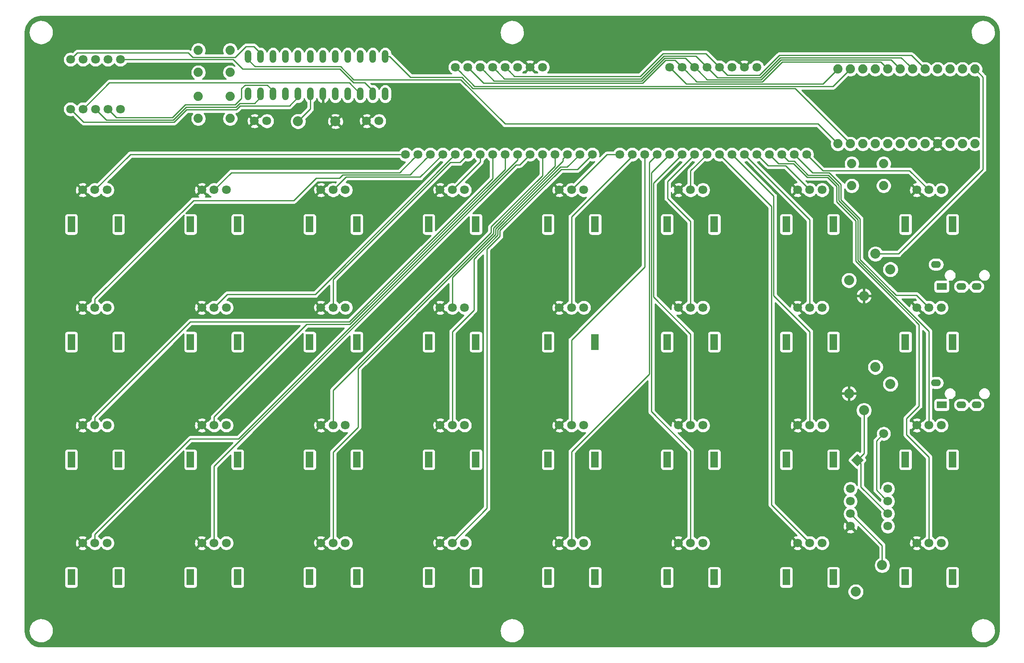
<source format=gbr>
G04 #@! TF.GenerationSoftware,KiCad,Pcbnew,(5.1.2-1)-1*
G04 #@! TF.CreationDate,2020-09-14T16:18:28+03:00*
G04 #@! TF.ProjectId,N32B,4e333242-2e6b-4696-9361-645f70636258,V0.1*
G04 #@! TF.SameCoordinates,Original*
G04 #@! TF.FileFunction,Copper,L1,Top*
G04 #@! TF.FilePolarity,Positive*
%FSLAX46Y46*%
G04 Gerber Fmt 4.6, Leading zero omitted, Abs format (unit mm)*
G04 Created by KiCad (PCBNEW (5.1.2-1)-1) date 2020-09-14 16:18:28*
%MOMM*%
%LPD*%
G04 APERTURE LIST*
%ADD10C,1.800000*%
%ADD11C,1.800000*%
%ADD12C,0.100000*%
%ADD13R,1.500000X3.200000*%
%ADD14C,2.032000*%
%ADD15O,2.000000X1.400000*%
%ADD16R,2.000000X1.400000*%
%ADD17O,1.320800X2.641600*%
%ADD18C,1.879600*%
%ADD19C,0.250000*%
%ADD20C,0.254000*%
G04 APERTURE END LIST*
D10*
X48588000Y-41952000D03*
X48588000Y-31832000D03*
X46048000Y-41952000D03*
X46048000Y-31832000D03*
X43508000Y-41952000D03*
X43508000Y-31832000D03*
X40968000Y-41952000D03*
X40968000Y-31832000D03*
X38428000Y-41952000D03*
X38428000Y-31832000D03*
X204161154Y-108138846D03*
D11*
X204161154Y-108138846D02*
X204161154Y-108138846D01*
D10*
X198773000Y-113527000D03*
D12*
G36*
X198773000Y-114799792D02*
G01*
X197500208Y-113527000D01*
X198773000Y-112254208D01*
X200045792Y-113527000D01*
X198773000Y-114799792D01*
X198773000Y-114799792D01*
G37*
D10*
X215882001Y-130440000D03*
X213382001Y-130440000D03*
X210882001Y-130440000D03*
D13*
X208582001Y-137440000D03*
X218182001Y-137440000D03*
D10*
X191596001Y-130440000D03*
X189096001Y-130440000D03*
X186596001Y-130440000D03*
D13*
X184296001Y-137440000D03*
X193896001Y-137440000D03*
D10*
X167310001Y-130440000D03*
X164810001Y-130440000D03*
X162310001Y-130440000D03*
D13*
X160010001Y-137440000D03*
X169610001Y-137440000D03*
D10*
X143024001Y-130440000D03*
X140524001Y-130440000D03*
X138024001Y-130440000D03*
D13*
X135724001Y-137440000D03*
X145324001Y-137440000D03*
D10*
X118738002Y-130440000D03*
X116238002Y-130440000D03*
X113738002Y-130440000D03*
D13*
X111438002Y-137440000D03*
X121038002Y-137440000D03*
D10*
X94452001Y-130440000D03*
X91952001Y-130440000D03*
X89452001Y-130440000D03*
D13*
X87152001Y-137440000D03*
X96752001Y-137440000D03*
D10*
X70166001Y-130440000D03*
X67666001Y-130440000D03*
X65166001Y-130440000D03*
D13*
X62866001Y-137440000D03*
X72466001Y-137440000D03*
D10*
X215882001Y-106439999D03*
X213382001Y-106439999D03*
X210882001Y-106439999D03*
D13*
X208582001Y-113439999D03*
X218182001Y-113439999D03*
D10*
X191596001Y-106439999D03*
X189096001Y-106439999D03*
X186596001Y-106439999D03*
D13*
X184296001Y-113439999D03*
X193896001Y-113439999D03*
D10*
X167310001Y-106439999D03*
X164810001Y-106439999D03*
X162310001Y-106439999D03*
D13*
X160010001Y-113439999D03*
X169610001Y-113439999D03*
D10*
X143024001Y-106439999D03*
X140524001Y-106439999D03*
X138024001Y-106439999D03*
D13*
X135724001Y-113439999D03*
X145324001Y-113439999D03*
D10*
X118738002Y-106439999D03*
X116238002Y-106439999D03*
X113738002Y-106439999D03*
D13*
X111438002Y-113439999D03*
X121038002Y-113439999D03*
D10*
X94452001Y-106439999D03*
X91952001Y-106439999D03*
X89452001Y-106439999D03*
D13*
X87152001Y-113439999D03*
X96752001Y-113439999D03*
D10*
X70166001Y-106439999D03*
X67666001Y-106439999D03*
X65166001Y-106439999D03*
D13*
X62866001Y-113439999D03*
X72466001Y-113439999D03*
D10*
X45880001Y-106439999D03*
X43380001Y-106439999D03*
X40880001Y-106439999D03*
D13*
X38580001Y-113439999D03*
X48180001Y-113439999D03*
D10*
X215882001Y-82439999D03*
X213382001Y-82439999D03*
X210882001Y-82439999D03*
D13*
X208582001Y-89439999D03*
X218182001Y-89439999D03*
D10*
X191596001Y-82439999D03*
X189096001Y-82439999D03*
X186596001Y-82439999D03*
D13*
X184296001Y-89439999D03*
X193896001Y-89439999D03*
D10*
X167310001Y-82439999D03*
X164810001Y-82439999D03*
X162310001Y-82439999D03*
D13*
X160010001Y-89439999D03*
X169610001Y-89439999D03*
D10*
X143024001Y-82439999D03*
X140524001Y-82439999D03*
X138024001Y-82439999D03*
D13*
X135724001Y-89439999D03*
X145324001Y-89439999D03*
D10*
X118738002Y-82439999D03*
X116238002Y-82439999D03*
X113738002Y-82439999D03*
D13*
X111438002Y-89439999D03*
X121038002Y-89439999D03*
D10*
X94452001Y-82439999D03*
X91952001Y-82439999D03*
X89452001Y-82439999D03*
D13*
X87152001Y-89439999D03*
X96752001Y-89439999D03*
D10*
X70166001Y-82439999D03*
X67666001Y-82439999D03*
X65166001Y-82439999D03*
D13*
X62866001Y-89439999D03*
X72466001Y-89439999D03*
D10*
X45880001Y-82439999D03*
X43380001Y-82439999D03*
X40880001Y-82439999D03*
D13*
X38580001Y-89439999D03*
X48180001Y-89439999D03*
D10*
X215882001Y-58440000D03*
X213382001Y-58440000D03*
X210882001Y-58440000D03*
D13*
X208582001Y-65440000D03*
X218182001Y-65440000D03*
D10*
X191596001Y-58440000D03*
X189096001Y-58440000D03*
X186596001Y-58440000D03*
D13*
X184296001Y-65440000D03*
X193896001Y-65440000D03*
D10*
X167310001Y-58440000D03*
X164810001Y-58440000D03*
X162310001Y-58440000D03*
D13*
X160010001Y-65440000D03*
X169610001Y-65440000D03*
D10*
X143024001Y-58440000D03*
X140524001Y-58440000D03*
X138024001Y-58440000D03*
D13*
X135724001Y-65440000D03*
X145324001Y-65440000D03*
D10*
X118738002Y-58440000D03*
X116238002Y-58440000D03*
X113738002Y-58440000D03*
D13*
X111438002Y-65440000D03*
X121038002Y-65440000D03*
D10*
X70166001Y-58440000D03*
X67666001Y-58440000D03*
X65166001Y-58440000D03*
D13*
X62866001Y-65440000D03*
X72466001Y-65440000D03*
D10*
X94452001Y-58440000D03*
X91952001Y-58440000D03*
X89452001Y-58440000D03*
D13*
X87152001Y-65440000D03*
X96752001Y-65440000D03*
D10*
X45880001Y-130440000D03*
X43380001Y-130440000D03*
X40880001Y-130440000D03*
D13*
X38580001Y-137440000D03*
X48180001Y-137440000D03*
D10*
X45880001Y-58440000D03*
X43380001Y-58440000D03*
X40880001Y-58440000D03*
D13*
X38580001Y-65440000D03*
X48180001Y-65440000D03*
D10*
X204990700Y-119405400D03*
X197370700Y-119405400D03*
X204990700Y-121945400D03*
X197370700Y-121945400D03*
X204990700Y-124485400D03*
X197370700Y-124485400D03*
X204990700Y-127025400D03*
X197370700Y-127025400D03*
D14*
X202465077Y-71473923D03*
X197076923Y-76862077D03*
X200124923Y-80037077D03*
X205513077Y-74648923D03*
X84788000Y-44446000D03*
X92408000Y-44446000D03*
X200124923Y-103396077D03*
X205513077Y-98007923D03*
X198453923Y-140371077D03*
X203842077Y-134982923D03*
X202465077Y-94557923D03*
X197076923Y-99946077D03*
D15*
X223068000Y-78138000D03*
X219968000Y-78138000D03*
D16*
X215968000Y-78138000D03*
D15*
X214818000Y-73638000D03*
D10*
X75898000Y-44386000D03*
X78438000Y-44386000D03*
X98758000Y-44386000D03*
X101298000Y-44386000D03*
X106680000Y-51196000D03*
X109220000Y-51196000D03*
X111760000Y-51196000D03*
X114300000Y-51196000D03*
X116840000Y-33416000D03*
X116840000Y-51196000D03*
X119380000Y-33416000D03*
X119380000Y-51196000D03*
X121920000Y-33416000D03*
X121920000Y-51196000D03*
X124460000Y-33416000D03*
X124460000Y-51196000D03*
X127000000Y-33416000D03*
X127000000Y-51196000D03*
X129540000Y-33416000D03*
X129540000Y-51196000D03*
X132080000Y-33416000D03*
X132080000Y-51196000D03*
X134620000Y-33416000D03*
X134620000Y-51196000D03*
X137160000Y-51196000D03*
X139700000Y-51196000D03*
X142240000Y-51196000D03*
X144780000Y-51196000D03*
X150368000Y-51196000D03*
X152908000Y-51196000D03*
X155448000Y-51196000D03*
X157988000Y-51196000D03*
X160528000Y-33416000D03*
X160528000Y-51196000D03*
X163068000Y-33416000D03*
X163068000Y-51196000D03*
X165608000Y-33416000D03*
X165608000Y-51196000D03*
X168148000Y-33416000D03*
X168148000Y-51196000D03*
X170688000Y-33416000D03*
X170688000Y-51196000D03*
X173228000Y-33416000D03*
X173228000Y-51196000D03*
X175768000Y-33416000D03*
X175768000Y-51196000D03*
X178308000Y-33416000D03*
X178308000Y-51196000D03*
X180848000Y-51196000D03*
X183388000Y-51196000D03*
X185928000Y-51196000D03*
X188468000Y-51196000D03*
D17*
X102568000Y-38862000D03*
X100028000Y-38862000D03*
X97488000Y-38862000D03*
X94948000Y-38862000D03*
X92408000Y-38862000D03*
X89868000Y-38862000D03*
X87328000Y-38862000D03*
X84788000Y-38862000D03*
X82248000Y-38862000D03*
X79708000Y-38862000D03*
X77168000Y-38862000D03*
X74628000Y-38862000D03*
X74628000Y-31242000D03*
X77168000Y-31242000D03*
X79708000Y-31242000D03*
X82248000Y-31242000D03*
X84788000Y-31242000D03*
X87328000Y-31242000D03*
X89868000Y-31242000D03*
X92408000Y-31242000D03*
X94948000Y-31242000D03*
X97488000Y-31242000D03*
X100028000Y-31242000D03*
X102568000Y-31242000D03*
D18*
X64450799Y-39351402D03*
X70953199Y-39351402D03*
X64450799Y-43872602D03*
X70953199Y-43872602D03*
X64450800Y-29951402D03*
X70953200Y-29951402D03*
X64450800Y-34472602D03*
X70953200Y-34472602D03*
X222758000Y-33782000D03*
X220218000Y-33782000D03*
X217678000Y-33782000D03*
X215138000Y-33782000D03*
X212598000Y-33782000D03*
X210058000Y-33782000D03*
X207518000Y-33782000D03*
X204978000Y-33782000D03*
X202438000Y-33782000D03*
X199898000Y-33782000D03*
X197358000Y-33782000D03*
X194818000Y-33782000D03*
X194818000Y-49022000D03*
X197358000Y-49022000D03*
X199898000Y-49022000D03*
X202438000Y-49022000D03*
X204978000Y-49022000D03*
X207518000Y-49022000D03*
X210058000Y-49022000D03*
X212598000Y-49022000D03*
X215138000Y-49022000D03*
X217678000Y-49022000D03*
X220218000Y-49022000D03*
X222758000Y-49022000D03*
D15*
X214818000Y-97768000D03*
D16*
X215968000Y-102268000D03*
D15*
X219968000Y-102268000D03*
X223068000Y-102268000D03*
D18*
X204139800Y-57581800D03*
X197637400Y-57581800D03*
X204139800Y-53060600D03*
X197637400Y-53060600D03*
D19*
X154493385Y-35306000D02*
X128890000Y-35306000D01*
X170688000Y-33416000D02*
X167925967Y-30653967D01*
X128890000Y-35306000D02*
X127899999Y-34315999D01*
X167925967Y-30653967D02*
X159145417Y-30653967D01*
X127899999Y-34315999D02*
X127000000Y-33416000D01*
X159145417Y-30653967D02*
X154493385Y-35306000D01*
X211658201Y-32842201D02*
X212598000Y-33782000D01*
X182879997Y-30988003D02*
X209804003Y-30988003D01*
X172324000Y-35052000D02*
X178816000Y-35052000D01*
X170688000Y-33416000D02*
X172324000Y-35052000D01*
X178816000Y-35052000D02*
X182879997Y-30988003D01*
X209804003Y-30988003D02*
X211658201Y-32842201D01*
X154679785Y-35756011D02*
X126800011Y-35756011D01*
X126800011Y-35756011D02*
X125359999Y-34315999D01*
X159331817Y-31103978D02*
X154679785Y-35756011D01*
X125359999Y-34315999D02*
X124460000Y-33416000D01*
X168148000Y-33416000D02*
X165835978Y-31103978D01*
X165835978Y-31103978D02*
X159331817Y-31103978D01*
X209118201Y-32842201D02*
X210058000Y-33782000D01*
X183066396Y-31438014D02*
X207714014Y-31438014D01*
X168148000Y-33416000D02*
X170234011Y-35502011D01*
X179002400Y-35502011D02*
X183066396Y-31438014D01*
X170234011Y-35502011D02*
X179002400Y-35502011D01*
X207714014Y-31438014D02*
X209118201Y-32842201D01*
X122819999Y-34315999D02*
X121920000Y-33416000D01*
X159518217Y-31553989D02*
X154866185Y-36206022D01*
X165608000Y-33416000D02*
X163745989Y-31553989D01*
X163745989Y-31553989D02*
X159518217Y-31553989D01*
X154866185Y-36206022D02*
X124710022Y-36206022D01*
X124710022Y-36206022D02*
X122819999Y-34315999D01*
X166507999Y-34315999D02*
X165608000Y-33416000D01*
X168144022Y-35952022D02*
X166507999Y-34315999D01*
X179188800Y-35952022D02*
X168144022Y-35952022D01*
X183252796Y-31888025D02*
X179188800Y-35952022D01*
X205624025Y-31888025D02*
X183252796Y-31888025D01*
X207518000Y-33782000D02*
X205624025Y-31888025D01*
X162468001Y-32816001D02*
X163068000Y-33416000D01*
X155052584Y-36656033D02*
X159704617Y-32004000D01*
X159704617Y-32004000D02*
X161656000Y-32004000D01*
X119380000Y-33416000D02*
X122620033Y-36656033D01*
X122620033Y-36656033D02*
X155052584Y-36656033D01*
X161656000Y-32004000D02*
X162468001Y-32816001D01*
X163967999Y-34315999D02*
X163068000Y-33416000D01*
X179375200Y-36402033D02*
X166054033Y-36402033D01*
X203534036Y-32338036D02*
X183439196Y-32338036D01*
X183439196Y-32338036D02*
X179375200Y-36402033D01*
X204978000Y-33782000D02*
X203534036Y-32338036D01*
X166054033Y-36402033D02*
X163967999Y-34315999D01*
X117739999Y-34315999D02*
X116840000Y-33416000D01*
X193837945Y-37302055D02*
X120726055Y-37302055D01*
X197358000Y-33782000D02*
X193837945Y-37302055D01*
X120726055Y-37302055D02*
X117739999Y-34315999D01*
X193878201Y-34721799D02*
X194818000Y-33782000D01*
X163964044Y-36852044D02*
X191747956Y-36852044D01*
X160528000Y-33416000D02*
X163964044Y-36852044D01*
X191747956Y-36852044D02*
X193878201Y-34721799D01*
X75796400Y-29210000D02*
X77168000Y-30581600D01*
X74168000Y-29210000D02*
X75796400Y-29210000D01*
X62421206Y-30480000D02*
X63323195Y-31381989D01*
X63323195Y-31381989D02*
X71996011Y-31381989D01*
X71996011Y-31381989D02*
X74168000Y-29210000D01*
X39780000Y-30480000D02*
X62421206Y-30480000D01*
X77168000Y-30581600D02*
X77168000Y-31242000D01*
X38428000Y-31832000D02*
X39780000Y-30480000D01*
X73027822Y-41275000D02*
X83035400Y-41275000D01*
X72254802Y-42048020D02*
X73027822Y-41275000D01*
X38428000Y-41952000D02*
X41064022Y-44588022D01*
X84788000Y-39522400D02*
X84788000Y-38862000D01*
X59551979Y-44588022D02*
X62091980Y-42048020D01*
X41064022Y-44588022D02*
X59551979Y-44588022D01*
X62091980Y-42048020D02*
X72254802Y-42048020D01*
X83035400Y-41275000D02*
X84788000Y-39522400D01*
X97488000Y-38814000D02*
X97488000Y-38862000D01*
X95250000Y-36576000D02*
X97488000Y-38814000D01*
X40968000Y-41952000D02*
X46344000Y-36576000D01*
X46344000Y-36576000D02*
X95250000Y-36576000D01*
X45694011Y-44138011D02*
X59365579Y-44138011D01*
X77168000Y-39522400D02*
X77168000Y-38862000D01*
X59365579Y-44138011D02*
X61987365Y-41516225D01*
X75923400Y-40767000D02*
X77168000Y-39522400D01*
X61987365Y-41516225D02*
X72150186Y-41516225D01*
X72150186Y-41516225D02*
X72899411Y-40767000D01*
X43508000Y-41952000D02*
X45694011Y-44138011D01*
X72899411Y-40767000D02*
X75923400Y-40767000D01*
X78532411Y-37026011D02*
X79708000Y-38201600D01*
X79708000Y-38201600D02*
X79708000Y-38862000D01*
X73279000Y-37719000D02*
X73971989Y-37026011D01*
X71963785Y-41066214D02*
X73279000Y-39750999D01*
X47784000Y-43688000D02*
X59179179Y-43688000D01*
X59179179Y-43688000D02*
X61800965Y-41066214D01*
X61800965Y-41066214D02*
X71963785Y-41066214D01*
X46048000Y-41952000D02*
X47784000Y-43688000D01*
X73971989Y-37026011D02*
X78532411Y-37026011D01*
X73279000Y-39750999D02*
X73279000Y-37719000D01*
X96137590Y-36576000D02*
X98402400Y-36576000D01*
X71584411Y-31832000D02*
X73476422Y-33724011D01*
X100028000Y-38201600D02*
X100028000Y-38862000D01*
X48588000Y-31832000D02*
X71584411Y-31832000D01*
X93285601Y-33724011D02*
X96137590Y-36576000D01*
X73476422Y-33724011D02*
X93285601Y-33724011D01*
X98402400Y-36576000D02*
X100028000Y-38201600D01*
X197358000Y-49022000D02*
X186088066Y-37752066D01*
X186088066Y-37752066D02*
X120427656Y-37752066D01*
X120427656Y-37752066D02*
X118172402Y-35496812D01*
X118172402Y-35496812D02*
X107733211Y-35496811D01*
X107733211Y-35496811D02*
X103478400Y-31242000D01*
X103478400Y-31242000D02*
X102568000Y-31242000D01*
X190754000Y-44958000D02*
X194818000Y-49022000D01*
X117986002Y-35946822D02*
X126997178Y-44958000D01*
X96144822Y-35946822D02*
X117986002Y-35946822D01*
X93472000Y-33274000D02*
X96144822Y-35946822D01*
X126997178Y-44958000D02*
X190754000Y-44958000D01*
X75999600Y-33274000D02*
X93472000Y-33274000D01*
X74628000Y-31902400D02*
X75999600Y-33274000D01*
X74628000Y-31242000D02*
X74628000Y-31902400D01*
X87328000Y-41906000D02*
X87328000Y-38862000D01*
X84788000Y-44446000D02*
X87328000Y-41906000D01*
X50624001Y-51196000D02*
X106680000Y-51196000D01*
X43380001Y-58440000D02*
X50624001Y-51196000D01*
X105514022Y-54901978D02*
X108320001Y-52095999D01*
X108320001Y-52095999D02*
X109220000Y-51196000D01*
X71204023Y-54901978D02*
X105514022Y-54901978D01*
X67666001Y-58440000D02*
X71204023Y-54901978D01*
X110860001Y-52095999D02*
X111760000Y-51196000D01*
X93903601Y-55351989D02*
X107604011Y-55351989D01*
X93237568Y-56018022D02*
X93903601Y-55351989D01*
X107604011Y-55351989D02*
X110860001Y-52095999D01*
X43380001Y-82439999D02*
X43380001Y-80669999D01*
X83947000Y-60579000D02*
X88507978Y-56018022D01*
X88507978Y-56018022D02*
X93237568Y-56018022D01*
X63471000Y-60579000D02*
X83947000Y-60579000D01*
X43380001Y-80669999D02*
X63471000Y-60579000D01*
X109694000Y-55802000D02*
X114300000Y-51196000D01*
X94590001Y-55802000D02*
X109694000Y-55802000D01*
X91952001Y-58440000D02*
X94590001Y-55802000D01*
X115940001Y-52095999D02*
X116840000Y-51196000D01*
X115923590Y-52095999D02*
X115940001Y-52095999D01*
X91501990Y-76517599D02*
X115923590Y-52095999D01*
X88280000Y-79756000D02*
X91501990Y-76534010D01*
X70350000Y-79756000D02*
X88280000Y-79756000D01*
X91501990Y-76534010D02*
X91501990Y-76517599D01*
X67666001Y-82439999D02*
X70350000Y-79756000D01*
X121920000Y-52758002D02*
X121920000Y-51196000D01*
X116238002Y-58440000D02*
X121920000Y-52758002D01*
X117744000Y-52832000D02*
X119380000Y-51196000D01*
X115824000Y-52832000D02*
X117744000Y-52832000D01*
X91952001Y-76703999D02*
X115824000Y-52832000D01*
X91952001Y-82439999D02*
X91952001Y-76703999D01*
X43380001Y-104828999D02*
X43380001Y-106439999D01*
X62865000Y-85344000D02*
X43380001Y-104828999D01*
X95245769Y-85344000D02*
X62865000Y-85344000D01*
X124460000Y-56129769D02*
X95245769Y-85344000D01*
X124460000Y-51196000D02*
X124460000Y-56129769D01*
X67666001Y-104736499D02*
X67666001Y-106439999D01*
X86550500Y-85852000D02*
X67666001Y-104736499D01*
X95374179Y-85852000D02*
X86550500Y-85852000D01*
X127000000Y-54226179D02*
X95374179Y-85852000D01*
X127000000Y-51196000D02*
X127000000Y-54226179D01*
X129540000Y-51196000D02*
X129540000Y-52322589D01*
X62865000Y-109220000D02*
X43380001Y-128704999D01*
X129540000Y-52322589D02*
X72642589Y-109220000D01*
X72642589Y-109220000D02*
X62865000Y-109220000D01*
X43380001Y-128704999D02*
X43380001Y-130440000D01*
X67666001Y-114832999D02*
X67666001Y-130440000D01*
X129990011Y-53285989D02*
X129213011Y-53285989D01*
X129213011Y-53285989D02*
X67666001Y-114832999D01*
X132080000Y-51196000D02*
X129990011Y-53285989D01*
X91952001Y-99311409D02*
X91952001Y-106439999D01*
X124148000Y-67115410D02*
X91952001Y-99311409D01*
X124148000Y-65981356D02*
X124148000Y-67115410D01*
X134620000Y-55509356D02*
X124148000Y-65981356D01*
X134620000Y-51196000D02*
X134620000Y-55509356D01*
X91952001Y-111882999D02*
X91952001Y-130440000D01*
X97028000Y-94871820D02*
X97028000Y-106807000D01*
X124598011Y-66167756D02*
X124598011Y-67301810D01*
X137160000Y-53605767D02*
X124598011Y-66167756D01*
X97028000Y-106807000D02*
X91952001Y-111882999D01*
X124598011Y-67301810D02*
X97028000Y-94871820D01*
X137160000Y-51196000D02*
X137160000Y-53605767D01*
X116238002Y-76298230D02*
X116238002Y-82439999D01*
X139700000Y-51196000D02*
X138800001Y-52095999D01*
X138800001Y-52095999D02*
X138800001Y-52602177D01*
X125048022Y-67488210D02*
X116238002Y-76298230D01*
X138800001Y-52602177D02*
X125048022Y-66354156D01*
X125048022Y-66354156D02*
X125048022Y-67488210D01*
X116238002Y-87342998D02*
X116238002Y-106439999D01*
X120650000Y-72522642D02*
X120650000Y-82931000D01*
X125498033Y-67674610D02*
X120650000Y-72522642D01*
X138259600Y-53778989D02*
X125498033Y-66540556D01*
X120650000Y-82931000D02*
X116238002Y-87342998D01*
X139657011Y-53778989D02*
X138259600Y-53778989D01*
X125498033Y-66540556D02*
X125498033Y-67674610D01*
X142240000Y-51196000D02*
X139657011Y-53778989D01*
X123317000Y-123361002D02*
X116238002Y-130440000D01*
X123317000Y-70492054D02*
X123317000Y-123361002D01*
X125948044Y-67861010D02*
X123317000Y-70492054D01*
X125948044Y-66726956D02*
X125948044Y-67861010D01*
X138446000Y-54229000D02*
X125948044Y-66726956D01*
X141747000Y-54229000D02*
X138446000Y-54229000D01*
X144780000Y-51196000D02*
X141747000Y-54229000D01*
X209425001Y-54483000D02*
X213382001Y-58440000D01*
X191755000Y-54483000D02*
X209425001Y-54483000D01*
X188468000Y-51196000D02*
X191755000Y-54483000D01*
X199348000Y-72602000D02*
X206673000Y-79927000D01*
X199348000Y-64327000D02*
X199348000Y-72602000D01*
X210869002Y-79927000D02*
X213382001Y-82439999D01*
X193070800Y-54951978D02*
X195448022Y-57329200D01*
X195448022Y-57329200D02*
X195448022Y-60427022D01*
X206673000Y-79927000D02*
X210869002Y-79927000D01*
X185928000Y-51196000D02*
X189683978Y-54951978D01*
X189683978Y-54951978D02*
X193070800Y-54951978D01*
X195448022Y-60427022D02*
X199348000Y-64327000D01*
X213382001Y-87269589D02*
X213382001Y-106439999D01*
X198897989Y-72788400D02*
X206486600Y-80377011D01*
X194998011Y-60627011D02*
X198897989Y-64526989D01*
X206486600Y-80377011D02*
X206489423Y-80377011D01*
X194998011Y-57515600D02*
X194998011Y-60627011D01*
X198897989Y-64526989D02*
X198897989Y-72788400D01*
X192884400Y-55401989D02*
X194998011Y-57515600D01*
X206489423Y-80377011D02*
X213382001Y-87269589D01*
X185940998Y-52578000D02*
X188764987Y-55401989D01*
X183388000Y-51196000D02*
X184770000Y-52578000D01*
X184770000Y-52578000D02*
X185940998Y-52578000D01*
X188764987Y-55401989D02*
X192884400Y-55401989D01*
X213382001Y-112936001D02*
X213382001Y-130440000D01*
X208823000Y-108377000D02*
X213382001Y-112936001D01*
X208823000Y-105027000D02*
X208823000Y-108377000D01*
X211372989Y-102477011D02*
X208823000Y-105027000D01*
X211372989Y-85896989D02*
X211372989Y-102477011D01*
X206303022Y-80827022D02*
X211372989Y-85896989D01*
X206300200Y-80827022D02*
X206303022Y-80827022D01*
X198447978Y-72974800D02*
X206300200Y-80827022D01*
X198447978Y-64726978D02*
X198447978Y-72974800D01*
X192698000Y-55852000D02*
X194548000Y-57702000D01*
X188578587Y-55852000D02*
X192698000Y-55852000D01*
X185754598Y-53028011D02*
X188578587Y-55852000D01*
X182680011Y-53028011D02*
X185754598Y-53028011D01*
X194548000Y-60827000D02*
X198447978Y-64726978D01*
X194548000Y-57702000D02*
X194548000Y-60827000D01*
X180848000Y-51196000D02*
X182680011Y-53028011D01*
X184134023Y-53478022D02*
X189096001Y-58440000D01*
X180590022Y-53478022D02*
X184134023Y-53478022D01*
X178308000Y-51196000D02*
X180590022Y-53478022D01*
X189096001Y-64524001D02*
X189096001Y-82439999D01*
X175768000Y-51196000D02*
X189096001Y-64524001D01*
X189096001Y-87369001D02*
X189096001Y-106439999D01*
X181737000Y-80010000D02*
X189096001Y-87369001D01*
X181737000Y-59705000D02*
X181737000Y-80010000D01*
X173228000Y-51196000D02*
X181737000Y-59705000D01*
X181286989Y-122630988D02*
X189096001Y-130440000D01*
X181286989Y-61794989D02*
X181286989Y-122630988D01*
X170688000Y-51196000D02*
X181286989Y-61794989D01*
X164810001Y-54645999D02*
X164810001Y-58440000D01*
X164810001Y-54533999D02*
X164810001Y-54645999D01*
X168148000Y-51196000D02*
X164810001Y-54533999D01*
X164810001Y-64861001D02*
X164810001Y-82439999D01*
X160098000Y-60149000D02*
X164810001Y-64861001D01*
X160098000Y-56706000D02*
X160098000Y-60149000D01*
X165608000Y-51196000D02*
X160098000Y-56706000D01*
X164810001Y-87848001D02*
X164810001Y-106439999D01*
X157248040Y-80286040D02*
X164810001Y-87848001D01*
X157248040Y-57015960D02*
X157248040Y-80286040D01*
X163068000Y-51196000D02*
X157248040Y-57015960D01*
X156798030Y-54925970D02*
X160528000Y-51196000D01*
X156798030Y-103648530D02*
X156798030Y-54925970D01*
X164810001Y-111660501D02*
X156798030Y-103648530D01*
X164810001Y-130440000D02*
X164810001Y-111660501D01*
X140524001Y-111824999D02*
X140524001Y-130440000D01*
X156348020Y-96000980D02*
X140524001Y-111824999D01*
X156348020Y-52835980D02*
X156348020Y-96000980D01*
X157988000Y-51196000D02*
X156348020Y-52835980D01*
X140524001Y-89091999D02*
X140524001Y-106439999D01*
X155448000Y-74168000D02*
X140524001Y-89091999D01*
X155448000Y-51196000D02*
X155448000Y-74168000D01*
X152908000Y-51562000D02*
X152908000Y-51196000D01*
X140524001Y-63945999D02*
X152908000Y-51562000D01*
X140524001Y-82439999D02*
X140524001Y-63945999D01*
X147768001Y-51196000D02*
X140524001Y-58440000D01*
X150368000Y-51196000D02*
X147768001Y-51196000D01*
X207164077Y-71473923D02*
X202465077Y-71473923D01*
X224409000Y-54229000D02*
X207164077Y-71473923D01*
X224409000Y-35433000D02*
X224409000Y-54229000D01*
X222758000Y-33782000D02*
X224409000Y-35433000D01*
X199498000Y-114252000D02*
X198773000Y-113527000D01*
X204990700Y-124485400D02*
X199498000Y-118992700D01*
X199498000Y-118992700D02*
X199498000Y-114252000D01*
X200124923Y-112175077D02*
X200124923Y-103396077D01*
X198773000Y-113527000D02*
X200124923Y-112175077D01*
X204090701Y-121045401D02*
X204990700Y-121945400D01*
X202673000Y-109627000D02*
X202673000Y-119627700D01*
X202673000Y-119627700D02*
X204090701Y-121045401D01*
X204161154Y-108138846D02*
X202673000Y-109627000D01*
X203842077Y-130956777D02*
X197370700Y-124485400D01*
X203842077Y-134982923D02*
X203842077Y-130956777D01*
D20*
G36*
X224380064Y-23047001D02*
G01*
X225049490Y-23112639D01*
X225658853Y-23296617D01*
X226220875Y-23595449D01*
X226714148Y-23997754D01*
X227119886Y-24488207D01*
X227422634Y-25048129D01*
X227610860Y-25656189D01*
X227681000Y-26323523D01*
X227681001Y-148276144D01*
X227615362Y-148945589D01*
X227431383Y-149554955D01*
X227132553Y-150116971D01*
X226730250Y-150610245D01*
X226239795Y-151015984D01*
X225679873Y-151318734D01*
X225071793Y-151506966D01*
X224405749Y-151577000D01*
X32451945Y-151577000D01*
X31782511Y-151511362D01*
X31173145Y-151327383D01*
X30611129Y-151028553D01*
X30117855Y-150626250D01*
X29712116Y-150135795D01*
X29409366Y-149575873D01*
X29221140Y-148967811D01*
X29155888Y-148346975D01*
X29911244Y-148346975D01*
X29965740Y-148832819D01*
X30113566Y-149298824D01*
X30349091Y-149727242D01*
X30663343Y-150101754D01*
X31044354Y-150408095D01*
X31477610Y-150634596D01*
X31946610Y-150772630D01*
X32433488Y-150816939D01*
X32919700Y-150765836D01*
X33386727Y-150621267D01*
X33816778Y-150388739D01*
X34193475Y-150077109D01*
X34502468Y-149698246D01*
X34731988Y-149266581D01*
X34873293Y-148798557D01*
X34917570Y-148346975D01*
X125911245Y-148346975D01*
X125965741Y-148832819D01*
X126113567Y-149298824D01*
X126349092Y-149727242D01*
X126663344Y-150101753D01*
X127044355Y-150408094D01*
X127477611Y-150634595D01*
X127946610Y-150772629D01*
X128433488Y-150816938D01*
X128919700Y-150765835D01*
X129386726Y-150621266D01*
X129816778Y-150388738D01*
X130193474Y-150077108D01*
X130502467Y-149698245D01*
X130731987Y-149266581D01*
X130873292Y-148798557D01*
X130917569Y-148346975D01*
X221911244Y-148346975D01*
X221965740Y-148832819D01*
X222113566Y-149298824D01*
X222349091Y-149727242D01*
X222663343Y-150101754D01*
X223044354Y-150408095D01*
X223477610Y-150634596D01*
X223946610Y-150772630D01*
X224433488Y-150816939D01*
X224919700Y-150765836D01*
X225386727Y-150621267D01*
X225816778Y-150388739D01*
X226193475Y-150077109D01*
X226502468Y-149698246D01*
X226731988Y-149266581D01*
X226873293Y-148798557D01*
X226921000Y-148312000D01*
X226920023Y-148242056D01*
X226858749Y-147757021D01*
X226704431Y-147293125D01*
X226462948Y-146868037D01*
X226143497Y-146497949D01*
X225758246Y-146196959D01*
X225321870Y-145976529D01*
X224850989Y-145845057D01*
X224363539Y-145807549D01*
X223878088Y-145865436D01*
X223413126Y-146016511D01*
X222986363Y-146255021D01*
X222614054Y-146571881D01*
X222310381Y-146955021D01*
X222086910Y-147389848D01*
X221952153Y-147859800D01*
X221911244Y-148346975D01*
X130917569Y-148346975D01*
X130920999Y-148312000D01*
X130920022Y-148242056D01*
X130858748Y-147757021D01*
X130704430Y-147293125D01*
X130462947Y-146868038D01*
X130143496Y-146497950D01*
X129758246Y-146196959D01*
X129321869Y-145976530D01*
X128850989Y-145845058D01*
X128363539Y-145807550D01*
X127878088Y-145865437D01*
X127413126Y-146016512D01*
X126986363Y-146255022D01*
X126614055Y-146571881D01*
X126310381Y-146955021D01*
X126086911Y-147389848D01*
X125952154Y-147859800D01*
X125911245Y-148346975D01*
X34917570Y-148346975D01*
X34921000Y-148312000D01*
X34920023Y-148242056D01*
X34858749Y-147757021D01*
X34704431Y-147293125D01*
X34462948Y-146868037D01*
X34143497Y-146497949D01*
X33758246Y-146196959D01*
X33321870Y-145976529D01*
X32850989Y-145845057D01*
X32363539Y-145807549D01*
X31878088Y-145865436D01*
X31413126Y-146016511D01*
X30986363Y-146255021D01*
X30614054Y-146571881D01*
X30310381Y-146955021D01*
X30086910Y-147389848D01*
X29952153Y-147859800D01*
X29911244Y-148346975D01*
X29155888Y-148346975D01*
X29151000Y-148300478D01*
X29151000Y-140208468D01*
X196802923Y-140208468D01*
X196802923Y-140533686D01*
X196866370Y-140852656D01*
X196990826Y-141153119D01*
X197171508Y-141423528D01*
X197401472Y-141653492D01*
X197671881Y-141834174D01*
X197972344Y-141958630D01*
X198291314Y-142022077D01*
X198616532Y-142022077D01*
X198935502Y-141958630D01*
X199235965Y-141834174D01*
X199506374Y-141653492D01*
X199736338Y-141423528D01*
X199917020Y-141153119D01*
X200041476Y-140852656D01*
X200104923Y-140533686D01*
X200104923Y-140208468D01*
X200041476Y-139889498D01*
X199917020Y-139589035D01*
X199736338Y-139318626D01*
X199506374Y-139088662D01*
X199235965Y-138907980D01*
X198935502Y-138783524D01*
X198616532Y-138720077D01*
X198291314Y-138720077D01*
X197972344Y-138783524D01*
X197671881Y-138907980D01*
X197401472Y-139088662D01*
X197171508Y-139318626D01*
X196990826Y-139589035D01*
X196866370Y-139889498D01*
X196802923Y-140208468D01*
X29151000Y-140208468D01*
X29151000Y-135840000D01*
X37191929Y-135840000D01*
X37191929Y-139040000D01*
X37204189Y-139164482D01*
X37240499Y-139284180D01*
X37299464Y-139394494D01*
X37378816Y-139491185D01*
X37475507Y-139570537D01*
X37585821Y-139629502D01*
X37705519Y-139665812D01*
X37830001Y-139678072D01*
X39330001Y-139678072D01*
X39454483Y-139665812D01*
X39574181Y-139629502D01*
X39684495Y-139570537D01*
X39781186Y-139491185D01*
X39860538Y-139394494D01*
X39919503Y-139284180D01*
X39955813Y-139164482D01*
X39968073Y-139040000D01*
X39968073Y-135840000D01*
X46791929Y-135840000D01*
X46791929Y-139040000D01*
X46804189Y-139164482D01*
X46840499Y-139284180D01*
X46899464Y-139394494D01*
X46978816Y-139491185D01*
X47075507Y-139570537D01*
X47185821Y-139629502D01*
X47305519Y-139665812D01*
X47430001Y-139678072D01*
X48930001Y-139678072D01*
X49054483Y-139665812D01*
X49174181Y-139629502D01*
X49284495Y-139570537D01*
X49381186Y-139491185D01*
X49460538Y-139394494D01*
X49519503Y-139284180D01*
X49555813Y-139164482D01*
X49568073Y-139040000D01*
X49568073Y-135840000D01*
X61477929Y-135840000D01*
X61477929Y-139040000D01*
X61490189Y-139164482D01*
X61526499Y-139284180D01*
X61585464Y-139394494D01*
X61664816Y-139491185D01*
X61761507Y-139570537D01*
X61871821Y-139629502D01*
X61991519Y-139665812D01*
X62116001Y-139678072D01*
X63616001Y-139678072D01*
X63740483Y-139665812D01*
X63860181Y-139629502D01*
X63970495Y-139570537D01*
X64067186Y-139491185D01*
X64146538Y-139394494D01*
X64205503Y-139284180D01*
X64241813Y-139164482D01*
X64254073Y-139040000D01*
X64254073Y-135840000D01*
X71077929Y-135840000D01*
X71077929Y-139040000D01*
X71090189Y-139164482D01*
X71126499Y-139284180D01*
X71185464Y-139394494D01*
X71264816Y-139491185D01*
X71361507Y-139570537D01*
X71471821Y-139629502D01*
X71591519Y-139665812D01*
X71716001Y-139678072D01*
X73216001Y-139678072D01*
X73340483Y-139665812D01*
X73460181Y-139629502D01*
X73570495Y-139570537D01*
X73667186Y-139491185D01*
X73746538Y-139394494D01*
X73805503Y-139284180D01*
X73841813Y-139164482D01*
X73854073Y-139040000D01*
X73854073Y-135840000D01*
X85763929Y-135840000D01*
X85763929Y-139040000D01*
X85776189Y-139164482D01*
X85812499Y-139284180D01*
X85871464Y-139394494D01*
X85950816Y-139491185D01*
X86047507Y-139570537D01*
X86157821Y-139629502D01*
X86277519Y-139665812D01*
X86402001Y-139678072D01*
X87902001Y-139678072D01*
X88026483Y-139665812D01*
X88146181Y-139629502D01*
X88256495Y-139570537D01*
X88353186Y-139491185D01*
X88432538Y-139394494D01*
X88491503Y-139284180D01*
X88527813Y-139164482D01*
X88540073Y-139040000D01*
X88540073Y-135840000D01*
X95363929Y-135840000D01*
X95363929Y-139040000D01*
X95376189Y-139164482D01*
X95412499Y-139284180D01*
X95471464Y-139394494D01*
X95550816Y-139491185D01*
X95647507Y-139570537D01*
X95757821Y-139629502D01*
X95877519Y-139665812D01*
X96002001Y-139678072D01*
X97502001Y-139678072D01*
X97626483Y-139665812D01*
X97746181Y-139629502D01*
X97856495Y-139570537D01*
X97953186Y-139491185D01*
X98032538Y-139394494D01*
X98091503Y-139284180D01*
X98127813Y-139164482D01*
X98140073Y-139040000D01*
X98140073Y-135840000D01*
X110049930Y-135840000D01*
X110049930Y-139040000D01*
X110062190Y-139164482D01*
X110098500Y-139284180D01*
X110157465Y-139394494D01*
X110236817Y-139491185D01*
X110333508Y-139570537D01*
X110443822Y-139629502D01*
X110563520Y-139665812D01*
X110688002Y-139678072D01*
X112188002Y-139678072D01*
X112312484Y-139665812D01*
X112432182Y-139629502D01*
X112542496Y-139570537D01*
X112639187Y-139491185D01*
X112718539Y-139394494D01*
X112777504Y-139284180D01*
X112813814Y-139164482D01*
X112826074Y-139040000D01*
X112826074Y-135840000D01*
X119649930Y-135840000D01*
X119649930Y-139040000D01*
X119662190Y-139164482D01*
X119698500Y-139284180D01*
X119757465Y-139394494D01*
X119836817Y-139491185D01*
X119933508Y-139570537D01*
X120043822Y-139629502D01*
X120163520Y-139665812D01*
X120288002Y-139678072D01*
X121788002Y-139678072D01*
X121912484Y-139665812D01*
X122032182Y-139629502D01*
X122142496Y-139570537D01*
X122239187Y-139491185D01*
X122318539Y-139394494D01*
X122377504Y-139284180D01*
X122413814Y-139164482D01*
X122426074Y-139040000D01*
X122426074Y-135840000D01*
X134335929Y-135840000D01*
X134335929Y-139040000D01*
X134348189Y-139164482D01*
X134384499Y-139284180D01*
X134443464Y-139394494D01*
X134522816Y-139491185D01*
X134619507Y-139570537D01*
X134729821Y-139629502D01*
X134849519Y-139665812D01*
X134974001Y-139678072D01*
X136474001Y-139678072D01*
X136598483Y-139665812D01*
X136718181Y-139629502D01*
X136828495Y-139570537D01*
X136925186Y-139491185D01*
X137004538Y-139394494D01*
X137063503Y-139284180D01*
X137099813Y-139164482D01*
X137112073Y-139040000D01*
X137112073Y-135840000D01*
X143935929Y-135840000D01*
X143935929Y-139040000D01*
X143948189Y-139164482D01*
X143984499Y-139284180D01*
X144043464Y-139394494D01*
X144122816Y-139491185D01*
X144219507Y-139570537D01*
X144329821Y-139629502D01*
X144449519Y-139665812D01*
X144574001Y-139678072D01*
X146074001Y-139678072D01*
X146198483Y-139665812D01*
X146318181Y-139629502D01*
X146428495Y-139570537D01*
X146525186Y-139491185D01*
X146604538Y-139394494D01*
X146663503Y-139284180D01*
X146699813Y-139164482D01*
X146712073Y-139040000D01*
X146712073Y-135840000D01*
X158621929Y-135840000D01*
X158621929Y-139040000D01*
X158634189Y-139164482D01*
X158670499Y-139284180D01*
X158729464Y-139394494D01*
X158808816Y-139491185D01*
X158905507Y-139570537D01*
X159015821Y-139629502D01*
X159135519Y-139665812D01*
X159260001Y-139678072D01*
X160760001Y-139678072D01*
X160884483Y-139665812D01*
X161004181Y-139629502D01*
X161114495Y-139570537D01*
X161211186Y-139491185D01*
X161290538Y-139394494D01*
X161349503Y-139284180D01*
X161385813Y-139164482D01*
X161398073Y-139040000D01*
X161398073Y-135840000D01*
X168221929Y-135840000D01*
X168221929Y-139040000D01*
X168234189Y-139164482D01*
X168270499Y-139284180D01*
X168329464Y-139394494D01*
X168408816Y-139491185D01*
X168505507Y-139570537D01*
X168615821Y-139629502D01*
X168735519Y-139665812D01*
X168860001Y-139678072D01*
X170360001Y-139678072D01*
X170484483Y-139665812D01*
X170604181Y-139629502D01*
X170714495Y-139570537D01*
X170811186Y-139491185D01*
X170890538Y-139394494D01*
X170949503Y-139284180D01*
X170985813Y-139164482D01*
X170998073Y-139040000D01*
X170998073Y-135840000D01*
X182907929Y-135840000D01*
X182907929Y-139040000D01*
X182920189Y-139164482D01*
X182956499Y-139284180D01*
X183015464Y-139394494D01*
X183094816Y-139491185D01*
X183191507Y-139570537D01*
X183301821Y-139629502D01*
X183421519Y-139665812D01*
X183546001Y-139678072D01*
X185046001Y-139678072D01*
X185170483Y-139665812D01*
X185290181Y-139629502D01*
X185400495Y-139570537D01*
X185497186Y-139491185D01*
X185576538Y-139394494D01*
X185635503Y-139284180D01*
X185671813Y-139164482D01*
X185684073Y-139040000D01*
X185684073Y-135840000D01*
X192507929Y-135840000D01*
X192507929Y-139040000D01*
X192520189Y-139164482D01*
X192556499Y-139284180D01*
X192615464Y-139394494D01*
X192694816Y-139491185D01*
X192791507Y-139570537D01*
X192901821Y-139629502D01*
X193021519Y-139665812D01*
X193146001Y-139678072D01*
X194646001Y-139678072D01*
X194770483Y-139665812D01*
X194890181Y-139629502D01*
X195000495Y-139570537D01*
X195097186Y-139491185D01*
X195176538Y-139394494D01*
X195235503Y-139284180D01*
X195271813Y-139164482D01*
X195284073Y-139040000D01*
X195284073Y-135840000D01*
X195271813Y-135715518D01*
X195235503Y-135595820D01*
X195176538Y-135485506D01*
X195097186Y-135388815D01*
X195000495Y-135309463D01*
X194890181Y-135250498D01*
X194770483Y-135214188D01*
X194646001Y-135201928D01*
X193146001Y-135201928D01*
X193021519Y-135214188D01*
X192901821Y-135250498D01*
X192791507Y-135309463D01*
X192694816Y-135388815D01*
X192615464Y-135485506D01*
X192556499Y-135595820D01*
X192520189Y-135715518D01*
X192507929Y-135840000D01*
X185684073Y-135840000D01*
X185671813Y-135715518D01*
X185635503Y-135595820D01*
X185576538Y-135485506D01*
X185497186Y-135388815D01*
X185400495Y-135309463D01*
X185290181Y-135250498D01*
X185170483Y-135214188D01*
X185046001Y-135201928D01*
X183546001Y-135201928D01*
X183421519Y-135214188D01*
X183301821Y-135250498D01*
X183191507Y-135309463D01*
X183094816Y-135388815D01*
X183015464Y-135485506D01*
X182956499Y-135595820D01*
X182920189Y-135715518D01*
X182907929Y-135840000D01*
X170998073Y-135840000D01*
X170985813Y-135715518D01*
X170949503Y-135595820D01*
X170890538Y-135485506D01*
X170811186Y-135388815D01*
X170714495Y-135309463D01*
X170604181Y-135250498D01*
X170484483Y-135214188D01*
X170360001Y-135201928D01*
X168860001Y-135201928D01*
X168735519Y-135214188D01*
X168615821Y-135250498D01*
X168505507Y-135309463D01*
X168408816Y-135388815D01*
X168329464Y-135485506D01*
X168270499Y-135595820D01*
X168234189Y-135715518D01*
X168221929Y-135840000D01*
X161398073Y-135840000D01*
X161385813Y-135715518D01*
X161349503Y-135595820D01*
X161290538Y-135485506D01*
X161211186Y-135388815D01*
X161114495Y-135309463D01*
X161004181Y-135250498D01*
X160884483Y-135214188D01*
X160760001Y-135201928D01*
X159260001Y-135201928D01*
X159135519Y-135214188D01*
X159015821Y-135250498D01*
X158905507Y-135309463D01*
X158808816Y-135388815D01*
X158729464Y-135485506D01*
X158670499Y-135595820D01*
X158634189Y-135715518D01*
X158621929Y-135840000D01*
X146712073Y-135840000D01*
X146699813Y-135715518D01*
X146663503Y-135595820D01*
X146604538Y-135485506D01*
X146525186Y-135388815D01*
X146428495Y-135309463D01*
X146318181Y-135250498D01*
X146198483Y-135214188D01*
X146074001Y-135201928D01*
X144574001Y-135201928D01*
X144449519Y-135214188D01*
X144329821Y-135250498D01*
X144219507Y-135309463D01*
X144122816Y-135388815D01*
X144043464Y-135485506D01*
X143984499Y-135595820D01*
X143948189Y-135715518D01*
X143935929Y-135840000D01*
X137112073Y-135840000D01*
X137099813Y-135715518D01*
X137063503Y-135595820D01*
X137004538Y-135485506D01*
X136925186Y-135388815D01*
X136828495Y-135309463D01*
X136718181Y-135250498D01*
X136598483Y-135214188D01*
X136474001Y-135201928D01*
X134974001Y-135201928D01*
X134849519Y-135214188D01*
X134729821Y-135250498D01*
X134619507Y-135309463D01*
X134522816Y-135388815D01*
X134443464Y-135485506D01*
X134384499Y-135595820D01*
X134348189Y-135715518D01*
X134335929Y-135840000D01*
X122426074Y-135840000D01*
X122413814Y-135715518D01*
X122377504Y-135595820D01*
X122318539Y-135485506D01*
X122239187Y-135388815D01*
X122142496Y-135309463D01*
X122032182Y-135250498D01*
X121912484Y-135214188D01*
X121788002Y-135201928D01*
X120288002Y-135201928D01*
X120163520Y-135214188D01*
X120043822Y-135250498D01*
X119933508Y-135309463D01*
X119836817Y-135388815D01*
X119757465Y-135485506D01*
X119698500Y-135595820D01*
X119662190Y-135715518D01*
X119649930Y-135840000D01*
X112826074Y-135840000D01*
X112813814Y-135715518D01*
X112777504Y-135595820D01*
X112718539Y-135485506D01*
X112639187Y-135388815D01*
X112542496Y-135309463D01*
X112432182Y-135250498D01*
X112312484Y-135214188D01*
X112188002Y-135201928D01*
X110688002Y-135201928D01*
X110563520Y-135214188D01*
X110443822Y-135250498D01*
X110333508Y-135309463D01*
X110236817Y-135388815D01*
X110157465Y-135485506D01*
X110098500Y-135595820D01*
X110062190Y-135715518D01*
X110049930Y-135840000D01*
X98140073Y-135840000D01*
X98127813Y-135715518D01*
X98091503Y-135595820D01*
X98032538Y-135485506D01*
X97953186Y-135388815D01*
X97856495Y-135309463D01*
X97746181Y-135250498D01*
X97626483Y-135214188D01*
X97502001Y-135201928D01*
X96002001Y-135201928D01*
X95877519Y-135214188D01*
X95757821Y-135250498D01*
X95647507Y-135309463D01*
X95550816Y-135388815D01*
X95471464Y-135485506D01*
X95412499Y-135595820D01*
X95376189Y-135715518D01*
X95363929Y-135840000D01*
X88540073Y-135840000D01*
X88527813Y-135715518D01*
X88491503Y-135595820D01*
X88432538Y-135485506D01*
X88353186Y-135388815D01*
X88256495Y-135309463D01*
X88146181Y-135250498D01*
X88026483Y-135214188D01*
X87902001Y-135201928D01*
X86402001Y-135201928D01*
X86277519Y-135214188D01*
X86157821Y-135250498D01*
X86047507Y-135309463D01*
X85950816Y-135388815D01*
X85871464Y-135485506D01*
X85812499Y-135595820D01*
X85776189Y-135715518D01*
X85763929Y-135840000D01*
X73854073Y-135840000D01*
X73841813Y-135715518D01*
X73805503Y-135595820D01*
X73746538Y-135485506D01*
X73667186Y-135388815D01*
X73570495Y-135309463D01*
X73460181Y-135250498D01*
X73340483Y-135214188D01*
X73216001Y-135201928D01*
X71716001Y-135201928D01*
X71591519Y-135214188D01*
X71471821Y-135250498D01*
X71361507Y-135309463D01*
X71264816Y-135388815D01*
X71185464Y-135485506D01*
X71126499Y-135595820D01*
X71090189Y-135715518D01*
X71077929Y-135840000D01*
X64254073Y-135840000D01*
X64241813Y-135715518D01*
X64205503Y-135595820D01*
X64146538Y-135485506D01*
X64067186Y-135388815D01*
X63970495Y-135309463D01*
X63860181Y-135250498D01*
X63740483Y-135214188D01*
X63616001Y-135201928D01*
X62116001Y-135201928D01*
X61991519Y-135214188D01*
X61871821Y-135250498D01*
X61761507Y-135309463D01*
X61664816Y-135388815D01*
X61585464Y-135485506D01*
X61526499Y-135595820D01*
X61490189Y-135715518D01*
X61477929Y-135840000D01*
X49568073Y-135840000D01*
X49555813Y-135715518D01*
X49519503Y-135595820D01*
X49460538Y-135485506D01*
X49381186Y-135388815D01*
X49284495Y-135309463D01*
X49174181Y-135250498D01*
X49054483Y-135214188D01*
X48930001Y-135201928D01*
X47430001Y-135201928D01*
X47305519Y-135214188D01*
X47185821Y-135250498D01*
X47075507Y-135309463D01*
X46978816Y-135388815D01*
X46899464Y-135485506D01*
X46840499Y-135595820D01*
X46804189Y-135715518D01*
X46791929Y-135840000D01*
X39968073Y-135840000D01*
X39955813Y-135715518D01*
X39919503Y-135595820D01*
X39860538Y-135485506D01*
X39781186Y-135388815D01*
X39684495Y-135309463D01*
X39574181Y-135250498D01*
X39454483Y-135214188D01*
X39330001Y-135201928D01*
X37830001Y-135201928D01*
X37705519Y-135214188D01*
X37585821Y-135250498D01*
X37475507Y-135309463D01*
X37378816Y-135388815D01*
X37299464Y-135485506D01*
X37240499Y-135595820D01*
X37204189Y-135715518D01*
X37191929Y-135840000D01*
X29151000Y-135840000D01*
X29151000Y-131504080D01*
X39995526Y-131504080D01*
X40079209Y-131758261D01*
X40351776Y-131889158D01*
X40644643Y-131964365D01*
X40946554Y-131980991D01*
X41245908Y-131938397D01*
X41531200Y-131838222D01*
X41680793Y-131758261D01*
X41764476Y-131504080D01*
X40880001Y-130619605D01*
X39995526Y-131504080D01*
X29151000Y-131504080D01*
X29151000Y-130506553D01*
X39339010Y-130506553D01*
X39381604Y-130805907D01*
X39481779Y-131091199D01*
X39561740Y-131240792D01*
X39815921Y-131324475D01*
X40700396Y-130440000D01*
X39815921Y-129555525D01*
X39561740Y-129639208D01*
X39430843Y-129911775D01*
X39355636Y-130204642D01*
X39339010Y-130506553D01*
X29151000Y-130506553D01*
X29151000Y-129375920D01*
X39995526Y-129375920D01*
X40880001Y-130260395D01*
X41764476Y-129375920D01*
X41680793Y-129121739D01*
X41408226Y-128990842D01*
X41115359Y-128915635D01*
X40813448Y-128899009D01*
X40514094Y-128941603D01*
X40228802Y-129041778D01*
X40079209Y-129121739D01*
X39995526Y-129375920D01*
X29151000Y-129375920D01*
X29151000Y-111839999D01*
X37191929Y-111839999D01*
X37191929Y-115039999D01*
X37204189Y-115164481D01*
X37240499Y-115284179D01*
X37299464Y-115394493D01*
X37378816Y-115491184D01*
X37475507Y-115570536D01*
X37585821Y-115629501D01*
X37705519Y-115665811D01*
X37830001Y-115678071D01*
X39330001Y-115678071D01*
X39454483Y-115665811D01*
X39574181Y-115629501D01*
X39684495Y-115570536D01*
X39781186Y-115491184D01*
X39860538Y-115394493D01*
X39919503Y-115284179D01*
X39955813Y-115164481D01*
X39968073Y-115039999D01*
X39968073Y-111839999D01*
X46791929Y-111839999D01*
X46791929Y-115039999D01*
X46804189Y-115164481D01*
X46840499Y-115284179D01*
X46899464Y-115394493D01*
X46978816Y-115491184D01*
X47075507Y-115570536D01*
X47185821Y-115629501D01*
X47305519Y-115665811D01*
X47430001Y-115678071D01*
X48930001Y-115678071D01*
X49054483Y-115665811D01*
X49174181Y-115629501D01*
X49284495Y-115570536D01*
X49381186Y-115491184D01*
X49460538Y-115394493D01*
X49519503Y-115284179D01*
X49555813Y-115164481D01*
X49568073Y-115039999D01*
X49568073Y-111839999D01*
X49555813Y-111715517D01*
X49519503Y-111595819D01*
X49460538Y-111485505D01*
X49381186Y-111388814D01*
X49284495Y-111309462D01*
X49174181Y-111250497D01*
X49054483Y-111214187D01*
X48930001Y-111201927D01*
X47430001Y-111201927D01*
X47305519Y-111214187D01*
X47185821Y-111250497D01*
X47075507Y-111309462D01*
X46978816Y-111388814D01*
X46899464Y-111485505D01*
X46840499Y-111595819D01*
X46804189Y-111715517D01*
X46791929Y-111839999D01*
X39968073Y-111839999D01*
X39955813Y-111715517D01*
X39919503Y-111595819D01*
X39860538Y-111485505D01*
X39781186Y-111388814D01*
X39684495Y-111309462D01*
X39574181Y-111250497D01*
X39454483Y-111214187D01*
X39330001Y-111201927D01*
X37830001Y-111201927D01*
X37705519Y-111214187D01*
X37585821Y-111250497D01*
X37475507Y-111309462D01*
X37378816Y-111388814D01*
X37299464Y-111485505D01*
X37240499Y-111595819D01*
X37204189Y-111715517D01*
X37191929Y-111839999D01*
X29151000Y-111839999D01*
X29151000Y-107504079D01*
X39995526Y-107504079D01*
X40079209Y-107758260D01*
X40351776Y-107889157D01*
X40644643Y-107964364D01*
X40946554Y-107980990D01*
X41245908Y-107938396D01*
X41531200Y-107838221D01*
X41680793Y-107758260D01*
X41764476Y-107504079D01*
X40880001Y-106619604D01*
X39995526Y-107504079D01*
X29151000Y-107504079D01*
X29151000Y-106506552D01*
X39339010Y-106506552D01*
X39381604Y-106805906D01*
X39481779Y-107091198D01*
X39561740Y-107240791D01*
X39815921Y-107324474D01*
X40700396Y-106439999D01*
X39815921Y-105555524D01*
X39561740Y-105639207D01*
X39430843Y-105911774D01*
X39355636Y-106204641D01*
X39339010Y-106506552D01*
X29151000Y-106506552D01*
X29151000Y-105375919D01*
X39995526Y-105375919D01*
X40880001Y-106260394D01*
X41764476Y-105375919D01*
X41680793Y-105121738D01*
X41408226Y-104990841D01*
X41115359Y-104915634D01*
X40813448Y-104899008D01*
X40514094Y-104941602D01*
X40228802Y-105041777D01*
X40079209Y-105121738D01*
X39995526Y-105375919D01*
X29151000Y-105375919D01*
X29151000Y-87839999D01*
X37191929Y-87839999D01*
X37191929Y-91039999D01*
X37204189Y-91164481D01*
X37240499Y-91284179D01*
X37299464Y-91394493D01*
X37378816Y-91491184D01*
X37475507Y-91570536D01*
X37585821Y-91629501D01*
X37705519Y-91665811D01*
X37830001Y-91678071D01*
X39330001Y-91678071D01*
X39454483Y-91665811D01*
X39574181Y-91629501D01*
X39684495Y-91570536D01*
X39781186Y-91491184D01*
X39860538Y-91394493D01*
X39919503Y-91284179D01*
X39955813Y-91164481D01*
X39968073Y-91039999D01*
X39968073Y-87839999D01*
X46791929Y-87839999D01*
X46791929Y-91039999D01*
X46804189Y-91164481D01*
X46840499Y-91284179D01*
X46899464Y-91394493D01*
X46978816Y-91491184D01*
X47075507Y-91570536D01*
X47185821Y-91629501D01*
X47305519Y-91665811D01*
X47430001Y-91678071D01*
X48930001Y-91678071D01*
X49054483Y-91665811D01*
X49174181Y-91629501D01*
X49284495Y-91570536D01*
X49381186Y-91491184D01*
X49460538Y-91394493D01*
X49519503Y-91284179D01*
X49555813Y-91164481D01*
X49568073Y-91039999D01*
X49568073Y-87839999D01*
X49555813Y-87715517D01*
X49519503Y-87595819D01*
X49460538Y-87485505D01*
X49381186Y-87388814D01*
X49284495Y-87309462D01*
X49174181Y-87250497D01*
X49054483Y-87214187D01*
X48930001Y-87201927D01*
X47430001Y-87201927D01*
X47305519Y-87214187D01*
X47185821Y-87250497D01*
X47075507Y-87309462D01*
X46978816Y-87388814D01*
X46899464Y-87485505D01*
X46840499Y-87595819D01*
X46804189Y-87715517D01*
X46791929Y-87839999D01*
X39968073Y-87839999D01*
X39955813Y-87715517D01*
X39919503Y-87595819D01*
X39860538Y-87485505D01*
X39781186Y-87388814D01*
X39684495Y-87309462D01*
X39574181Y-87250497D01*
X39454483Y-87214187D01*
X39330001Y-87201927D01*
X37830001Y-87201927D01*
X37705519Y-87214187D01*
X37585821Y-87250497D01*
X37475507Y-87309462D01*
X37378816Y-87388814D01*
X37299464Y-87485505D01*
X37240499Y-87595819D01*
X37204189Y-87715517D01*
X37191929Y-87839999D01*
X29151000Y-87839999D01*
X29151000Y-83504079D01*
X39995526Y-83504079D01*
X40079209Y-83758260D01*
X40351776Y-83889157D01*
X40644643Y-83964364D01*
X40946554Y-83980990D01*
X41245908Y-83938396D01*
X41531200Y-83838221D01*
X41680793Y-83758260D01*
X41764476Y-83504079D01*
X40880001Y-82619604D01*
X39995526Y-83504079D01*
X29151000Y-83504079D01*
X29151000Y-82506552D01*
X39339010Y-82506552D01*
X39381604Y-82805906D01*
X39481779Y-83091198D01*
X39561740Y-83240791D01*
X39815921Y-83324474D01*
X40700396Y-82439999D01*
X39815921Y-81555524D01*
X39561740Y-81639207D01*
X39430843Y-81911774D01*
X39355636Y-82204641D01*
X39339010Y-82506552D01*
X29151000Y-82506552D01*
X29151000Y-81375919D01*
X39995526Y-81375919D01*
X40880001Y-82260394D01*
X41764476Y-81375919D01*
X41680793Y-81121738D01*
X41408226Y-80990841D01*
X41115359Y-80915634D01*
X40813448Y-80899008D01*
X40514094Y-80941602D01*
X40228802Y-81041777D01*
X40079209Y-81121738D01*
X39995526Y-81375919D01*
X29151000Y-81375919D01*
X29151000Y-63840000D01*
X37191929Y-63840000D01*
X37191929Y-67040000D01*
X37204189Y-67164482D01*
X37240499Y-67284180D01*
X37299464Y-67394494D01*
X37378816Y-67491185D01*
X37475507Y-67570537D01*
X37585821Y-67629502D01*
X37705519Y-67665812D01*
X37830001Y-67678072D01*
X39330001Y-67678072D01*
X39454483Y-67665812D01*
X39574181Y-67629502D01*
X39684495Y-67570537D01*
X39781186Y-67491185D01*
X39860538Y-67394494D01*
X39919503Y-67284180D01*
X39955813Y-67164482D01*
X39968073Y-67040000D01*
X39968073Y-63840000D01*
X46791929Y-63840000D01*
X46791929Y-67040000D01*
X46804189Y-67164482D01*
X46840499Y-67284180D01*
X46899464Y-67394494D01*
X46978816Y-67491185D01*
X47075507Y-67570537D01*
X47185821Y-67629502D01*
X47305519Y-67665812D01*
X47430001Y-67678072D01*
X48930001Y-67678072D01*
X49054483Y-67665812D01*
X49174181Y-67629502D01*
X49284495Y-67570537D01*
X49381186Y-67491185D01*
X49460538Y-67394494D01*
X49519503Y-67284180D01*
X49555813Y-67164482D01*
X49568073Y-67040000D01*
X49568073Y-63840000D01*
X49555813Y-63715518D01*
X49519503Y-63595820D01*
X49460538Y-63485506D01*
X49381186Y-63388815D01*
X49284495Y-63309463D01*
X49174181Y-63250498D01*
X49054483Y-63214188D01*
X48930001Y-63201928D01*
X47430001Y-63201928D01*
X47305519Y-63214188D01*
X47185821Y-63250498D01*
X47075507Y-63309463D01*
X46978816Y-63388815D01*
X46899464Y-63485506D01*
X46840499Y-63595820D01*
X46804189Y-63715518D01*
X46791929Y-63840000D01*
X39968073Y-63840000D01*
X39955813Y-63715518D01*
X39919503Y-63595820D01*
X39860538Y-63485506D01*
X39781186Y-63388815D01*
X39684495Y-63309463D01*
X39574181Y-63250498D01*
X39454483Y-63214188D01*
X39330001Y-63201928D01*
X37830001Y-63201928D01*
X37705519Y-63214188D01*
X37585821Y-63250498D01*
X37475507Y-63309463D01*
X37378816Y-63388815D01*
X37299464Y-63485506D01*
X37240499Y-63595820D01*
X37204189Y-63715518D01*
X37191929Y-63840000D01*
X29151000Y-63840000D01*
X29151000Y-59504080D01*
X39995526Y-59504080D01*
X40079209Y-59758261D01*
X40351776Y-59889158D01*
X40644643Y-59964365D01*
X40946554Y-59980991D01*
X41245908Y-59938397D01*
X41531200Y-59838222D01*
X41680793Y-59758261D01*
X41764476Y-59504080D01*
X40880001Y-58619605D01*
X39995526Y-59504080D01*
X29151000Y-59504080D01*
X29151000Y-58506553D01*
X39339010Y-58506553D01*
X39381604Y-58805907D01*
X39481779Y-59091199D01*
X39561740Y-59240792D01*
X39815921Y-59324475D01*
X40700396Y-58440000D01*
X41059606Y-58440000D01*
X41944081Y-59324475D01*
X42092263Y-59275690D01*
X42187689Y-59418505D01*
X42401496Y-59632312D01*
X42652906Y-59800299D01*
X42932258Y-59916011D01*
X43228817Y-59975000D01*
X43531185Y-59975000D01*
X43827744Y-59916011D01*
X44107096Y-59800299D01*
X44358506Y-59632312D01*
X44572313Y-59418505D01*
X44630001Y-59332169D01*
X44687689Y-59418505D01*
X44901496Y-59632312D01*
X45152906Y-59800299D01*
X45432258Y-59916011D01*
X45728817Y-59975000D01*
X46031185Y-59975000D01*
X46327744Y-59916011D01*
X46607096Y-59800299D01*
X46858506Y-59632312D01*
X47072313Y-59418505D01*
X47240300Y-59167095D01*
X47356012Y-58887743D01*
X47415001Y-58591184D01*
X47415001Y-58506553D01*
X63625010Y-58506553D01*
X63667604Y-58805907D01*
X63767779Y-59091199D01*
X63847740Y-59240792D01*
X64101921Y-59324475D01*
X64986396Y-58440000D01*
X64101921Y-57555525D01*
X63847740Y-57639208D01*
X63716843Y-57911775D01*
X63641636Y-58204642D01*
X63625010Y-58506553D01*
X47415001Y-58506553D01*
X47415001Y-58288816D01*
X47356012Y-57992257D01*
X47240300Y-57712905D01*
X47072313Y-57461495D01*
X46986738Y-57375920D01*
X64281526Y-57375920D01*
X65166001Y-58260395D01*
X66050476Y-57375920D01*
X65966793Y-57121739D01*
X65694226Y-56990842D01*
X65401359Y-56915635D01*
X65099448Y-56899009D01*
X64800094Y-56941603D01*
X64514802Y-57041778D01*
X64365209Y-57121739D01*
X64281526Y-57375920D01*
X46986738Y-57375920D01*
X46858506Y-57247688D01*
X46607096Y-57079701D01*
X46327744Y-56963989D01*
X46031185Y-56905000D01*
X45989802Y-56905000D01*
X50938803Y-51956000D01*
X105341687Y-51956000D01*
X105487688Y-52174505D01*
X105701495Y-52388312D01*
X105952905Y-52556299D01*
X106232257Y-52672011D01*
X106528816Y-52731000D01*
X106610198Y-52731000D01*
X105199221Y-54141978D01*
X71241348Y-54141978D01*
X71204023Y-54138302D01*
X71166698Y-54141978D01*
X71166690Y-54141978D01*
X71055037Y-54152975D01*
X70911776Y-54196432D01*
X70779747Y-54267004D01*
X70664022Y-54361977D01*
X70640224Y-54390975D01*
X68074931Y-56956269D01*
X67817185Y-56905000D01*
X67514817Y-56905000D01*
X67218258Y-56963989D01*
X66938906Y-57079701D01*
X66687496Y-57247688D01*
X66473689Y-57461495D01*
X66378263Y-57604310D01*
X66230081Y-57555525D01*
X65345606Y-58440000D01*
X66230081Y-59324475D01*
X66378263Y-59275690D01*
X66473689Y-59418505D01*
X66687496Y-59632312D01*
X66938906Y-59800299D01*
X66984054Y-59819000D01*
X65853161Y-59819000D01*
X65966793Y-59758261D01*
X66050476Y-59504080D01*
X65166001Y-58619605D01*
X64281526Y-59504080D01*
X64365209Y-59758261D01*
X64491686Y-59819000D01*
X63508322Y-59819000D01*
X63470999Y-59815324D01*
X63433676Y-59819000D01*
X63433667Y-59819000D01*
X63322014Y-59829997D01*
X63178753Y-59873454D01*
X63046724Y-59944026D01*
X62930999Y-60038999D01*
X62907201Y-60067997D01*
X42868999Y-80106200D01*
X42840001Y-80129998D01*
X42816203Y-80158996D01*
X42816202Y-80158997D01*
X42745027Y-80245723D01*
X42674455Y-80377753D01*
X42649038Y-80461546D01*
X42630999Y-80521013D01*
X42628144Y-80550001D01*
X42616325Y-80669999D01*
X42620002Y-80707331D01*
X42620002Y-81101686D01*
X42401496Y-81247687D01*
X42187689Y-81461494D01*
X42092263Y-81604309D01*
X41944081Y-81555524D01*
X41059606Y-82439999D01*
X41944081Y-83324474D01*
X42092263Y-83275689D01*
X42187689Y-83418504D01*
X42401496Y-83632311D01*
X42652906Y-83800298D01*
X42932258Y-83916010D01*
X43228817Y-83974999D01*
X43531185Y-83974999D01*
X43827744Y-83916010D01*
X44107096Y-83800298D01*
X44358506Y-83632311D01*
X44572313Y-83418504D01*
X44630001Y-83332168D01*
X44687689Y-83418504D01*
X44901496Y-83632311D01*
X45152906Y-83800298D01*
X45432258Y-83916010D01*
X45728817Y-83974999D01*
X46031185Y-83974999D01*
X46327744Y-83916010D01*
X46607096Y-83800298D01*
X46858506Y-83632311D01*
X46986738Y-83504079D01*
X64281526Y-83504079D01*
X64365209Y-83758260D01*
X64637776Y-83889157D01*
X64930643Y-83964364D01*
X65232554Y-83980990D01*
X65531908Y-83938396D01*
X65817200Y-83838221D01*
X65966793Y-83758260D01*
X66050476Y-83504079D01*
X65166001Y-82619604D01*
X64281526Y-83504079D01*
X46986738Y-83504079D01*
X47072313Y-83418504D01*
X47240300Y-83167094D01*
X47356012Y-82887742D01*
X47415001Y-82591183D01*
X47415001Y-82506552D01*
X63625010Y-82506552D01*
X63667604Y-82805906D01*
X63767779Y-83091198D01*
X63847740Y-83240791D01*
X64101921Y-83324474D01*
X64986396Y-82439999D01*
X64101921Y-81555524D01*
X63847740Y-81639207D01*
X63716843Y-81911774D01*
X63641636Y-82204641D01*
X63625010Y-82506552D01*
X47415001Y-82506552D01*
X47415001Y-82288815D01*
X47356012Y-81992256D01*
X47240300Y-81712904D01*
X47072313Y-81461494D01*
X46986738Y-81375919D01*
X64281526Y-81375919D01*
X65166001Y-82260394D01*
X66050476Y-81375919D01*
X65966793Y-81121738D01*
X65694226Y-80990841D01*
X65401359Y-80915634D01*
X65099448Y-80899008D01*
X64800094Y-80941602D01*
X64514802Y-81041777D01*
X64365209Y-81121738D01*
X64281526Y-81375919D01*
X46986738Y-81375919D01*
X46858506Y-81247687D01*
X46607096Y-81079700D01*
X46327744Y-80963988D01*
X46031185Y-80904999D01*
X45728817Y-80904999D01*
X45432258Y-80963988D01*
X45152906Y-81079700D01*
X44901496Y-81247687D01*
X44687689Y-81461494D01*
X44630001Y-81547830D01*
X44572313Y-81461494D01*
X44358506Y-81247687D01*
X44140001Y-81101686D01*
X44140001Y-80984800D01*
X61525418Y-63599384D01*
X61490189Y-63715518D01*
X61477929Y-63840000D01*
X61477929Y-67040000D01*
X61490189Y-67164482D01*
X61526499Y-67284180D01*
X61585464Y-67394494D01*
X61664816Y-67491185D01*
X61761507Y-67570537D01*
X61871821Y-67629502D01*
X61991519Y-67665812D01*
X62116001Y-67678072D01*
X63616001Y-67678072D01*
X63740483Y-67665812D01*
X63860181Y-67629502D01*
X63970495Y-67570537D01*
X64067186Y-67491185D01*
X64146538Y-67394494D01*
X64205503Y-67284180D01*
X64241813Y-67164482D01*
X64254073Y-67040000D01*
X64254073Y-63840000D01*
X71077929Y-63840000D01*
X71077929Y-67040000D01*
X71090189Y-67164482D01*
X71126499Y-67284180D01*
X71185464Y-67394494D01*
X71264816Y-67491185D01*
X71361507Y-67570537D01*
X71471821Y-67629502D01*
X71591519Y-67665812D01*
X71716001Y-67678072D01*
X73216001Y-67678072D01*
X73340483Y-67665812D01*
X73460181Y-67629502D01*
X73570495Y-67570537D01*
X73667186Y-67491185D01*
X73746538Y-67394494D01*
X73805503Y-67284180D01*
X73841813Y-67164482D01*
X73854073Y-67040000D01*
X73854073Y-63840000D01*
X85763929Y-63840000D01*
X85763929Y-67040000D01*
X85776189Y-67164482D01*
X85812499Y-67284180D01*
X85871464Y-67394494D01*
X85950816Y-67491185D01*
X86047507Y-67570537D01*
X86157821Y-67629502D01*
X86277519Y-67665812D01*
X86402001Y-67678072D01*
X87902001Y-67678072D01*
X88026483Y-67665812D01*
X88146181Y-67629502D01*
X88256495Y-67570537D01*
X88353186Y-67491185D01*
X88432538Y-67394494D01*
X88491503Y-67284180D01*
X88527813Y-67164482D01*
X88540073Y-67040000D01*
X88540073Y-63840000D01*
X95363929Y-63840000D01*
X95363929Y-67040000D01*
X95376189Y-67164482D01*
X95412499Y-67284180D01*
X95471464Y-67394494D01*
X95550816Y-67491185D01*
X95647507Y-67570537D01*
X95757821Y-67629502D01*
X95877519Y-67665812D01*
X96002001Y-67678072D01*
X97502001Y-67678072D01*
X97626483Y-67665812D01*
X97746181Y-67629502D01*
X97856495Y-67570537D01*
X97953186Y-67491185D01*
X98032538Y-67394494D01*
X98091503Y-67284180D01*
X98127813Y-67164482D01*
X98140073Y-67040000D01*
X98140073Y-63840000D01*
X98127813Y-63715518D01*
X98091503Y-63595820D01*
X98032538Y-63485506D01*
X97953186Y-63388815D01*
X97856495Y-63309463D01*
X97746181Y-63250498D01*
X97626483Y-63214188D01*
X97502001Y-63201928D01*
X96002001Y-63201928D01*
X95877519Y-63214188D01*
X95757821Y-63250498D01*
X95647507Y-63309463D01*
X95550816Y-63388815D01*
X95471464Y-63485506D01*
X95412499Y-63595820D01*
X95376189Y-63715518D01*
X95363929Y-63840000D01*
X88540073Y-63840000D01*
X88527813Y-63715518D01*
X88491503Y-63595820D01*
X88432538Y-63485506D01*
X88353186Y-63388815D01*
X88256495Y-63309463D01*
X88146181Y-63250498D01*
X88026483Y-63214188D01*
X87902001Y-63201928D01*
X86402001Y-63201928D01*
X86277519Y-63214188D01*
X86157821Y-63250498D01*
X86047507Y-63309463D01*
X85950816Y-63388815D01*
X85871464Y-63485506D01*
X85812499Y-63595820D01*
X85776189Y-63715518D01*
X85763929Y-63840000D01*
X73854073Y-63840000D01*
X73841813Y-63715518D01*
X73805503Y-63595820D01*
X73746538Y-63485506D01*
X73667186Y-63388815D01*
X73570495Y-63309463D01*
X73460181Y-63250498D01*
X73340483Y-63214188D01*
X73216001Y-63201928D01*
X71716001Y-63201928D01*
X71591519Y-63214188D01*
X71471821Y-63250498D01*
X71361507Y-63309463D01*
X71264816Y-63388815D01*
X71185464Y-63485506D01*
X71126499Y-63595820D01*
X71090189Y-63715518D01*
X71077929Y-63840000D01*
X64254073Y-63840000D01*
X64241813Y-63715518D01*
X64205503Y-63595820D01*
X64146538Y-63485506D01*
X64067186Y-63388815D01*
X63970495Y-63309463D01*
X63860181Y-63250498D01*
X63740483Y-63214188D01*
X63616001Y-63201928D01*
X62116001Y-63201928D01*
X61991519Y-63214188D01*
X61875385Y-63249417D01*
X63785802Y-61339000D01*
X83909678Y-61339000D01*
X83947000Y-61342676D01*
X83984322Y-61339000D01*
X83984333Y-61339000D01*
X84095986Y-61328003D01*
X84239247Y-61284546D01*
X84371276Y-61213974D01*
X84487001Y-61119001D01*
X84510804Y-61089997D01*
X86096721Y-59504080D01*
X88567526Y-59504080D01*
X88651209Y-59758261D01*
X88923776Y-59889158D01*
X89216643Y-59964365D01*
X89518554Y-59980991D01*
X89817908Y-59938397D01*
X90103200Y-59838222D01*
X90252793Y-59758261D01*
X90336476Y-59504080D01*
X89452001Y-58619605D01*
X88567526Y-59504080D01*
X86096721Y-59504080D01*
X87094248Y-58506553D01*
X87911010Y-58506553D01*
X87953604Y-58805907D01*
X88053779Y-59091199D01*
X88133740Y-59240792D01*
X88387921Y-59324475D01*
X89272396Y-58440000D01*
X88387921Y-57555525D01*
X88133740Y-57639208D01*
X88002843Y-57911775D01*
X87927636Y-58204642D01*
X87911010Y-58506553D01*
X87094248Y-58506553D01*
X88224881Y-57375920D01*
X88567526Y-57375920D01*
X89452001Y-58260395D01*
X90336476Y-57375920D01*
X90252793Y-57121739D01*
X89980226Y-56990842D01*
X89687359Y-56915635D01*
X89385448Y-56899009D01*
X89086094Y-56941603D01*
X88800802Y-57041778D01*
X88651209Y-57121739D01*
X88567526Y-57375920D01*
X88224881Y-57375920D01*
X88822780Y-56778022D01*
X92539177Y-56778022D01*
X92360931Y-56956269D01*
X92103185Y-56905000D01*
X91800817Y-56905000D01*
X91504258Y-56963989D01*
X91224906Y-57079701D01*
X90973496Y-57247688D01*
X90759689Y-57461495D01*
X90664263Y-57604310D01*
X90516081Y-57555525D01*
X89631606Y-58440000D01*
X90516081Y-59324475D01*
X90664263Y-59275690D01*
X90759689Y-59418505D01*
X90973496Y-59632312D01*
X91224906Y-59800299D01*
X91504258Y-59916011D01*
X91800817Y-59975000D01*
X92103185Y-59975000D01*
X92399744Y-59916011D01*
X92679096Y-59800299D01*
X92930506Y-59632312D01*
X93144313Y-59418505D01*
X93202001Y-59332169D01*
X93259689Y-59418505D01*
X93473496Y-59632312D01*
X93724906Y-59800299D01*
X94004258Y-59916011D01*
X94300817Y-59975000D01*
X94603185Y-59975000D01*
X94899744Y-59916011D01*
X95179096Y-59800299D01*
X95430506Y-59632312D01*
X95644313Y-59418505D01*
X95812300Y-59167095D01*
X95928012Y-58887743D01*
X95987001Y-58591184D01*
X95987001Y-58288816D01*
X95928012Y-57992257D01*
X95812300Y-57712905D01*
X95644313Y-57461495D01*
X95430506Y-57247688D01*
X95179096Y-57079701D01*
X94899744Y-56963989D01*
X94603185Y-56905000D01*
X94561804Y-56905000D01*
X94904804Y-56562000D01*
X109656678Y-56562000D01*
X109694000Y-56565676D01*
X109731322Y-56562000D01*
X109731333Y-56562000D01*
X109842986Y-56551003D01*
X109986247Y-56507546D01*
X110118276Y-56436974D01*
X110234001Y-56342001D01*
X110257804Y-56312997D01*
X113891070Y-52679731D01*
X114148816Y-52731000D01*
X114213787Y-52731000D01*
X90990992Y-75953796D01*
X90961989Y-75977598D01*
X90867016Y-76093323D01*
X90866030Y-76095168D01*
X87965199Y-78996000D01*
X70387325Y-78996000D01*
X70350000Y-78992324D01*
X70312675Y-78996000D01*
X70312667Y-78996000D01*
X70201014Y-79006997D01*
X70057753Y-79050454D01*
X69925724Y-79121026D01*
X69809999Y-79215999D01*
X69786201Y-79244997D01*
X68074931Y-80956268D01*
X67817185Y-80904999D01*
X67514817Y-80904999D01*
X67218258Y-80963988D01*
X66938906Y-81079700D01*
X66687496Y-81247687D01*
X66473689Y-81461494D01*
X66378263Y-81604309D01*
X66230081Y-81555524D01*
X65345606Y-82439999D01*
X66230081Y-83324474D01*
X66378263Y-83275689D01*
X66473689Y-83418504D01*
X66687496Y-83632311D01*
X66938906Y-83800298D01*
X67218258Y-83916010D01*
X67514817Y-83974999D01*
X67817185Y-83974999D01*
X68113744Y-83916010D01*
X68393096Y-83800298D01*
X68644506Y-83632311D01*
X68858313Y-83418504D01*
X68916001Y-83332168D01*
X68973689Y-83418504D01*
X69187496Y-83632311D01*
X69438906Y-83800298D01*
X69718258Y-83916010D01*
X70014817Y-83974999D01*
X70317185Y-83974999D01*
X70613744Y-83916010D01*
X70893096Y-83800298D01*
X71144506Y-83632311D01*
X71272738Y-83504079D01*
X88567526Y-83504079D01*
X88651209Y-83758260D01*
X88923776Y-83889157D01*
X89216643Y-83964364D01*
X89518554Y-83980990D01*
X89817908Y-83938396D01*
X90103200Y-83838221D01*
X90252793Y-83758260D01*
X90336476Y-83504079D01*
X89452001Y-82619604D01*
X88567526Y-83504079D01*
X71272738Y-83504079D01*
X71358313Y-83418504D01*
X71526300Y-83167094D01*
X71642012Y-82887742D01*
X71701001Y-82591183D01*
X71701001Y-82506552D01*
X87911010Y-82506552D01*
X87953604Y-82805906D01*
X88053779Y-83091198D01*
X88133740Y-83240791D01*
X88387921Y-83324474D01*
X89272396Y-82439999D01*
X88387921Y-81555524D01*
X88133740Y-81639207D01*
X88002843Y-81911774D01*
X87927636Y-82204641D01*
X87911010Y-82506552D01*
X71701001Y-82506552D01*
X71701001Y-82288815D01*
X71642012Y-81992256D01*
X71526300Y-81712904D01*
X71358313Y-81461494D01*
X71272738Y-81375919D01*
X88567526Y-81375919D01*
X89452001Y-82260394D01*
X90336476Y-81375919D01*
X90252793Y-81121738D01*
X89980226Y-80990841D01*
X89687359Y-80915634D01*
X89385448Y-80899008D01*
X89086094Y-80941602D01*
X88800802Y-81041777D01*
X88651209Y-81121738D01*
X88567526Y-81375919D01*
X71272738Y-81375919D01*
X71144506Y-81247687D01*
X70893096Y-81079700D01*
X70613744Y-80963988D01*
X70317185Y-80904999D01*
X70275803Y-80904999D01*
X70664802Y-80516000D01*
X88242678Y-80516000D01*
X88280000Y-80519676D01*
X88317322Y-80516000D01*
X88317333Y-80516000D01*
X88428986Y-80505003D01*
X88572247Y-80461546D01*
X88704276Y-80390974D01*
X88820001Y-80296001D01*
X88843804Y-80266997D01*
X91192002Y-77918800D01*
X91192001Y-81101686D01*
X90973496Y-81247687D01*
X90759689Y-81461494D01*
X90664263Y-81604309D01*
X90516081Y-81555524D01*
X89631606Y-82439999D01*
X90516081Y-83324474D01*
X90664263Y-83275689D01*
X90759689Y-83418504D01*
X90973496Y-83632311D01*
X91224906Y-83800298D01*
X91504258Y-83916010D01*
X91800817Y-83974999D01*
X92103185Y-83974999D01*
X92399744Y-83916010D01*
X92679096Y-83800298D01*
X92930506Y-83632311D01*
X93144313Y-83418504D01*
X93202001Y-83332168D01*
X93259689Y-83418504D01*
X93473496Y-83632311D01*
X93724906Y-83800298D01*
X94004258Y-83916010D01*
X94300817Y-83974999D01*
X94603185Y-83974999D01*
X94899744Y-83916010D01*
X95179096Y-83800298D01*
X95430506Y-83632311D01*
X95644313Y-83418504D01*
X95812300Y-83167094D01*
X95928012Y-82887742D01*
X95987001Y-82591183D01*
X95987001Y-82288815D01*
X95928012Y-81992256D01*
X95812300Y-81712904D01*
X95644313Y-81461494D01*
X95430506Y-81247687D01*
X95179096Y-81079700D01*
X94899744Y-80963988D01*
X94603185Y-80904999D01*
X94300817Y-80904999D01*
X94004258Y-80963988D01*
X93724906Y-81079700D01*
X93473496Y-81247687D01*
X93259689Y-81461494D01*
X93202001Y-81547830D01*
X93144313Y-81461494D01*
X92930506Y-81247687D01*
X92712001Y-81101686D01*
X92712001Y-77018800D01*
X110226721Y-59504080D01*
X112853527Y-59504080D01*
X112937210Y-59758261D01*
X113209777Y-59889158D01*
X113502644Y-59964365D01*
X113804555Y-59980991D01*
X114103909Y-59938397D01*
X114389201Y-59838222D01*
X114538794Y-59758261D01*
X114622477Y-59504080D01*
X113738002Y-58619605D01*
X112853527Y-59504080D01*
X110226721Y-59504080D01*
X111224248Y-58506553D01*
X112197011Y-58506553D01*
X112239605Y-58805907D01*
X112339780Y-59091199D01*
X112419741Y-59240792D01*
X112673922Y-59324475D01*
X113558397Y-58440000D01*
X112673922Y-57555525D01*
X112419741Y-57639208D01*
X112288844Y-57911775D01*
X112213637Y-58204642D01*
X112197011Y-58506553D01*
X111224248Y-58506553D01*
X112354881Y-57375920D01*
X112853527Y-57375920D01*
X113738002Y-58260395D01*
X114622477Y-57375920D01*
X114538794Y-57121739D01*
X114266227Y-56990842D01*
X113973360Y-56915635D01*
X113671449Y-56899009D01*
X113372095Y-56941603D01*
X113086803Y-57041778D01*
X112937210Y-57121739D01*
X112853527Y-57375920D01*
X112354881Y-57375920D01*
X116138802Y-53592000D01*
X117706678Y-53592000D01*
X117744000Y-53595676D01*
X117781322Y-53592000D01*
X117781333Y-53592000D01*
X117892986Y-53581003D01*
X118036247Y-53537546D01*
X118168276Y-53466974D01*
X118284001Y-53372001D01*
X118307803Y-53342998D01*
X118971070Y-52679731D01*
X119228816Y-52731000D01*
X119531184Y-52731000D01*
X119827743Y-52672011D01*
X120107095Y-52556299D01*
X120358505Y-52388312D01*
X120572312Y-52174505D01*
X120650000Y-52058237D01*
X120727688Y-52174505D01*
X120941495Y-52388312D01*
X121105382Y-52497818D01*
X116646932Y-56956269D01*
X116389186Y-56905000D01*
X116086818Y-56905000D01*
X115790259Y-56963989D01*
X115510907Y-57079701D01*
X115259497Y-57247688D01*
X115045690Y-57461495D01*
X114950264Y-57604310D01*
X114802082Y-57555525D01*
X113917607Y-58440000D01*
X114802082Y-59324475D01*
X114950264Y-59275690D01*
X115045690Y-59418505D01*
X115259497Y-59632312D01*
X115510907Y-59800299D01*
X115790259Y-59916011D01*
X116086818Y-59975000D01*
X116389186Y-59975000D01*
X116685745Y-59916011D01*
X116965097Y-59800299D01*
X117216507Y-59632312D01*
X117430314Y-59418505D01*
X117488002Y-59332169D01*
X117545690Y-59418505D01*
X117759497Y-59632312D01*
X118010907Y-59800299D01*
X118290259Y-59916011D01*
X118586818Y-59975000D01*
X118889186Y-59975000D01*
X119185745Y-59916011D01*
X119465097Y-59800299D01*
X119716507Y-59632312D01*
X119930314Y-59418505D01*
X120098301Y-59167095D01*
X120214013Y-58887743D01*
X120273002Y-58591184D01*
X120273002Y-58288816D01*
X120214013Y-57992257D01*
X120098301Y-57712905D01*
X119930314Y-57461495D01*
X119716507Y-57247688D01*
X119465097Y-57079701D01*
X119185745Y-56963989D01*
X118889186Y-56905000D01*
X118847803Y-56905000D01*
X122431004Y-53321800D01*
X122460001Y-53298003D01*
X122554974Y-53182278D01*
X122625546Y-53050249D01*
X122669003Y-52906988D01*
X122680000Y-52795335D01*
X122680000Y-52795327D01*
X122683676Y-52758002D01*
X122680000Y-52720677D01*
X122680000Y-52534313D01*
X122898505Y-52388312D01*
X123112312Y-52174505D01*
X123190000Y-52058237D01*
X123267688Y-52174505D01*
X123481495Y-52388312D01*
X123700000Y-52534313D01*
X123700001Y-55814966D01*
X112826074Y-66688893D01*
X112826074Y-63840000D01*
X112813814Y-63715518D01*
X112777504Y-63595820D01*
X112718539Y-63485506D01*
X112639187Y-63388815D01*
X112542496Y-63309463D01*
X112432182Y-63250498D01*
X112312484Y-63214188D01*
X112188002Y-63201928D01*
X110688002Y-63201928D01*
X110563520Y-63214188D01*
X110443822Y-63250498D01*
X110333508Y-63309463D01*
X110236817Y-63388815D01*
X110157465Y-63485506D01*
X110098500Y-63595820D01*
X110062190Y-63715518D01*
X110049930Y-63840000D01*
X110049930Y-67040000D01*
X110062190Y-67164482D01*
X110098500Y-67284180D01*
X110157465Y-67394494D01*
X110236817Y-67491185D01*
X110333508Y-67570537D01*
X110443822Y-67629502D01*
X110563520Y-67665812D01*
X110688002Y-67678072D01*
X111836895Y-67678072D01*
X94930968Y-84584000D01*
X62902323Y-84584000D01*
X62865000Y-84580324D01*
X62827677Y-84584000D01*
X62827667Y-84584000D01*
X62716014Y-84594997D01*
X62572753Y-84638454D01*
X62440724Y-84709026D01*
X62324999Y-84803999D01*
X62301201Y-84832997D01*
X42869004Y-104265195D01*
X42840000Y-104288998D01*
X42786592Y-104354076D01*
X42745027Y-104404723D01*
X42723898Y-104444253D01*
X42674455Y-104536753D01*
X42630998Y-104680014D01*
X42620001Y-104791667D01*
X42620001Y-104791677D01*
X42616325Y-104828999D01*
X42620001Y-104866322D01*
X42620001Y-105101686D01*
X42401496Y-105247687D01*
X42187689Y-105461494D01*
X42092263Y-105604309D01*
X41944081Y-105555524D01*
X41059606Y-106439999D01*
X41944081Y-107324474D01*
X42092263Y-107275689D01*
X42187689Y-107418504D01*
X42401496Y-107632311D01*
X42652906Y-107800298D01*
X42932258Y-107916010D01*
X43228817Y-107974999D01*
X43531185Y-107974999D01*
X43827744Y-107916010D01*
X44107096Y-107800298D01*
X44358506Y-107632311D01*
X44572313Y-107418504D01*
X44630001Y-107332168D01*
X44687689Y-107418504D01*
X44901496Y-107632311D01*
X45152906Y-107800298D01*
X45432258Y-107916010D01*
X45728817Y-107974999D01*
X46031185Y-107974999D01*
X46327744Y-107916010D01*
X46607096Y-107800298D01*
X46858506Y-107632311D01*
X46986738Y-107504079D01*
X64281526Y-107504079D01*
X64365209Y-107758260D01*
X64637776Y-107889157D01*
X64930643Y-107964364D01*
X65232554Y-107980990D01*
X65531908Y-107938396D01*
X65817200Y-107838221D01*
X65966793Y-107758260D01*
X66050476Y-107504079D01*
X65166001Y-106619604D01*
X64281526Y-107504079D01*
X46986738Y-107504079D01*
X47072313Y-107418504D01*
X47240300Y-107167094D01*
X47356012Y-106887742D01*
X47415001Y-106591183D01*
X47415001Y-106506552D01*
X63625010Y-106506552D01*
X63667604Y-106805906D01*
X63767779Y-107091198D01*
X63847740Y-107240791D01*
X64101921Y-107324474D01*
X64986396Y-106439999D01*
X64101921Y-105555524D01*
X63847740Y-105639207D01*
X63716843Y-105911774D01*
X63641636Y-106204641D01*
X63625010Y-106506552D01*
X47415001Y-106506552D01*
X47415001Y-106288815D01*
X47356012Y-105992256D01*
X47240300Y-105712904D01*
X47072313Y-105461494D01*
X46986738Y-105375919D01*
X64281526Y-105375919D01*
X65166001Y-106260394D01*
X66050476Y-105375919D01*
X65966793Y-105121738D01*
X65694226Y-104990841D01*
X65401359Y-104915634D01*
X65099448Y-104899008D01*
X64800094Y-104941602D01*
X64514802Y-105041777D01*
X64365209Y-105121738D01*
X64281526Y-105375919D01*
X46986738Y-105375919D01*
X46858506Y-105247687D01*
X46607096Y-105079700D01*
X46327744Y-104963988D01*
X46031185Y-104904999D01*
X45728817Y-104904999D01*
X45432258Y-104963988D01*
X45152906Y-105079700D01*
X44901496Y-105247687D01*
X44687689Y-105461494D01*
X44630001Y-105547830D01*
X44572313Y-105461494D01*
X44358506Y-105247687D01*
X44165246Y-105118555D01*
X61481657Y-87802145D01*
X61477929Y-87839999D01*
X61477929Y-91039999D01*
X61490189Y-91164481D01*
X61526499Y-91284179D01*
X61585464Y-91394493D01*
X61664816Y-91491184D01*
X61761507Y-91570536D01*
X61871821Y-91629501D01*
X61991519Y-91665811D01*
X62116001Y-91678071D01*
X63616001Y-91678071D01*
X63740483Y-91665811D01*
X63860181Y-91629501D01*
X63970495Y-91570536D01*
X64067186Y-91491184D01*
X64146538Y-91394493D01*
X64205503Y-91284179D01*
X64241813Y-91164481D01*
X64254073Y-91039999D01*
X64254073Y-87839999D01*
X71077929Y-87839999D01*
X71077929Y-91039999D01*
X71090189Y-91164481D01*
X71126499Y-91284179D01*
X71185464Y-91394493D01*
X71264816Y-91491184D01*
X71361507Y-91570536D01*
X71471821Y-91629501D01*
X71591519Y-91665811D01*
X71716001Y-91678071D01*
X73216001Y-91678071D01*
X73340483Y-91665811D01*
X73460181Y-91629501D01*
X73570495Y-91570536D01*
X73667186Y-91491184D01*
X73746538Y-91394493D01*
X73805503Y-91284179D01*
X73841813Y-91164481D01*
X73854073Y-91039999D01*
X73854073Y-87839999D01*
X73841813Y-87715517D01*
X73805503Y-87595819D01*
X73746538Y-87485505D01*
X73667186Y-87388814D01*
X73570495Y-87309462D01*
X73460181Y-87250497D01*
X73340483Y-87214187D01*
X73216001Y-87201927D01*
X71716001Y-87201927D01*
X71591519Y-87214187D01*
X71471821Y-87250497D01*
X71361507Y-87309462D01*
X71264816Y-87388814D01*
X71185464Y-87485505D01*
X71126499Y-87595819D01*
X71090189Y-87715517D01*
X71077929Y-87839999D01*
X64254073Y-87839999D01*
X64241813Y-87715517D01*
X64205503Y-87595819D01*
X64146538Y-87485505D01*
X64067186Y-87388814D01*
X63970495Y-87309462D01*
X63860181Y-87250497D01*
X63740483Y-87214187D01*
X63616001Y-87201927D01*
X62116001Y-87201927D01*
X62078147Y-87205655D01*
X63179802Y-86104000D01*
X85223698Y-86104000D01*
X67155004Y-104172695D01*
X67126000Y-104196498D01*
X67071159Y-104263323D01*
X67031027Y-104312223D01*
X66981584Y-104404724D01*
X66960455Y-104444253D01*
X66916998Y-104587514D01*
X66906001Y-104699167D01*
X66906001Y-104699177D01*
X66902325Y-104736499D01*
X66906001Y-104773822D01*
X66906001Y-105101686D01*
X66687496Y-105247687D01*
X66473689Y-105461494D01*
X66378263Y-105604309D01*
X66230081Y-105555524D01*
X65345606Y-106439999D01*
X66230081Y-107324474D01*
X66378263Y-107275689D01*
X66473689Y-107418504D01*
X66687496Y-107632311D01*
X66938906Y-107800298D01*
X67218258Y-107916010D01*
X67514817Y-107974999D01*
X67817185Y-107974999D01*
X68113744Y-107916010D01*
X68393096Y-107800298D01*
X68644506Y-107632311D01*
X68858313Y-107418504D01*
X68916001Y-107332168D01*
X68973689Y-107418504D01*
X69187496Y-107632311D01*
X69438906Y-107800298D01*
X69718258Y-107916010D01*
X70014817Y-107974999D01*
X70317185Y-107974999D01*
X70613744Y-107916010D01*
X70893096Y-107800298D01*
X71144506Y-107632311D01*
X71358313Y-107418504D01*
X71526300Y-107167094D01*
X71642012Y-106887742D01*
X71701001Y-106591183D01*
X71701001Y-106288815D01*
X71642012Y-105992256D01*
X71526300Y-105712904D01*
X71358313Y-105461494D01*
X71144506Y-105247687D01*
X70893096Y-105079700D01*
X70613744Y-104963988D01*
X70317185Y-104904999D01*
X70014817Y-104904999D01*
X69718258Y-104963988D01*
X69438906Y-105079700D01*
X69187496Y-105247687D01*
X68973689Y-105461494D01*
X68916001Y-105547830D01*
X68858313Y-105461494D01*
X68644506Y-105247687D01*
X68426001Y-105101686D01*
X68426001Y-105051300D01*
X85782461Y-87694841D01*
X85776189Y-87715517D01*
X85763929Y-87839999D01*
X85763929Y-91039999D01*
X85776189Y-91164481D01*
X85812499Y-91284179D01*
X85871464Y-91394493D01*
X85950816Y-91491184D01*
X86047507Y-91570536D01*
X86157821Y-91629501D01*
X86277519Y-91665811D01*
X86402001Y-91678071D01*
X87902001Y-91678071D01*
X88026483Y-91665811D01*
X88146181Y-91629501D01*
X88256495Y-91570536D01*
X88353186Y-91491184D01*
X88432538Y-91394493D01*
X88491503Y-91284179D01*
X88527813Y-91164481D01*
X88540073Y-91039999D01*
X88540073Y-87839999D01*
X88527813Y-87715517D01*
X88491503Y-87595819D01*
X88432538Y-87485505D01*
X88353186Y-87388814D01*
X88256495Y-87309462D01*
X88146181Y-87250497D01*
X88026483Y-87214187D01*
X87902001Y-87201927D01*
X86402001Y-87201927D01*
X86277519Y-87214187D01*
X86256843Y-87220459D01*
X86865302Y-86612000D01*
X94175788Y-86612000D01*
X72327788Y-108460000D01*
X62902323Y-108460000D01*
X62865000Y-108456324D01*
X62827677Y-108460000D01*
X62827667Y-108460000D01*
X62716014Y-108470997D01*
X62572753Y-108514454D01*
X62440724Y-108585026D01*
X62324999Y-108679999D01*
X62301201Y-108708997D01*
X42869004Y-128141195D01*
X42840000Y-128164998D01*
X42796739Y-128217712D01*
X42745027Y-128280723D01*
X42711386Y-128343661D01*
X42674455Y-128412753D01*
X42630998Y-128556014D01*
X42620001Y-128667667D01*
X42620001Y-128667677D01*
X42616325Y-128704999D01*
X42620001Y-128742322D01*
X42620001Y-129101687D01*
X42401496Y-129247688D01*
X42187689Y-129461495D01*
X42092263Y-129604310D01*
X41944081Y-129555525D01*
X41059606Y-130440000D01*
X41944081Y-131324475D01*
X42092263Y-131275690D01*
X42187689Y-131418505D01*
X42401496Y-131632312D01*
X42652906Y-131800299D01*
X42932258Y-131916011D01*
X43228817Y-131975000D01*
X43531185Y-131975000D01*
X43827744Y-131916011D01*
X44107096Y-131800299D01*
X44358506Y-131632312D01*
X44572313Y-131418505D01*
X44630001Y-131332169D01*
X44687689Y-131418505D01*
X44901496Y-131632312D01*
X45152906Y-131800299D01*
X45432258Y-131916011D01*
X45728817Y-131975000D01*
X46031185Y-131975000D01*
X46327744Y-131916011D01*
X46607096Y-131800299D01*
X46858506Y-131632312D01*
X46986738Y-131504080D01*
X64281526Y-131504080D01*
X64365209Y-131758261D01*
X64637776Y-131889158D01*
X64930643Y-131964365D01*
X65232554Y-131980991D01*
X65531908Y-131938397D01*
X65817200Y-131838222D01*
X65966793Y-131758261D01*
X66050476Y-131504080D01*
X65166001Y-130619605D01*
X64281526Y-131504080D01*
X46986738Y-131504080D01*
X47072313Y-131418505D01*
X47240300Y-131167095D01*
X47356012Y-130887743D01*
X47415001Y-130591184D01*
X47415001Y-130506553D01*
X63625010Y-130506553D01*
X63667604Y-130805907D01*
X63767779Y-131091199D01*
X63847740Y-131240792D01*
X64101921Y-131324475D01*
X64986396Y-130440000D01*
X64101921Y-129555525D01*
X63847740Y-129639208D01*
X63716843Y-129911775D01*
X63641636Y-130204642D01*
X63625010Y-130506553D01*
X47415001Y-130506553D01*
X47415001Y-130288816D01*
X47356012Y-129992257D01*
X47240300Y-129712905D01*
X47072313Y-129461495D01*
X46986738Y-129375920D01*
X64281526Y-129375920D01*
X65166001Y-130260395D01*
X66050476Y-129375920D01*
X65966793Y-129121739D01*
X65694226Y-128990842D01*
X65401359Y-128915635D01*
X65099448Y-128899009D01*
X64800094Y-128941603D01*
X64514802Y-129041778D01*
X64365209Y-129121739D01*
X64281526Y-129375920D01*
X46986738Y-129375920D01*
X46858506Y-129247688D01*
X46607096Y-129079701D01*
X46327744Y-128963989D01*
X46031185Y-128905000D01*
X45728817Y-128905000D01*
X45432258Y-128963989D01*
X45152906Y-129079701D01*
X44901496Y-129247688D01*
X44687689Y-129461495D01*
X44630001Y-129547831D01*
X44572313Y-129461495D01*
X44358506Y-129247688D01*
X44140001Y-129101687D01*
X44140001Y-129019800D01*
X61510177Y-111649625D01*
X61490189Y-111715517D01*
X61477929Y-111839999D01*
X61477929Y-115039999D01*
X61490189Y-115164481D01*
X61526499Y-115284179D01*
X61585464Y-115394493D01*
X61664816Y-115491184D01*
X61761507Y-115570536D01*
X61871821Y-115629501D01*
X61991519Y-115665811D01*
X62116001Y-115678071D01*
X63616001Y-115678071D01*
X63740483Y-115665811D01*
X63860181Y-115629501D01*
X63970495Y-115570536D01*
X64067186Y-115491184D01*
X64146538Y-115394493D01*
X64205503Y-115284179D01*
X64241813Y-115164481D01*
X64254073Y-115039999D01*
X64254073Y-111839999D01*
X64241813Y-111715517D01*
X64205503Y-111595819D01*
X64146538Y-111485505D01*
X64067186Y-111388814D01*
X63970495Y-111309462D01*
X63860181Y-111250497D01*
X63740483Y-111214187D01*
X63616001Y-111201927D01*
X62116001Y-111201927D01*
X61991519Y-111214187D01*
X61925627Y-111234175D01*
X63179802Y-109980000D01*
X71444199Y-109980000D01*
X67155004Y-114269195D01*
X67126000Y-114292998D01*
X67070872Y-114360173D01*
X67031027Y-114408723D01*
X66960456Y-114540752D01*
X66960455Y-114540753D01*
X66916998Y-114684014D01*
X66906001Y-114795667D01*
X66906001Y-114795677D01*
X66902325Y-114832999D01*
X66906001Y-114870321D01*
X66906002Y-129101687D01*
X66687496Y-129247688D01*
X66473689Y-129461495D01*
X66378263Y-129604310D01*
X66230081Y-129555525D01*
X65345606Y-130440000D01*
X66230081Y-131324475D01*
X66378263Y-131275690D01*
X66473689Y-131418505D01*
X66687496Y-131632312D01*
X66938906Y-131800299D01*
X67218258Y-131916011D01*
X67514817Y-131975000D01*
X67817185Y-131975000D01*
X68113744Y-131916011D01*
X68393096Y-131800299D01*
X68644506Y-131632312D01*
X68858313Y-131418505D01*
X68916001Y-131332169D01*
X68973689Y-131418505D01*
X69187496Y-131632312D01*
X69438906Y-131800299D01*
X69718258Y-131916011D01*
X70014817Y-131975000D01*
X70317185Y-131975000D01*
X70613744Y-131916011D01*
X70893096Y-131800299D01*
X71144506Y-131632312D01*
X71272738Y-131504080D01*
X88567526Y-131504080D01*
X88651209Y-131758261D01*
X88923776Y-131889158D01*
X89216643Y-131964365D01*
X89518554Y-131980991D01*
X89817908Y-131938397D01*
X90103200Y-131838222D01*
X90252793Y-131758261D01*
X90336476Y-131504080D01*
X89452001Y-130619605D01*
X88567526Y-131504080D01*
X71272738Y-131504080D01*
X71358313Y-131418505D01*
X71526300Y-131167095D01*
X71642012Y-130887743D01*
X71701001Y-130591184D01*
X71701001Y-130506553D01*
X87911010Y-130506553D01*
X87953604Y-130805907D01*
X88053779Y-131091199D01*
X88133740Y-131240792D01*
X88387921Y-131324475D01*
X89272396Y-130440000D01*
X88387921Y-129555525D01*
X88133740Y-129639208D01*
X88002843Y-129911775D01*
X87927636Y-130204642D01*
X87911010Y-130506553D01*
X71701001Y-130506553D01*
X71701001Y-130288816D01*
X71642012Y-129992257D01*
X71526300Y-129712905D01*
X71358313Y-129461495D01*
X71272738Y-129375920D01*
X88567526Y-129375920D01*
X89452001Y-130260395D01*
X90336476Y-129375920D01*
X90252793Y-129121739D01*
X89980226Y-128990842D01*
X89687359Y-128915635D01*
X89385448Y-128899009D01*
X89086094Y-128941603D01*
X88800802Y-129041778D01*
X88651209Y-129121739D01*
X88567526Y-129375920D01*
X71272738Y-129375920D01*
X71144506Y-129247688D01*
X70893096Y-129079701D01*
X70613744Y-128963989D01*
X70317185Y-128905000D01*
X70014817Y-128905000D01*
X69718258Y-128963989D01*
X69438906Y-129079701D01*
X69187496Y-129247688D01*
X68973689Y-129461495D01*
X68916001Y-129547831D01*
X68858313Y-129461495D01*
X68644506Y-129247688D01*
X68426001Y-129101687D01*
X68426001Y-115147800D01*
X71077929Y-112495872D01*
X71077929Y-115039999D01*
X71090189Y-115164481D01*
X71126499Y-115284179D01*
X71185464Y-115394493D01*
X71264816Y-115491184D01*
X71361507Y-115570536D01*
X71471821Y-115629501D01*
X71591519Y-115665811D01*
X71716001Y-115678071D01*
X73216001Y-115678071D01*
X73340483Y-115665811D01*
X73460181Y-115629501D01*
X73570495Y-115570536D01*
X73667186Y-115491184D01*
X73746538Y-115394493D01*
X73805503Y-115284179D01*
X73841813Y-115164481D01*
X73854073Y-115039999D01*
X73854073Y-111839999D01*
X85763929Y-111839999D01*
X85763929Y-115039999D01*
X85776189Y-115164481D01*
X85812499Y-115284179D01*
X85871464Y-115394493D01*
X85950816Y-115491184D01*
X86047507Y-115570536D01*
X86157821Y-115629501D01*
X86277519Y-115665811D01*
X86402001Y-115678071D01*
X87902001Y-115678071D01*
X88026483Y-115665811D01*
X88146181Y-115629501D01*
X88256495Y-115570536D01*
X88353186Y-115491184D01*
X88432538Y-115394493D01*
X88491503Y-115284179D01*
X88527813Y-115164481D01*
X88540073Y-115039999D01*
X88540073Y-111839999D01*
X88527813Y-111715517D01*
X88491503Y-111595819D01*
X88432538Y-111485505D01*
X88353186Y-111388814D01*
X88256495Y-111309462D01*
X88146181Y-111250497D01*
X88026483Y-111214187D01*
X87902001Y-111201927D01*
X86402001Y-111201927D01*
X86277519Y-111214187D01*
X86157821Y-111250497D01*
X86047507Y-111309462D01*
X85950816Y-111388814D01*
X85871464Y-111485505D01*
X85812499Y-111595819D01*
X85776189Y-111715517D01*
X85763929Y-111839999D01*
X73854073Y-111839999D01*
X73841813Y-111715517D01*
X73805503Y-111595819D01*
X73746538Y-111485505D01*
X73667186Y-111388814D01*
X73570495Y-111309462D01*
X73460181Y-111250497D01*
X73340483Y-111214187D01*
X73216001Y-111201927D01*
X72371874Y-111201927D01*
X76069722Y-107504079D01*
X88567526Y-107504079D01*
X88651209Y-107758260D01*
X88923776Y-107889157D01*
X89216643Y-107964364D01*
X89518554Y-107980990D01*
X89817908Y-107938396D01*
X90103200Y-107838221D01*
X90252793Y-107758260D01*
X90336476Y-107504079D01*
X89452001Y-106619604D01*
X88567526Y-107504079D01*
X76069722Y-107504079D01*
X77067249Y-106506552D01*
X87911010Y-106506552D01*
X87953604Y-106805906D01*
X88053779Y-107091198D01*
X88133740Y-107240791D01*
X88387921Y-107324474D01*
X89272396Y-106439999D01*
X88387921Y-105555524D01*
X88133740Y-105639207D01*
X88002843Y-105911774D01*
X87927636Y-106204641D01*
X87911010Y-106506552D01*
X77067249Y-106506552D01*
X78197882Y-105375919D01*
X88567526Y-105375919D01*
X89452001Y-106260394D01*
X90336476Y-105375919D01*
X90252793Y-105121738D01*
X89980226Y-104990841D01*
X89687359Y-104915634D01*
X89385448Y-104899008D01*
X89086094Y-104941602D01*
X88800802Y-105041777D01*
X88651209Y-105121738D01*
X88567526Y-105375919D01*
X78197882Y-105375919D01*
X95363929Y-88209872D01*
X95363929Y-91039999D01*
X95376189Y-91164481D01*
X95412499Y-91284179D01*
X95471464Y-91394493D01*
X95550816Y-91491184D01*
X95647507Y-91570536D01*
X95757821Y-91629501D01*
X95877519Y-91665811D01*
X96002001Y-91678071D01*
X97502001Y-91678071D01*
X97626483Y-91665811D01*
X97746181Y-91629501D01*
X97856495Y-91570536D01*
X97953186Y-91491184D01*
X98032538Y-91394493D01*
X98091503Y-91284179D01*
X98127813Y-91164481D01*
X98140073Y-91039999D01*
X98140073Y-87839999D01*
X98127813Y-87715517D01*
X98091503Y-87595819D01*
X98032538Y-87485505D01*
X97953186Y-87388814D01*
X97856495Y-87309462D01*
X97746181Y-87250497D01*
X97626483Y-87214187D01*
X97502001Y-87201927D01*
X96371874Y-87201927D01*
X119649930Y-63923872D01*
X119649930Y-67040000D01*
X119662190Y-67164482D01*
X119698500Y-67284180D01*
X119757465Y-67394494D01*
X119836817Y-67491185D01*
X119933508Y-67570537D01*
X120043822Y-67629502D01*
X120163520Y-67665812D01*
X120288002Y-67678072D01*
X121788002Y-67678072D01*
X121912484Y-67665812D01*
X122032182Y-67629502D01*
X122142496Y-67570537D01*
X122239187Y-67491185D01*
X122318539Y-67394494D01*
X122377504Y-67284180D01*
X122413814Y-67164482D01*
X122426074Y-67040000D01*
X122426074Y-63840000D01*
X122413814Y-63715518D01*
X122377504Y-63595820D01*
X122318539Y-63485506D01*
X122239187Y-63388815D01*
X122142496Y-63309463D01*
X122032182Y-63250498D01*
X121912484Y-63214188D01*
X121788002Y-63201928D01*
X120371874Y-63201928D01*
X129527813Y-54045989D01*
X129952689Y-54045989D01*
X129990011Y-54049665D01*
X130027333Y-54045989D01*
X130027344Y-54045989D01*
X130138997Y-54034992D01*
X130282258Y-53991535D01*
X130414287Y-53920963D01*
X130530012Y-53825990D01*
X130553815Y-53796986D01*
X131671070Y-52679731D01*
X131928816Y-52731000D01*
X132231184Y-52731000D01*
X132527743Y-52672011D01*
X132807095Y-52556299D01*
X133058505Y-52388312D01*
X133272312Y-52174505D01*
X133350000Y-52058237D01*
X133427688Y-52174505D01*
X133641495Y-52388312D01*
X133860000Y-52534313D01*
X133860001Y-55194552D01*
X123637003Y-65417552D01*
X123607999Y-65441355D01*
X123567541Y-65490654D01*
X123513026Y-65557080D01*
X123475249Y-65627755D01*
X123442454Y-65689110D01*
X123398997Y-65832371D01*
X123388000Y-65944024D01*
X123388000Y-65944034D01*
X123384324Y-65981356D01*
X123388000Y-66018679D01*
X123388001Y-66800606D01*
X91441004Y-98747605D01*
X91412000Y-98771408D01*
X91356872Y-98838583D01*
X91317027Y-98887133D01*
X91270854Y-98973516D01*
X91246455Y-99019163D01*
X91202998Y-99162424D01*
X91192001Y-99274077D01*
X91192001Y-99274087D01*
X91188325Y-99311409D01*
X91192001Y-99348732D01*
X91192002Y-105101686D01*
X90973496Y-105247687D01*
X90759689Y-105461494D01*
X90664263Y-105604309D01*
X90516081Y-105555524D01*
X89631606Y-106439999D01*
X90516081Y-107324474D01*
X90664263Y-107275689D01*
X90759689Y-107418504D01*
X90973496Y-107632311D01*
X91224906Y-107800298D01*
X91504258Y-107916010D01*
X91800817Y-107974999D01*
X92103185Y-107974999D01*
X92399744Y-107916010D01*
X92679096Y-107800298D01*
X92930506Y-107632311D01*
X93144313Y-107418504D01*
X93202001Y-107332168D01*
X93259689Y-107418504D01*
X93473496Y-107632311D01*
X93724906Y-107800298D01*
X94004258Y-107916010D01*
X94300817Y-107974999D01*
X94603185Y-107974999D01*
X94830394Y-107929805D01*
X91441004Y-111319195D01*
X91412000Y-111342998D01*
X91374400Y-111388814D01*
X91317027Y-111458723D01*
X91277457Y-111532753D01*
X91246455Y-111590753D01*
X91202998Y-111734014D01*
X91192001Y-111845667D01*
X91192001Y-111845677D01*
X91188325Y-111882999D01*
X91192001Y-111920321D01*
X91192002Y-129101687D01*
X90973496Y-129247688D01*
X90759689Y-129461495D01*
X90664263Y-129604310D01*
X90516081Y-129555525D01*
X89631606Y-130440000D01*
X90516081Y-131324475D01*
X90664263Y-131275690D01*
X90759689Y-131418505D01*
X90973496Y-131632312D01*
X91224906Y-131800299D01*
X91504258Y-131916011D01*
X91800817Y-131975000D01*
X92103185Y-131975000D01*
X92399744Y-131916011D01*
X92679096Y-131800299D01*
X92930506Y-131632312D01*
X93144313Y-131418505D01*
X93202001Y-131332169D01*
X93259689Y-131418505D01*
X93473496Y-131632312D01*
X93724906Y-131800299D01*
X94004258Y-131916011D01*
X94300817Y-131975000D01*
X94603185Y-131975000D01*
X94899744Y-131916011D01*
X95179096Y-131800299D01*
X95430506Y-131632312D01*
X95558738Y-131504080D01*
X112853527Y-131504080D01*
X112937210Y-131758261D01*
X113209777Y-131889158D01*
X113502644Y-131964365D01*
X113804555Y-131980991D01*
X114103909Y-131938397D01*
X114389201Y-131838222D01*
X114538794Y-131758261D01*
X114622477Y-131504080D01*
X113738002Y-130619605D01*
X112853527Y-131504080D01*
X95558738Y-131504080D01*
X95644313Y-131418505D01*
X95812300Y-131167095D01*
X95928012Y-130887743D01*
X95987001Y-130591184D01*
X95987001Y-130506553D01*
X112197011Y-130506553D01*
X112239605Y-130805907D01*
X112339780Y-131091199D01*
X112419741Y-131240792D01*
X112673922Y-131324475D01*
X113558397Y-130440000D01*
X112673922Y-129555525D01*
X112419741Y-129639208D01*
X112288844Y-129911775D01*
X112213637Y-130204642D01*
X112197011Y-130506553D01*
X95987001Y-130506553D01*
X95987001Y-130288816D01*
X95928012Y-129992257D01*
X95812300Y-129712905D01*
X95644313Y-129461495D01*
X95558738Y-129375920D01*
X112853527Y-129375920D01*
X113738002Y-130260395D01*
X114622477Y-129375920D01*
X114538794Y-129121739D01*
X114266227Y-128990842D01*
X113973360Y-128915635D01*
X113671449Y-128899009D01*
X113372095Y-128941603D01*
X113086803Y-129041778D01*
X112937210Y-129121739D01*
X112853527Y-129375920D01*
X95558738Y-129375920D01*
X95430506Y-129247688D01*
X95179096Y-129079701D01*
X94899744Y-128963989D01*
X94603185Y-128905000D01*
X94300817Y-128905000D01*
X94004258Y-128963989D01*
X93724906Y-129079701D01*
X93473496Y-129247688D01*
X93259689Y-129461495D01*
X93202001Y-129547831D01*
X93144313Y-129461495D01*
X92930506Y-129247688D01*
X92712001Y-129101687D01*
X92712001Y-112197800D01*
X93069802Y-111839999D01*
X95363929Y-111839999D01*
X95363929Y-115039999D01*
X95376189Y-115164481D01*
X95412499Y-115284179D01*
X95471464Y-115394493D01*
X95550816Y-115491184D01*
X95647507Y-115570536D01*
X95757821Y-115629501D01*
X95877519Y-115665811D01*
X96002001Y-115678071D01*
X97502001Y-115678071D01*
X97626483Y-115665811D01*
X97746181Y-115629501D01*
X97856495Y-115570536D01*
X97953186Y-115491184D01*
X98032538Y-115394493D01*
X98091503Y-115284179D01*
X98127813Y-115164481D01*
X98140073Y-115039999D01*
X98140073Y-111839999D01*
X110049930Y-111839999D01*
X110049930Y-115039999D01*
X110062190Y-115164481D01*
X110098500Y-115284179D01*
X110157465Y-115394493D01*
X110236817Y-115491184D01*
X110333508Y-115570536D01*
X110443822Y-115629501D01*
X110563520Y-115665811D01*
X110688002Y-115678071D01*
X112188002Y-115678071D01*
X112312484Y-115665811D01*
X112432182Y-115629501D01*
X112542496Y-115570536D01*
X112639187Y-115491184D01*
X112718539Y-115394493D01*
X112777504Y-115284179D01*
X112813814Y-115164481D01*
X112826074Y-115039999D01*
X112826074Y-111839999D01*
X119649930Y-111839999D01*
X119649930Y-115039999D01*
X119662190Y-115164481D01*
X119698500Y-115284179D01*
X119757465Y-115394493D01*
X119836817Y-115491184D01*
X119933508Y-115570536D01*
X120043822Y-115629501D01*
X120163520Y-115665811D01*
X120288002Y-115678071D01*
X121788002Y-115678071D01*
X121912484Y-115665811D01*
X122032182Y-115629501D01*
X122142496Y-115570536D01*
X122239187Y-115491184D01*
X122318539Y-115394493D01*
X122377504Y-115284179D01*
X122413814Y-115164481D01*
X122426074Y-115039999D01*
X122426074Y-111839999D01*
X122413814Y-111715517D01*
X122377504Y-111595819D01*
X122318539Y-111485505D01*
X122239187Y-111388814D01*
X122142496Y-111309462D01*
X122032182Y-111250497D01*
X121912484Y-111214187D01*
X121788002Y-111201927D01*
X120288002Y-111201927D01*
X120163520Y-111214187D01*
X120043822Y-111250497D01*
X119933508Y-111309462D01*
X119836817Y-111388814D01*
X119757465Y-111485505D01*
X119698500Y-111595819D01*
X119662190Y-111715517D01*
X119649930Y-111839999D01*
X112826074Y-111839999D01*
X112813814Y-111715517D01*
X112777504Y-111595819D01*
X112718539Y-111485505D01*
X112639187Y-111388814D01*
X112542496Y-111309462D01*
X112432182Y-111250497D01*
X112312484Y-111214187D01*
X112188002Y-111201927D01*
X110688002Y-111201927D01*
X110563520Y-111214187D01*
X110443822Y-111250497D01*
X110333508Y-111309462D01*
X110236817Y-111388814D01*
X110157465Y-111485505D01*
X110098500Y-111595819D01*
X110062190Y-111715517D01*
X110049930Y-111839999D01*
X98140073Y-111839999D01*
X98127813Y-111715517D01*
X98091503Y-111595819D01*
X98032538Y-111485505D01*
X97953186Y-111388814D01*
X97856495Y-111309462D01*
X97746181Y-111250497D01*
X97626483Y-111214187D01*
X97502001Y-111201927D01*
X96002001Y-111201927D01*
X95877519Y-111214187D01*
X95757821Y-111250497D01*
X95647507Y-111309462D01*
X95550816Y-111388814D01*
X95471464Y-111485505D01*
X95412499Y-111595819D01*
X95376189Y-111715517D01*
X95363929Y-111839999D01*
X93069802Y-111839999D01*
X97405722Y-107504079D01*
X112853527Y-107504079D01*
X112937210Y-107758260D01*
X113209777Y-107889157D01*
X113502644Y-107964364D01*
X113804555Y-107980990D01*
X114103909Y-107938396D01*
X114389201Y-107838221D01*
X114538794Y-107758260D01*
X114622477Y-107504079D01*
X113738002Y-106619604D01*
X112853527Y-107504079D01*
X97405722Y-107504079D01*
X97539003Y-107370799D01*
X97568001Y-107347001D01*
X97662974Y-107231276D01*
X97733546Y-107099247D01*
X97777003Y-106955986D01*
X97788000Y-106844333D01*
X97791677Y-106807000D01*
X97788000Y-106769667D01*
X97788000Y-106506552D01*
X112197011Y-106506552D01*
X112239605Y-106805906D01*
X112339780Y-107091198D01*
X112419741Y-107240791D01*
X112673922Y-107324474D01*
X113558397Y-106439999D01*
X112673922Y-105555524D01*
X112419741Y-105639207D01*
X112288844Y-105911774D01*
X112213637Y-106204641D01*
X112197011Y-106506552D01*
X97788000Y-106506552D01*
X97788000Y-105375919D01*
X112853527Y-105375919D01*
X113738002Y-106260394D01*
X114622477Y-105375919D01*
X114538794Y-105121738D01*
X114266227Y-104990841D01*
X113973360Y-104915634D01*
X113671449Y-104899008D01*
X113372095Y-104941602D01*
X113086803Y-105041777D01*
X112937210Y-105121738D01*
X112853527Y-105375919D01*
X97788000Y-105375919D01*
X97788000Y-95186621D01*
X105134622Y-87839999D01*
X110049930Y-87839999D01*
X110049930Y-91039999D01*
X110062190Y-91164481D01*
X110098500Y-91284179D01*
X110157465Y-91394493D01*
X110236817Y-91491184D01*
X110333508Y-91570536D01*
X110443822Y-91629501D01*
X110563520Y-91665811D01*
X110688002Y-91678071D01*
X112188002Y-91678071D01*
X112312484Y-91665811D01*
X112432182Y-91629501D01*
X112542496Y-91570536D01*
X112639187Y-91491184D01*
X112718539Y-91394493D01*
X112777504Y-91284179D01*
X112813814Y-91164481D01*
X112826074Y-91039999D01*
X112826074Y-87839999D01*
X112813814Y-87715517D01*
X112777504Y-87595819D01*
X112718539Y-87485505D01*
X112639187Y-87388814D01*
X112542496Y-87309462D01*
X112432182Y-87250497D01*
X112312484Y-87214187D01*
X112188002Y-87201927D01*
X110688002Y-87201927D01*
X110563520Y-87214187D01*
X110443822Y-87250497D01*
X110333508Y-87309462D01*
X110236817Y-87388814D01*
X110157465Y-87485505D01*
X110098500Y-87595819D01*
X110062190Y-87715517D01*
X110049930Y-87839999D01*
X105134622Y-87839999D01*
X109470542Y-83504079D01*
X112853527Y-83504079D01*
X112937210Y-83758260D01*
X113209777Y-83889157D01*
X113502644Y-83964364D01*
X113804555Y-83980990D01*
X114103909Y-83938396D01*
X114389201Y-83838221D01*
X114538794Y-83758260D01*
X114622477Y-83504079D01*
X113738002Y-82619604D01*
X112853527Y-83504079D01*
X109470542Y-83504079D01*
X110468069Y-82506552D01*
X112197011Y-82506552D01*
X112239605Y-82805906D01*
X112339780Y-83091198D01*
X112419741Y-83240791D01*
X112673922Y-83324474D01*
X113558397Y-82439999D01*
X112673922Y-81555524D01*
X112419741Y-81639207D01*
X112288844Y-81911774D01*
X112213637Y-82204641D01*
X112197011Y-82506552D01*
X110468069Y-82506552D01*
X111598702Y-81375919D01*
X112853527Y-81375919D01*
X113738002Y-82260394D01*
X114622477Y-81375919D01*
X114538794Y-81121738D01*
X114266227Y-80990841D01*
X113973360Y-80915634D01*
X113671449Y-80899008D01*
X113372095Y-80941602D01*
X113086803Y-81041777D01*
X112937210Y-81121738D01*
X112853527Y-81375919D01*
X111598702Y-81375919D01*
X115478002Y-77496620D01*
X115478003Y-81101686D01*
X115259497Y-81247687D01*
X115045690Y-81461494D01*
X114950264Y-81604309D01*
X114802082Y-81555524D01*
X113917607Y-82439999D01*
X114802082Y-83324474D01*
X114950264Y-83275689D01*
X115045690Y-83418504D01*
X115259497Y-83632311D01*
X115510907Y-83800298D01*
X115790259Y-83916010D01*
X116086818Y-83974999D01*
X116389186Y-83974999D01*
X116685745Y-83916010D01*
X116965097Y-83800298D01*
X117216507Y-83632311D01*
X117430314Y-83418504D01*
X117488002Y-83332168D01*
X117545690Y-83418504D01*
X117759497Y-83632311D01*
X118010907Y-83800298D01*
X118290259Y-83916010D01*
X118540427Y-83965771D01*
X115727005Y-86779194D01*
X115698001Y-86802997D01*
X115663273Y-86845314D01*
X115603028Y-86918722D01*
X115532457Y-87050751D01*
X115532456Y-87050752D01*
X115488999Y-87194013D01*
X115478002Y-87305666D01*
X115478002Y-87305676D01*
X115474326Y-87342998D01*
X115478002Y-87380320D01*
X115478003Y-105101686D01*
X115259497Y-105247687D01*
X115045690Y-105461494D01*
X114950264Y-105604309D01*
X114802082Y-105555524D01*
X113917607Y-106439999D01*
X114802082Y-107324474D01*
X114950264Y-107275689D01*
X115045690Y-107418504D01*
X115259497Y-107632311D01*
X115510907Y-107800298D01*
X115790259Y-107916010D01*
X116086818Y-107974999D01*
X116389186Y-107974999D01*
X116685745Y-107916010D01*
X116965097Y-107800298D01*
X117216507Y-107632311D01*
X117430314Y-107418504D01*
X117488002Y-107332168D01*
X117545690Y-107418504D01*
X117759497Y-107632311D01*
X118010907Y-107800298D01*
X118290259Y-107916010D01*
X118586818Y-107974999D01*
X118889186Y-107974999D01*
X119185745Y-107916010D01*
X119465097Y-107800298D01*
X119716507Y-107632311D01*
X119930314Y-107418504D01*
X120098301Y-107167094D01*
X120214013Y-106887742D01*
X120273002Y-106591183D01*
X120273002Y-106288815D01*
X120214013Y-105992256D01*
X120098301Y-105712904D01*
X119930314Y-105461494D01*
X119716507Y-105247687D01*
X119465097Y-105079700D01*
X119185745Y-104963988D01*
X118889186Y-104904999D01*
X118586818Y-104904999D01*
X118290259Y-104963988D01*
X118010907Y-105079700D01*
X117759497Y-105247687D01*
X117545690Y-105461494D01*
X117488002Y-105547830D01*
X117430314Y-105461494D01*
X117216507Y-105247687D01*
X116998002Y-105101686D01*
X116998002Y-87839999D01*
X119649930Y-87839999D01*
X119649930Y-91039999D01*
X119662190Y-91164481D01*
X119698500Y-91284179D01*
X119757465Y-91394493D01*
X119836817Y-91491184D01*
X119933508Y-91570536D01*
X120043822Y-91629501D01*
X120163520Y-91665811D01*
X120288002Y-91678071D01*
X121788002Y-91678071D01*
X121912484Y-91665811D01*
X122032182Y-91629501D01*
X122142496Y-91570536D01*
X122239187Y-91491184D01*
X122318539Y-91394493D01*
X122377504Y-91284179D01*
X122413814Y-91164481D01*
X122426074Y-91039999D01*
X122426074Y-87839999D01*
X122413814Y-87715517D01*
X122377504Y-87595819D01*
X122318539Y-87485505D01*
X122239187Y-87388814D01*
X122142496Y-87309462D01*
X122032182Y-87250497D01*
X121912484Y-87214187D01*
X121788002Y-87201927D01*
X120288002Y-87201927D01*
X120163520Y-87214187D01*
X120043822Y-87250497D01*
X119933508Y-87309462D01*
X119836817Y-87388814D01*
X119757465Y-87485505D01*
X119698500Y-87595819D01*
X119662190Y-87715517D01*
X119649930Y-87839999D01*
X116998002Y-87839999D01*
X116998002Y-87657799D01*
X121161008Y-83494795D01*
X121190001Y-83471001D01*
X121213795Y-83442008D01*
X121213799Y-83442004D01*
X121284973Y-83355277D01*
X121301438Y-83324474D01*
X121355546Y-83223247D01*
X121399003Y-83079986D01*
X121410000Y-82968333D01*
X121410000Y-82968324D01*
X121413676Y-82931001D01*
X121410000Y-82893678D01*
X121410000Y-72837443D01*
X122557000Y-71690444D01*
X122557001Y-123046199D01*
X116646932Y-128956269D01*
X116389186Y-128905000D01*
X116086818Y-128905000D01*
X115790259Y-128963989D01*
X115510907Y-129079701D01*
X115259497Y-129247688D01*
X115045690Y-129461495D01*
X114950264Y-129604310D01*
X114802082Y-129555525D01*
X113917607Y-130440000D01*
X114802082Y-131324475D01*
X114950264Y-131275690D01*
X115045690Y-131418505D01*
X115259497Y-131632312D01*
X115510907Y-131800299D01*
X115790259Y-131916011D01*
X116086818Y-131975000D01*
X116389186Y-131975000D01*
X116685745Y-131916011D01*
X116965097Y-131800299D01*
X117216507Y-131632312D01*
X117430314Y-131418505D01*
X117488002Y-131332169D01*
X117545690Y-131418505D01*
X117759497Y-131632312D01*
X118010907Y-131800299D01*
X118290259Y-131916011D01*
X118586818Y-131975000D01*
X118889186Y-131975000D01*
X119185745Y-131916011D01*
X119465097Y-131800299D01*
X119716507Y-131632312D01*
X119844739Y-131504080D01*
X137139526Y-131504080D01*
X137223209Y-131758261D01*
X137495776Y-131889158D01*
X137788643Y-131964365D01*
X138090554Y-131980991D01*
X138389908Y-131938397D01*
X138675200Y-131838222D01*
X138824793Y-131758261D01*
X138908476Y-131504080D01*
X138024001Y-130619605D01*
X137139526Y-131504080D01*
X119844739Y-131504080D01*
X119930314Y-131418505D01*
X120098301Y-131167095D01*
X120214013Y-130887743D01*
X120273002Y-130591184D01*
X120273002Y-130506553D01*
X136483010Y-130506553D01*
X136525604Y-130805907D01*
X136625779Y-131091199D01*
X136705740Y-131240792D01*
X136959921Y-131324475D01*
X137844396Y-130440000D01*
X136959921Y-129555525D01*
X136705740Y-129639208D01*
X136574843Y-129911775D01*
X136499636Y-130204642D01*
X136483010Y-130506553D01*
X120273002Y-130506553D01*
X120273002Y-130288816D01*
X120214013Y-129992257D01*
X120098301Y-129712905D01*
X119930314Y-129461495D01*
X119844739Y-129375920D01*
X137139526Y-129375920D01*
X138024001Y-130260395D01*
X138908476Y-129375920D01*
X138824793Y-129121739D01*
X138552226Y-128990842D01*
X138259359Y-128915635D01*
X137957448Y-128899009D01*
X137658094Y-128941603D01*
X137372802Y-129041778D01*
X137223209Y-129121739D01*
X137139526Y-129375920D01*
X119844739Y-129375920D01*
X119716507Y-129247688D01*
X119465097Y-129079701D01*
X119185745Y-128963989D01*
X118889186Y-128905000D01*
X118847803Y-128905000D01*
X123828003Y-123924801D01*
X123857001Y-123901003D01*
X123883332Y-123868919D01*
X123951974Y-123785279D01*
X124022546Y-123653249D01*
X124066003Y-123509988D01*
X124077000Y-123398335D01*
X124077000Y-123398325D01*
X124080676Y-123361002D01*
X124077000Y-123323680D01*
X124077000Y-111839999D01*
X134335929Y-111839999D01*
X134335929Y-115039999D01*
X134348189Y-115164481D01*
X134384499Y-115284179D01*
X134443464Y-115394493D01*
X134522816Y-115491184D01*
X134619507Y-115570536D01*
X134729821Y-115629501D01*
X134849519Y-115665811D01*
X134974001Y-115678071D01*
X136474001Y-115678071D01*
X136598483Y-115665811D01*
X136718181Y-115629501D01*
X136828495Y-115570536D01*
X136925186Y-115491184D01*
X137004538Y-115394493D01*
X137063503Y-115284179D01*
X137099813Y-115164481D01*
X137112073Y-115039999D01*
X137112073Y-111839999D01*
X137099813Y-111715517D01*
X137063503Y-111595819D01*
X137004538Y-111485505D01*
X136925186Y-111388814D01*
X136828495Y-111309462D01*
X136718181Y-111250497D01*
X136598483Y-111214187D01*
X136474001Y-111201927D01*
X134974001Y-111201927D01*
X134849519Y-111214187D01*
X134729821Y-111250497D01*
X134619507Y-111309462D01*
X134522816Y-111388814D01*
X134443464Y-111485505D01*
X134384499Y-111595819D01*
X134348189Y-111715517D01*
X134335929Y-111839999D01*
X124077000Y-111839999D01*
X124077000Y-107504079D01*
X137139526Y-107504079D01*
X137223209Y-107758260D01*
X137495776Y-107889157D01*
X137788643Y-107964364D01*
X138090554Y-107980990D01*
X138389908Y-107938396D01*
X138675200Y-107838221D01*
X138824793Y-107758260D01*
X138908476Y-107504079D01*
X138024001Y-106619604D01*
X137139526Y-107504079D01*
X124077000Y-107504079D01*
X124077000Y-106506552D01*
X136483010Y-106506552D01*
X136525604Y-106805906D01*
X136625779Y-107091198D01*
X136705740Y-107240791D01*
X136959921Y-107324474D01*
X137844396Y-106439999D01*
X136959921Y-105555524D01*
X136705740Y-105639207D01*
X136574843Y-105911774D01*
X136499636Y-106204641D01*
X136483010Y-106506552D01*
X124077000Y-106506552D01*
X124077000Y-105375919D01*
X137139526Y-105375919D01*
X138024001Y-106260394D01*
X138908476Y-105375919D01*
X138824793Y-105121738D01*
X138552226Y-104990841D01*
X138259359Y-104915634D01*
X137957448Y-104899008D01*
X137658094Y-104941602D01*
X137372802Y-105041777D01*
X137223209Y-105121738D01*
X137139526Y-105375919D01*
X124077000Y-105375919D01*
X124077000Y-87839999D01*
X134335929Y-87839999D01*
X134335929Y-91039999D01*
X134348189Y-91164481D01*
X134384499Y-91284179D01*
X134443464Y-91394493D01*
X134522816Y-91491184D01*
X134619507Y-91570536D01*
X134729821Y-91629501D01*
X134849519Y-91665811D01*
X134974001Y-91678071D01*
X136474001Y-91678071D01*
X136598483Y-91665811D01*
X136718181Y-91629501D01*
X136828495Y-91570536D01*
X136925186Y-91491184D01*
X137004538Y-91394493D01*
X137063503Y-91284179D01*
X137099813Y-91164481D01*
X137112073Y-91039999D01*
X137112073Y-87839999D01*
X137099813Y-87715517D01*
X137063503Y-87595819D01*
X137004538Y-87485505D01*
X136925186Y-87388814D01*
X136828495Y-87309462D01*
X136718181Y-87250497D01*
X136598483Y-87214187D01*
X136474001Y-87201927D01*
X134974001Y-87201927D01*
X134849519Y-87214187D01*
X134729821Y-87250497D01*
X134619507Y-87309462D01*
X134522816Y-87388814D01*
X134443464Y-87485505D01*
X134384499Y-87595819D01*
X134348189Y-87715517D01*
X134335929Y-87839999D01*
X124077000Y-87839999D01*
X124077000Y-83504079D01*
X137139526Y-83504079D01*
X137223209Y-83758260D01*
X137495776Y-83889157D01*
X137788643Y-83964364D01*
X138090554Y-83980990D01*
X138389908Y-83938396D01*
X138675200Y-83838221D01*
X138824793Y-83758260D01*
X138908476Y-83504079D01*
X138024001Y-82619604D01*
X137139526Y-83504079D01*
X124077000Y-83504079D01*
X124077000Y-82506552D01*
X136483010Y-82506552D01*
X136525604Y-82805906D01*
X136625779Y-83091198D01*
X136705740Y-83240791D01*
X136959921Y-83324474D01*
X137844396Y-82439999D01*
X136959921Y-81555524D01*
X136705740Y-81639207D01*
X136574843Y-81911774D01*
X136499636Y-82204641D01*
X136483010Y-82506552D01*
X124077000Y-82506552D01*
X124077000Y-81375919D01*
X137139526Y-81375919D01*
X138024001Y-82260394D01*
X138908476Y-81375919D01*
X138824793Y-81121738D01*
X138552226Y-80990841D01*
X138259359Y-80915634D01*
X137957448Y-80899008D01*
X137658094Y-80941602D01*
X137372802Y-81041777D01*
X137223209Y-81121738D01*
X137139526Y-81375919D01*
X124077000Y-81375919D01*
X124077000Y-70806855D01*
X126459047Y-68424809D01*
X126488045Y-68401011D01*
X126514376Y-68368927D01*
X126583018Y-68285287D01*
X126653590Y-68153257D01*
X126662712Y-68123184D01*
X126697047Y-68009996D01*
X126708044Y-67898343D01*
X126708044Y-67898334D01*
X126711720Y-67861011D01*
X126708044Y-67823688D01*
X126708044Y-67041757D01*
X129909801Y-63840000D01*
X134335929Y-63840000D01*
X134335929Y-67040000D01*
X134348189Y-67164482D01*
X134384499Y-67284180D01*
X134443464Y-67394494D01*
X134522816Y-67491185D01*
X134619507Y-67570537D01*
X134729821Y-67629502D01*
X134849519Y-67665812D01*
X134974001Y-67678072D01*
X136474001Y-67678072D01*
X136598483Y-67665812D01*
X136718181Y-67629502D01*
X136828495Y-67570537D01*
X136925186Y-67491185D01*
X137004538Y-67394494D01*
X137063503Y-67284180D01*
X137099813Y-67164482D01*
X137112073Y-67040000D01*
X137112073Y-63840000D01*
X137099813Y-63715518D01*
X137063503Y-63595820D01*
X137004538Y-63485506D01*
X136925186Y-63388815D01*
X136828495Y-63309463D01*
X136718181Y-63250498D01*
X136598483Y-63214188D01*
X136474001Y-63201928D01*
X134974001Y-63201928D01*
X134849519Y-63214188D01*
X134729821Y-63250498D01*
X134619507Y-63309463D01*
X134522816Y-63388815D01*
X134443464Y-63485506D01*
X134384499Y-63595820D01*
X134348189Y-63715518D01*
X134335929Y-63840000D01*
X129909801Y-63840000D01*
X134245721Y-59504080D01*
X137139526Y-59504080D01*
X137223209Y-59758261D01*
X137495776Y-59889158D01*
X137788643Y-59964365D01*
X138090554Y-59980991D01*
X138389908Y-59938397D01*
X138675200Y-59838222D01*
X138824793Y-59758261D01*
X138908476Y-59504080D01*
X138024001Y-58619605D01*
X137139526Y-59504080D01*
X134245721Y-59504080D01*
X135243248Y-58506553D01*
X136483010Y-58506553D01*
X136525604Y-58805907D01*
X136625779Y-59091199D01*
X136705740Y-59240792D01*
X136959921Y-59324475D01*
X137844396Y-58440000D01*
X136959921Y-57555525D01*
X136705740Y-57639208D01*
X136574843Y-57911775D01*
X136499636Y-58204642D01*
X136483010Y-58506553D01*
X135243248Y-58506553D01*
X136373881Y-57375920D01*
X137139526Y-57375920D01*
X138024001Y-58260395D01*
X138908476Y-57375920D01*
X138824793Y-57121739D01*
X138552226Y-56990842D01*
X138259359Y-56915635D01*
X137957448Y-56899009D01*
X137658094Y-56941603D01*
X137372802Y-57041778D01*
X137223209Y-57121739D01*
X137139526Y-57375920D01*
X136373881Y-57375920D01*
X138760802Y-54989000D01*
X141709678Y-54989000D01*
X141747000Y-54992676D01*
X141784322Y-54989000D01*
X141784333Y-54989000D01*
X141895986Y-54978003D01*
X142039247Y-54934546D01*
X142171276Y-54863974D01*
X142287001Y-54769001D01*
X142310804Y-54739997D01*
X144371070Y-52679731D01*
X144628816Y-52731000D01*
X144931184Y-52731000D01*
X145214568Y-52674632D01*
X140932931Y-56956269D01*
X140675185Y-56905000D01*
X140372817Y-56905000D01*
X140076258Y-56963989D01*
X139796906Y-57079701D01*
X139545496Y-57247688D01*
X139331689Y-57461495D01*
X139236263Y-57604310D01*
X139088081Y-57555525D01*
X138203606Y-58440000D01*
X139088081Y-59324475D01*
X139236263Y-59275690D01*
X139331689Y-59418505D01*
X139545496Y-59632312D01*
X139796906Y-59800299D01*
X140076258Y-59916011D01*
X140372817Y-59975000D01*
X140675185Y-59975000D01*
X140971744Y-59916011D01*
X141251096Y-59800299D01*
X141502506Y-59632312D01*
X141716313Y-59418505D01*
X141774001Y-59332169D01*
X141831689Y-59418505D01*
X142045496Y-59632312D01*
X142296906Y-59800299D01*
X142576258Y-59916011D01*
X142872817Y-59975000D01*
X143175185Y-59975000D01*
X143471744Y-59916011D01*
X143484451Y-59910747D01*
X140012999Y-63382200D01*
X139984001Y-63405998D01*
X139960203Y-63434996D01*
X139960202Y-63434997D01*
X139889027Y-63521723D01*
X139818455Y-63653753D01*
X139774999Y-63797014D01*
X139760325Y-63945999D01*
X139764002Y-63983332D01*
X139764001Y-81101686D01*
X139545496Y-81247687D01*
X139331689Y-81461494D01*
X139236263Y-81604309D01*
X139088081Y-81555524D01*
X138203606Y-82439999D01*
X139088081Y-83324474D01*
X139236263Y-83275689D01*
X139331689Y-83418504D01*
X139545496Y-83632311D01*
X139796906Y-83800298D01*
X140076258Y-83916010D01*
X140372817Y-83974999D01*
X140675185Y-83974999D01*
X140971744Y-83916010D01*
X141251096Y-83800298D01*
X141502506Y-83632311D01*
X141716313Y-83418504D01*
X141774001Y-83332168D01*
X141831689Y-83418504D01*
X142045496Y-83632311D01*
X142296906Y-83800298D01*
X142576258Y-83916010D01*
X142872817Y-83974999D01*
X143175185Y-83974999D01*
X143471744Y-83916010D01*
X143751096Y-83800298D01*
X144002506Y-83632311D01*
X144216313Y-83418504D01*
X144384300Y-83167094D01*
X144500012Y-82887742D01*
X144559001Y-82591183D01*
X144559001Y-82288815D01*
X144500012Y-81992256D01*
X144384300Y-81712904D01*
X144216313Y-81461494D01*
X144002506Y-81247687D01*
X143751096Y-81079700D01*
X143471744Y-80963988D01*
X143175185Y-80904999D01*
X142872817Y-80904999D01*
X142576258Y-80963988D01*
X142296906Y-81079700D01*
X142045496Y-81247687D01*
X141831689Y-81461494D01*
X141774001Y-81547830D01*
X141716313Y-81461494D01*
X141502506Y-81247687D01*
X141284001Y-81101686D01*
X141284001Y-64260800D01*
X141704801Y-63840000D01*
X143935929Y-63840000D01*
X143935929Y-67040000D01*
X143948189Y-67164482D01*
X143984499Y-67284180D01*
X144043464Y-67394494D01*
X144122816Y-67491185D01*
X144219507Y-67570537D01*
X144329821Y-67629502D01*
X144449519Y-67665812D01*
X144574001Y-67678072D01*
X146074001Y-67678072D01*
X146198483Y-67665812D01*
X146318181Y-67629502D01*
X146428495Y-67570537D01*
X146525186Y-67491185D01*
X146604538Y-67394494D01*
X146663503Y-67284180D01*
X146699813Y-67164482D01*
X146712073Y-67040000D01*
X146712073Y-63840000D01*
X146699813Y-63715518D01*
X146663503Y-63595820D01*
X146604538Y-63485506D01*
X146525186Y-63388815D01*
X146428495Y-63309463D01*
X146318181Y-63250498D01*
X146198483Y-63214188D01*
X146074001Y-63201928D01*
X144574001Y-63201928D01*
X144449519Y-63214188D01*
X144329821Y-63250498D01*
X144219507Y-63309463D01*
X144122816Y-63388815D01*
X144043464Y-63485506D01*
X143984499Y-63595820D01*
X143948189Y-63715518D01*
X143935929Y-63840000D01*
X141704801Y-63840000D01*
X152813802Y-52731000D01*
X153059184Y-52731000D01*
X153355743Y-52672011D01*
X153635095Y-52556299D01*
X153886505Y-52388312D01*
X154100312Y-52174505D01*
X154178000Y-52058237D01*
X154255688Y-52174505D01*
X154469495Y-52388312D01*
X154688000Y-52534313D01*
X154688001Y-73853197D01*
X140013004Y-88528195D01*
X139984000Y-88551998D01*
X139947066Y-88597003D01*
X139889027Y-88667723D01*
X139818456Y-88799752D01*
X139818455Y-88799753D01*
X139774998Y-88943014D01*
X139764001Y-89054667D01*
X139764001Y-89054677D01*
X139760325Y-89091999D01*
X139764001Y-89129321D01*
X139764002Y-105101686D01*
X139545496Y-105247687D01*
X139331689Y-105461494D01*
X139236263Y-105604309D01*
X139088081Y-105555524D01*
X138203606Y-106439999D01*
X139088081Y-107324474D01*
X139236263Y-107275689D01*
X139331689Y-107418504D01*
X139545496Y-107632311D01*
X139796906Y-107800298D01*
X140076258Y-107916010D01*
X140372817Y-107974999D01*
X140675185Y-107974999D01*
X140971744Y-107916010D01*
X141251096Y-107800298D01*
X141502506Y-107632311D01*
X141716313Y-107418504D01*
X141774001Y-107332168D01*
X141831689Y-107418504D01*
X142045496Y-107632311D01*
X142296906Y-107800298D01*
X142576258Y-107916010D01*
X142872817Y-107974999D01*
X143175185Y-107974999D01*
X143329993Y-107944206D01*
X140013004Y-111261195D01*
X139984000Y-111284998D01*
X139936401Y-111342998D01*
X139889027Y-111400723D01*
X139875476Y-111426075D01*
X139818455Y-111532753D01*
X139774998Y-111676014D01*
X139764001Y-111787667D01*
X139764001Y-111787677D01*
X139760325Y-111824999D01*
X139764001Y-111862321D01*
X139764002Y-129101687D01*
X139545496Y-129247688D01*
X139331689Y-129461495D01*
X139236263Y-129604310D01*
X139088081Y-129555525D01*
X138203606Y-130440000D01*
X139088081Y-131324475D01*
X139236263Y-131275690D01*
X139331689Y-131418505D01*
X139545496Y-131632312D01*
X139796906Y-131800299D01*
X140076258Y-131916011D01*
X140372817Y-131975000D01*
X140675185Y-131975000D01*
X140971744Y-131916011D01*
X141251096Y-131800299D01*
X141502506Y-131632312D01*
X141716313Y-131418505D01*
X141774001Y-131332169D01*
X141831689Y-131418505D01*
X142045496Y-131632312D01*
X142296906Y-131800299D01*
X142576258Y-131916011D01*
X142872817Y-131975000D01*
X143175185Y-131975000D01*
X143471744Y-131916011D01*
X143751096Y-131800299D01*
X144002506Y-131632312D01*
X144130738Y-131504080D01*
X161425526Y-131504080D01*
X161509209Y-131758261D01*
X161781776Y-131889158D01*
X162074643Y-131964365D01*
X162376554Y-131980991D01*
X162675908Y-131938397D01*
X162961200Y-131838222D01*
X163110793Y-131758261D01*
X163194476Y-131504080D01*
X162310001Y-130619605D01*
X161425526Y-131504080D01*
X144130738Y-131504080D01*
X144216313Y-131418505D01*
X144384300Y-131167095D01*
X144500012Y-130887743D01*
X144559001Y-130591184D01*
X144559001Y-130506553D01*
X160769010Y-130506553D01*
X160811604Y-130805907D01*
X160911779Y-131091199D01*
X160991740Y-131240792D01*
X161245921Y-131324475D01*
X162130396Y-130440000D01*
X161245921Y-129555525D01*
X160991740Y-129639208D01*
X160860843Y-129911775D01*
X160785636Y-130204642D01*
X160769010Y-130506553D01*
X144559001Y-130506553D01*
X144559001Y-130288816D01*
X144500012Y-129992257D01*
X144384300Y-129712905D01*
X144216313Y-129461495D01*
X144130738Y-129375920D01*
X161425526Y-129375920D01*
X162310001Y-130260395D01*
X163194476Y-129375920D01*
X163110793Y-129121739D01*
X162838226Y-128990842D01*
X162545359Y-128915635D01*
X162243448Y-128899009D01*
X161944094Y-128941603D01*
X161658802Y-129041778D01*
X161509209Y-129121739D01*
X161425526Y-129375920D01*
X144130738Y-129375920D01*
X144002506Y-129247688D01*
X143751096Y-129079701D01*
X143471744Y-128963989D01*
X143175185Y-128905000D01*
X142872817Y-128905000D01*
X142576258Y-128963989D01*
X142296906Y-129079701D01*
X142045496Y-129247688D01*
X141831689Y-129461495D01*
X141774001Y-129547831D01*
X141716313Y-129461495D01*
X141502506Y-129247688D01*
X141284001Y-129101687D01*
X141284001Y-112139800D01*
X141583802Y-111839999D01*
X143935929Y-111839999D01*
X143935929Y-115039999D01*
X143948189Y-115164481D01*
X143984499Y-115284179D01*
X144043464Y-115394493D01*
X144122816Y-115491184D01*
X144219507Y-115570536D01*
X144329821Y-115629501D01*
X144449519Y-115665811D01*
X144574001Y-115678071D01*
X146074001Y-115678071D01*
X146198483Y-115665811D01*
X146318181Y-115629501D01*
X146428495Y-115570536D01*
X146525186Y-115491184D01*
X146604538Y-115394493D01*
X146663503Y-115284179D01*
X146699813Y-115164481D01*
X146712073Y-115039999D01*
X146712073Y-111839999D01*
X158621929Y-111839999D01*
X158621929Y-115039999D01*
X158634189Y-115164481D01*
X158670499Y-115284179D01*
X158729464Y-115394493D01*
X158808816Y-115491184D01*
X158905507Y-115570536D01*
X159015821Y-115629501D01*
X159135519Y-115665811D01*
X159260001Y-115678071D01*
X160760001Y-115678071D01*
X160884483Y-115665811D01*
X161004181Y-115629501D01*
X161114495Y-115570536D01*
X161211186Y-115491184D01*
X161290538Y-115394493D01*
X161349503Y-115284179D01*
X161385813Y-115164481D01*
X161398073Y-115039999D01*
X161398073Y-111839999D01*
X161385813Y-111715517D01*
X161349503Y-111595819D01*
X161290538Y-111485505D01*
X161211186Y-111388814D01*
X161114495Y-111309462D01*
X161004181Y-111250497D01*
X160884483Y-111214187D01*
X160760001Y-111201927D01*
X159260001Y-111201927D01*
X159135519Y-111214187D01*
X159015821Y-111250497D01*
X158905507Y-111309462D01*
X158808816Y-111388814D01*
X158729464Y-111485505D01*
X158670499Y-111595819D01*
X158634189Y-111715517D01*
X158621929Y-111839999D01*
X146712073Y-111839999D01*
X146699813Y-111715517D01*
X146663503Y-111595819D01*
X146604538Y-111485505D01*
X146525186Y-111388814D01*
X146428495Y-111309462D01*
X146318181Y-111250497D01*
X146198483Y-111214187D01*
X146074001Y-111201927D01*
X144574001Y-111201927D01*
X144449519Y-111214187D01*
X144329821Y-111250497D01*
X144219507Y-111309462D01*
X144122816Y-111388814D01*
X144043464Y-111485505D01*
X143984499Y-111595819D01*
X143948189Y-111715517D01*
X143935929Y-111839999D01*
X141583802Y-111839999D01*
X156038030Y-97385772D01*
X156038030Y-103611208D01*
X156034354Y-103648530D01*
X156038030Y-103685852D01*
X156038030Y-103685862D01*
X156049027Y-103797515D01*
X156092484Y-103940776D01*
X156163056Y-104072806D01*
X156202901Y-104121356D01*
X156258029Y-104188531D01*
X156287033Y-104212334D01*
X164050002Y-111975304D01*
X164050001Y-129101687D01*
X163831496Y-129247688D01*
X163617689Y-129461495D01*
X163522263Y-129604310D01*
X163374081Y-129555525D01*
X162489606Y-130440000D01*
X163374081Y-131324475D01*
X163522263Y-131275690D01*
X163617689Y-131418505D01*
X163831496Y-131632312D01*
X164082906Y-131800299D01*
X164362258Y-131916011D01*
X164658817Y-131975000D01*
X164961185Y-131975000D01*
X165257744Y-131916011D01*
X165537096Y-131800299D01*
X165788506Y-131632312D01*
X166002313Y-131418505D01*
X166060001Y-131332169D01*
X166117689Y-131418505D01*
X166331496Y-131632312D01*
X166582906Y-131800299D01*
X166862258Y-131916011D01*
X167158817Y-131975000D01*
X167461185Y-131975000D01*
X167757744Y-131916011D01*
X168037096Y-131800299D01*
X168288506Y-131632312D01*
X168416738Y-131504080D01*
X185711526Y-131504080D01*
X185795209Y-131758261D01*
X186067776Y-131889158D01*
X186360643Y-131964365D01*
X186662554Y-131980991D01*
X186961908Y-131938397D01*
X187247200Y-131838222D01*
X187396793Y-131758261D01*
X187480476Y-131504080D01*
X186596001Y-130619605D01*
X185711526Y-131504080D01*
X168416738Y-131504080D01*
X168502313Y-131418505D01*
X168670300Y-131167095D01*
X168786012Y-130887743D01*
X168845001Y-130591184D01*
X168845001Y-130506553D01*
X185055010Y-130506553D01*
X185097604Y-130805907D01*
X185197779Y-131091199D01*
X185277740Y-131240792D01*
X185531921Y-131324475D01*
X186416396Y-130440000D01*
X185531921Y-129555525D01*
X185277740Y-129639208D01*
X185146843Y-129911775D01*
X185071636Y-130204642D01*
X185055010Y-130506553D01*
X168845001Y-130506553D01*
X168845001Y-130288816D01*
X168786012Y-129992257D01*
X168670300Y-129712905D01*
X168502313Y-129461495D01*
X168288506Y-129247688D01*
X168037096Y-129079701D01*
X167757744Y-128963989D01*
X167461185Y-128905000D01*
X167158817Y-128905000D01*
X166862258Y-128963989D01*
X166582906Y-129079701D01*
X166331496Y-129247688D01*
X166117689Y-129461495D01*
X166060001Y-129547831D01*
X166002313Y-129461495D01*
X165788506Y-129247688D01*
X165570001Y-129101687D01*
X165570001Y-111839999D01*
X168221929Y-111839999D01*
X168221929Y-115039999D01*
X168234189Y-115164481D01*
X168270499Y-115284179D01*
X168329464Y-115394493D01*
X168408816Y-115491184D01*
X168505507Y-115570536D01*
X168615821Y-115629501D01*
X168735519Y-115665811D01*
X168860001Y-115678071D01*
X170360001Y-115678071D01*
X170484483Y-115665811D01*
X170604181Y-115629501D01*
X170714495Y-115570536D01*
X170811186Y-115491184D01*
X170890538Y-115394493D01*
X170949503Y-115284179D01*
X170985813Y-115164481D01*
X170998073Y-115039999D01*
X170998073Y-111839999D01*
X170985813Y-111715517D01*
X170949503Y-111595819D01*
X170890538Y-111485505D01*
X170811186Y-111388814D01*
X170714495Y-111309462D01*
X170604181Y-111250497D01*
X170484483Y-111214187D01*
X170360001Y-111201927D01*
X168860001Y-111201927D01*
X168735519Y-111214187D01*
X168615821Y-111250497D01*
X168505507Y-111309462D01*
X168408816Y-111388814D01*
X168329464Y-111485505D01*
X168270499Y-111595819D01*
X168234189Y-111715517D01*
X168221929Y-111839999D01*
X165570001Y-111839999D01*
X165570001Y-111697823D01*
X165573677Y-111660500D01*
X165570001Y-111623177D01*
X165570001Y-111623168D01*
X165559004Y-111511515D01*
X165515547Y-111368254D01*
X165452604Y-111250497D01*
X165444975Y-111236224D01*
X165373800Y-111149498D01*
X165350002Y-111120500D01*
X165321004Y-111096702D01*
X162195311Y-107971009D01*
X162376554Y-107980990D01*
X162675908Y-107938396D01*
X162961200Y-107838221D01*
X163110793Y-107758260D01*
X163194476Y-107504079D01*
X162310001Y-106619604D01*
X162295859Y-106633747D01*
X162116254Y-106454142D01*
X162130396Y-106439999D01*
X161245921Y-105555524D01*
X160991740Y-105639207D01*
X160860843Y-105911774D01*
X160785636Y-106204641D01*
X160769010Y-106506552D01*
X160775340Y-106551038D01*
X159600221Y-105375919D01*
X161425526Y-105375919D01*
X162310001Y-106260394D01*
X163194476Y-105375919D01*
X163110793Y-105121738D01*
X162838226Y-104990841D01*
X162545359Y-104915634D01*
X162243448Y-104899008D01*
X161944094Y-104941602D01*
X161658802Y-105041777D01*
X161509209Y-105121738D01*
X161425526Y-105375919D01*
X159600221Y-105375919D01*
X157558030Y-103333729D01*
X157558030Y-87839999D01*
X158621929Y-87839999D01*
X158621929Y-91039999D01*
X158634189Y-91164481D01*
X158670499Y-91284179D01*
X158729464Y-91394493D01*
X158808816Y-91491184D01*
X158905507Y-91570536D01*
X159015821Y-91629501D01*
X159135519Y-91665811D01*
X159260001Y-91678071D01*
X160760001Y-91678071D01*
X160884483Y-91665811D01*
X161004181Y-91629501D01*
X161114495Y-91570536D01*
X161211186Y-91491184D01*
X161290538Y-91394493D01*
X161349503Y-91284179D01*
X161385813Y-91164481D01*
X161398073Y-91039999D01*
X161398073Y-87839999D01*
X161385813Y-87715517D01*
X161349503Y-87595819D01*
X161290538Y-87485505D01*
X161211186Y-87388814D01*
X161114495Y-87309462D01*
X161004181Y-87250497D01*
X160884483Y-87214187D01*
X160760001Y-87201927D01*
X159260001Y-87201927D01*
X159135519Y-87214187D01*
X159015821Y-87250497D01*
X158905507Y-87309462D01*
X158808816Y-87388814D01*
X158729464Y-87485505D01*
X158670499Y-87595819D01*
X158634189Y-87715517D01*
X158621929Y-87839999D01*
X157558030Y-87839999D01*
X157558030Y-81670831D01*
X164050001Y-88162803D01*
X164050002Y-105101686D01*
X163831496Y-105247687D01*
X163617689Y-105461494D01*
X163522263Y-105604309D01*
X163374081Y-105555524D01*
X162489606Y-106439999D01*
X163374081Y-107324474D01*
X163522263Y-107275689D01*
X163617689Y-107418504D01*
X163831496Y-107632311D01*
X164082906Y-107800298D01*
X164362258Y-107916010D01*
X164658817Y-107974999D01*
X164961185Y-107974999D01*
X165257744Y-107916010D01*
X165537096Y-107800298D01*
X165788506Y-107632311D01*
X166002313Y-107418504D01*
X166060001Y-107332168D01*
X166117689Y-107418504D01*
X166331496Y-107632311D01*
X166582906Y-107800298D01*
X166862258Y-107916010D01*
X167158817Y-107974999D01*
X167461185Y-107974999D01*
X167757744Y-107916010D01*
X168037096Y-107800298D01*
X168288506Y-107632311D01*
X168502313Y-107418504D01*
X168670300Y-107167094D01*
X168786012Y-106887742D01*
X168845001Y-106591183D01*
X168845001Y-106288815D01*
X168786012Y-105992256D01*
X168670300Y-105712904D01*
X168502313Y-105461494D01*
X168288506Y-105247687D01*
X168037096Y-105079700D01*
X167757744Y-104963988D01*
X167461185Y-104904999D01*
X167158817Y-104904999D01*
X166862258Y-104963988D01*
X166582906Y-105079700D01*
X166331496Y-105247687D01*
X166117689Y-105461494D01*
X166060001Y-105547830D01*
X166002313Y-105461494D01*
X165788506Y-105247687D01*
X165570001Y-105101686D01*
X165570001Y-87885324D01*
X165573677Y-87848001D01*
X165572889Y-87839999D01*
X168221929Y-87839999D01*
X168221929Y-91039999D01*
X168234189Y-91164481D01*
X168270499Y-91284179D01*
X168329464Y-91394493D01*
X168408816Y-91491184D01*
X168505507Y-91570536D01*
X168615821Y-91629501D01*
X168735519Y-91665811D01*
X168860001Y-91678071D01*
X170360001Y-91678071D01*
X170484483Y-91665811D01*
X170604181Y-91629501D01*
X170714495Y-91570536D01*
X170811186Y-91491184D01*
X170890538Y-91394493D01*
X170949503Y-91284179D01*
X170985813Y-91164481D01*
X170998073Y-91039999D01*
X170998073Y-87839999D01*
X170985813Y-87715517D01*
X170949503Y-87595819D01*
X170890538Y-87485505D01*
X170811186Y-87388814D01*
X170714495Y-87309462D01*
X170604181Y-87250497D01*
X170484483Y-87214187D01*
X170360001Y-87201927D01*
X168860001Y-87201927D01*
X168735519Y-87214187D01*
X168615821Y-87250497D01*
X168505507Y-87309462D01*
X168408816Y-87388814D01*
X168329464Y-87485505D01*
X168270499Y-87595819D01*
X168234189Y-87715517D01*
X168221929Y-87839999D01*
X165572889Y-87839999D01*
X165570001Y-87810678D01*
X165570001Y-87810668D01*
X165559004Y-87699015D01*
X165515547Y-87555754D01*
X165444975Y-87423725D01*
X165350002Y-87308000D01*
X165321005Y-87284203D01*
X161975777Y-83938976D01*
X162074643Y-83964364D01*
X162376554Y-83980990D01*
X162675908Y-83938396D01*
X162961200Y-83838221D01*
X163110793Y-83758260D01*
X163194476Y-83504079D01*
X162310001Y-82619604D01*
X162295859Y-82633747D01*
X162116254Y-82454142D01*
X162130396Y-82439999D01*
X161245921Y-81555524D01*
X160991740Y-81639207D01*
X160860843Y-81911774D01*
X160785636Y-82204641D01*
X160769010Y-82506552D01*
X160806444Y-82769643D01*
X159412720Y-81375919D01*
X161425526Y-81375919D01*
X162310001Y-82260394D01*
X163194476Y-81375919D01*
X163110793Y-81121738D01*
X162838226Y-80990841D01*
X162545359Y-80915634D01*
X162243448Y-80899008D01*
X161944094Y-80941602D01*
X161658802Y-81041777D01*
X161509209Y-81121738D01*
X161425526Y-81375919D01*
X159412720Y-81375919D01*
X158008040Y-79971239D01*
X158008040Y-63840000D01*
X158621929Y-63840000D01*
X158621929Y-67040000D01*
X158634189Y-67164482D01*
X158670499Y-67284180D01*
X158729464Y-67394494D01*
X158808816Y-67491185D01*
X158905507Y-67570537D01*
X159015821Y-67629502D01*
X159135519Y-67665812D01*
X159260001Y-67678072D01*
X160760001Y-67678072D01*
X160884483Y-67665812D01*
X161004181Y-67629502D01*
X161114495Y-67570537D01*
X161211186Y-67491185D01*
X161290538Y-67394494D01*
X161349503Y-67284180D01*
X161385813Y-67164482D01*
X161398073Y-67040000D01*
X161398073Y-63840000D01*
X161385813Y-63715518D01*
X161349503Y-63595820D01*
X161290538Y-63485506D01*
X161211186Y-63388815D01*
X161114495Y-63309463D01*
X161004181Y-63250498D01*
X160884483Y-63214188D01*
X160760001Y-63201928D01*
X159260001Y-63201928D01*
X159135519Y-63214188D01*
X159015821Y-63250498D01*
X158905507Y-63309463D01*
X158808816Y-63388815D01*
X158729464Y-63485506D01*
X158670499Y-63595820D01*
X158634189Y-63715518D01*
X158621929Y-63840000D01*
X158008040Y-63840000D01*
X158008040Y-57330761D01*
X162659070Y-52679731D01*
X162916816Y-52731000D01*
X162998198Y-52731000D01*
X159587003Y-56142196D01*
X159557999Y-56165999D01*
X159508531Y-56226277D01*
X159463026Y-56281724D01*
X159430807Y-56342001D01*
X159392454Y-56413754D01*
X159348997Y-56557015D01*
X159338000Y-56668668D01*
X159338000Y-56668678D01*
X159334324Y-56706000D01*
X159338000Y-56743323D01*
X159338001Y-60111668D01*
X159334324Y-60149000D01*
X159338001Y-60186333D01*
X159339617Y-60202735D01*
X159348998Y-60297985D01*
X159392454Y-60441246D01*
X159463026Y-60573276D01*
X159507126Y-60627011D01*
X159558000Y-60689001D01*
X159586998Y-60712799D01*
X164050001Y-65175803D01*
X164050002Y-81101686D01*
X163831496Y-81247687D01*
X163617689Y-81461494D01*
X163522263Y-81604309D01*
X163374081Y-81555524D01*
X162489606Y-82439999D01*
X163374081Y-83324474D01*
X163522263Y-83275689D01*
X163617689Y-83418504D01*
X163831496Y-83632311D01*
X164082906Y-83800298D01*
X164362258Y-83916010D01*
X164658817Y-83974999D01*
X164961185Y-83974999D01*
X165257744Y-83916010D01*
X165537096Y-83800298D01*
X165788506Y-83632311D01*
X166002313Y-83418504D01*
X166060001Y-83332168D01*
X166117689Y-83418504D01*
X166331496Y-83632311D01*
X166582906Y-83800298D01*
X166862258Y-83916010D01*
X167158817Y-83974999D01*
X167461185Y-83974999D01*
X167757744Y-83916010D01*
X168037096Y-83800298D01*
X168288506Y-83632311D01*
X168502313Y-83418504D01*
X168670300Y-83167094D01*
X168786012Y-82887742D01*
X168845001Y-82591183D01*
X168845001Y-82288815D01*
X168786012Y-81992256D01*
X168670300Y-81712904D01*
X168502313Y-81461494D01*
X168288506Y-81247687D01*
X168037096Y-81079700D01*
X167757744Y-80963988D01*
X167461185Y-80904999D01*
X167158817Y-80904999D01*
X166862258Y-80963988D01*
X166582906Y-81079700D01*
X166331496Y-81247687D01*
X166117689Y-81461494D01*
X166060001Y-81547830D01*
X166002313Y-81461494D01*
X165788506Y-81247687D01*
X165570001Y-81101686D01*
X165570001Y-64898326D01*
X165573677Y-64861001D01*
X165570001Y-64823676D01*
X165570001Y-64823668D01*
X165559004Y-64712015D01*
X165515547Y-64568754D01*
X165444975Y-64436725D01*
X165350002Y-64321000D01*
X165321005Y-64297203D01*
X164863802Y-63840000D01*
X168221929Y-63840000D01*
X168221929Y-67040000D01*
X168234189Y-67164482D01*
X168270499Y-67284180D01*
X168329464Y-67394494D01*
X168408816Y-67491185D01*
X168505507Y-67570537D01*
X168615821Y-67629502D01*
X168735519Y-67665812D01*
X168860001Y-67678072D01*
X170360001Y-67678072D01*
X170484483Y-67665812D01*
X170604181Y-67629502D01*
X170714495Y-67570537D01*
X170811186Y-67491185D01*
X170890538Y-67394494D01*
X170949503Y-67284180D01*
X170985813Y-67164482D01*
X170998073Y-67040000D01*
X170998073Y-63840000D01*
X170985813Y-63715518D01*
X170949503Y-63595820D01*
X170890538Y-63485506D01*
X170811186Y-63388815D01*
X170714495Y-63309463D01*
X170604181Y-63250498D01*
X170484483Y-63214188D01*
X170360001Y-63201928D01*
X168860001Y-63201928D01*
X168735519Y-63214188D01*
X168615821Y-63250498D01*
X168505507Y-63309463D01*
X168408816Y-63388815D01*
X168329464Y-63485506D01*
X168270499Y-63595820D01*
X168234189Y-63715518D01*
X168221929Y-63840000D01*
X164863802Y-63840000D01*
X160858000Y-59834199D01*
X160858000Y-59504080D01*
X161425526Y-59504080D01*
X161509209Y-59758261D01*
X161781776Y-59889158D01*
X162074643Y-59964365D01*
X162376554Y-59980991D01*
X162675908Y-59938397D01*
X162961200Y-59838222D01*
X163110793Y-59758261D01*
X163194476Y-59504080D01*
X162310001Y-58619605D01*
X161425526Y-59504080D01*
X160858000Y-59504080D01*
X160858000Y-58938040D01*
X160911779Y-59091199D01*
X160991740Y-59240792D01*
X161245921Y-59324475D01*
X162130396Y-58440000D01*
X161245921Y-57555525D01*
X160991740Y-57639208D01*
X160860843Y-57911775D01*
X160858000Y-57922846D01*
X160858000Y-57375920D01*
X161425526Y-57375920D01*
X162310001Y-58260395D01*
X163194476Y-57375920D01*
X163110793Y-57121739D01*
X162838226Y-56990842D01*
X162545359Y-56915635D01*
X162243448Y-56899009D01*
X161944094Y-56941603D01*
X161658802Y-57041778D01*
X161509209Y-57121739D01*
X161425526Y-57375920D01*
X160858000Y-57375920D01*
X160858000Y-57020801D01*
X165199070Y-52679731D01*
X165456816Y-52731000D01*
X165538198Y-52731000D01*
X164299004Y-53970195D01*
X164270000Y-53993998D01*
X164224316Y-54049665D01*
X164175027Y-54109723D01*
X164125027Y-54203266D01*
X164104455Y-54241753D01*
X164060998Y-54385014D01*
X164050001Y-54496667D01*
X164050001Y-54496677D01*
X164046325Y-54533999D01*
X164050001Y-54571321D01*
X164050001Y-54608667D01*
X164050002Y-57101687D01*
X163831496Y-57247688D01*
X163617689Y-57461495D01*
X163522263Y-57604310D01*
X163374081Y-57555525D01*
X162489606Y-58440000D01*
X163374081Y-59324475D01*
X163522263Y-59275690D01*
X163617689Y-59418505D01*
X163831496Y-59632312D01*
X164082906Y-59800299D01*
X164362258Y-59916011D01*
X164658817Y-59975000D01*
X164961185Y-59975000D01*
X165257744Y-59916011D01*
X165537096Y-59800299D01*
X165788506Y-59632312D01*
X166002313Y-59418505D01*
X166060001Y-59332169D01*
X166117689Y-59418505D01*
X166331496Y-59632312D01*
X166582906Y-59800299D01*
X166862258Y-59916011D01*
X167158817Y-59975000D01*
X167461185Y-59975000D01*
X167757744Y-59916011D01*
X168037096Y-59800299D01*
X168288506Y-59632312D01*
X168502313Y-59418505D01*
X168670300Y-59167095D01*
X168786012Y-58887743D01*
X168845001Y-58591184D01*
X168845001Y-58288816D01*
X168786012Y-57992257D01*
X168670300Y-57712905D01*
X168502313Y-57461495D01*
X168288506Y-57247688D01*
X168037096Y-57079701D01*
X167757744Y-56963989D01*
X167461185Y-56905000D01*
X167158817Y-56905000D01*
X166862258Y-56963989D01*
X166582906Y-57079701D01*
X166331496Y-57247688D01*
X166117689Y-57461495D01*
X166060001Y-57547831D01*
X166002313Y-57461495D01*
X165788506Y-57247688D01*
X165570001Y-57101687D01*
X165570001Y-54848800D01*
X167739071Y-52679732D01*
X167996816Y-52731000D01*
X168299184Y-52731000D01*
X168595743Y-52672011D01*
X168875095Y-52556299D01*
X169126505Y-52388312D01*
X169340312Y-52174505D01*
X169418000Y-52058237D01*
X169495688Y-52174505D01*
X169709495Y-52388312D01*
X169960905Y-52556299D01*
X170240257Y-52672011D01*
X170536816Y-52731000D01*
X170839184Y-52731000D01*
X171096930Y-52679731D01*
X180526989Y-62109791D01*
X180526990Y-122593655D01*
X180523313Y-122630988D01*
X180537987Y-122779973D01*
X180581443Y-122923234D01*
X180652015Y-123055264D01*
X180719679Y-123137712D01*
X180746989Y-123170989D01*
X180775987Y-123194787D01*
X186486342Y-128905142D01*
X186230094Y-128941603D01*
X185944802Y-129041778D01*
X185795209Y-129121739D01*
X185711526Y-129375920D01*
X186596001Y-130260395D01*
X186610144Y-130246253D01*
X186789749Y-130425858D01*
X186775606Y-130440000D01*
X187660081Y-131324475D01*
X187808263Y-131275690D01*
X187903689Y-131418505D01*
X188117496Y-131632312D01*
X188368906Y-131800299D01*
X188648258Y-131916011D01*
X188944817Y-131975000D01*
X189247185Y-131975000D01*
X189543744Y-131916011D01*
X189823096Y-131800299D01*
X190074506Y-131632312D01*
X190288313Y-131418505D01*
X190346001Y-131332169D01*
X190403689Y-131418505D01*
X190617496Y-131632312D01*
X190868906Y-131800299D01*
X191148258Y-131916011D01*
X191444817Y-131975000D01*
X191747185Y-131975000D01*
X192043744Y-131916011D01*
X192323096Y-131800299D01*
X192574506Y-131632312D01*
X192788313Y-131418505D01*
X192956300Y-131167095D01*
X193072012Y-130887743D01*
X193131001Y-130591184D01*
X193131001Y-130288816D01*
X193072012Y-129992257D01*
X192956300Y-129712905D01*
X192788313Y-129461495D01*
X192574506Y-129247688D01*
X192323096Y-129079701D01*
X192043744Y-128963989D01*
X191747185Y-128905000D01*
X191444817Y-128905000D01*
X191148258Y-128963989D01*
X190868906Y-129079701D01*
X190617496Y-129247688D01*
X190403689Y-129461495D01*
X190346001Y-129547831D01*
X190288313Y-129461495D01*
X190074506Y-129247688D01*
X189823096Y-129079701D01*
X189543744Y-128963989D01*
X189247185Y-128905000D01*
X188944817Y-128905000D01*
X188687071Y-128956269D01*
X187820282Y-128089480D01*
X196486225Y-128089480D01*
X196569908Y-128343661D01*
X196842475Y-128474558D01*
X197135342Y-128549765D01*
X197437253Y-128566391D01*
X197736607Y-128523797D01*
X198021899Y-128423622D01*
X198171492Y-128343661D01*
X198255175Y-128089480D01*
X197370700Y-127205005D01*
X196486225Y-128089480D01*
X187820282Y-128089480D01*
X186822755Y-127091953D01*
X195829709Y-127091953D01*
X195872303Y-127391307D01*
X195972478Y-127676599D01*
X196052439Y-127826192D01*
X196306620Y-127909875D01*
X197191095Y-127025400D01*
X196306620Y-126140925D01*
X196052439Y-126224608D01*
X195921542Y-126497175D01*
X195846335Y-126790042D01*
X195829709Y-127091953D01*
X186822755Y-127091953D01*
X182046989Y-122316187D01*
X182046989Y-119254216D01*
X195835700Y-119254216D01*
X195835700Y-119556584D01*
X195894689Y-119853143D01*
X196010401Y-120132495D01*
X196178388Y-120383905D01*
X196392195Y-120597712D01*
X196508463Y-120675400D01*
X196392195Y-120753088D01*
X196178388Y-120966895D01*
X196010401Y-121218305D01*
X195894689Y-121497657D01*
X195835700Y-121794216D01*
X195835700Y-122096584D01*
X195894689Y-122393143D01*
X196010401Y-122672495D01*
X196178388Y-122923905D01*
X196392195Y-123137712D01*
X196508463Y-123215400D01*
X196392195Y-123293088D01*
X196178388Y-123506895D01*
X196010401Y-123758305D01*
X195894689Y-124037657D01*
X195835700Y-124334216D01*
X195835700Y-124636584D01*
X195894689Y-124933143D01*
X196010401Y-125212495D01*
X196178388Y-125463905D01*
X196392195Y-125677712D01*
X196545805Y-125780351D01*
X196486225Y-125961320D01*
X197370700Y-126845795D01*
X197384843Y-126831653D01*
X197564448Y-127011258D01*
X197550305Y-127025400D01*
X198434780Y-127909875D01*
X198688961Y-127826192D01*
X198819858Y-127553625D01*
X198895065Y-127260758D01*
X198904261Y-127093763D01*
X203082078Y-131271580D01*
X203082077Y-133510696D01*
X203060035Y-133519826D01*
X202789626Y-133700508D01*
X202559662Y-133930472D01*
X202378980Y-134200881D01*
X202254524Y-134501344D01*
X202191077Y-134820314D01*
X202191077Y-135145532D01*
X202254524Y-135464502D01*
X202378980Y-135764965D01*
X202559662Y-136035374D01*
X202789626Y-136265338D01*
X203060035Y-136446020D01*
X203360498Y-136570476D01*
X203679468Y-136633923D01*
X204004686Y-136633923D01*
X204323656Y-136570476D01*
X204624119Y-136446020D01*
X204894528Y-136265338D01*
X205124492Y-136035374D01*
X205255037Y-135840000D01*
X207193929Y-135840000D01*
X207193929Y-139040000D01*
X207206189Y-139164482D01*
X207242499Y-139284180D01*
X207301464Y-139394494D01*
X207380816Y-139491185D01*
X207477507Y-139570537D01*
X207587821Y-139629502D01*
X207707519Y-139665812D01*
X207832001Y-139678072D01*
X209332001Y-139678072D01*
X209456483Y-139665812D01*
X209576181Y-139629502D01*
X209686495Y-139570537D01*
X209783186Y-139491185D01*
X209862538Y-139394494D01*
X209921503Y-139284180D01*
X209957813Y-139164482D01*
X209970073Y-139040000D01*
X209970073Y-135840000D01*
X216793929Y-135840000D01*
X216793929Y-139040000D01*
X216806189Y-139164482D01*
X216842499Y-139284180D01*
X216901464Y-139394494D01*
X216980816Y-139491185D01*
X217077507Y-139570537D01*
X217187821Y-139629502D01*
X217307519Y-139665812D01*
X217432001Y-139678072D01*
X218932001Y-139678072D01*
X219056483Y-139665812D01*
X219176181Y-139629502D01*
X219286495Y-139570537D01*
X219383186Y-139491185D01*
X219462538Y-139394494D01*
X219521503Y-139284180D01*
X219557813Y-139164482D01*
X219570073Y-139040000D01*
X219570073Y-135840000D01*
X219557813Y-135715518D01*
X219521503Y-135595820D01*
X219462538Y-135485506D01*
X219383186Y-135388815D01*
X219286495Y-135309463D01*
X219176181Y-135250498D01*
X219056483Y-135214188D01*
X218932001Y-135201928D01*
X217432001Y-135201928D01*
X217307519Y-135214188D01*
X217187821Y-135250498D01*
X217077507Y-135309463D01*
X216980816Y-135388815D01*
X216901464Y-135485506D01*
X216842499Y-135595820D01*
X216806189Y-135715518D01*
X216793929Y-135840000D01*
X209970073Y-135840000D01*
X209957813Y-135715518D01*
X209921503Y-135595820D01*
X209862538Y-135485506D01*
X209783186Y-135388815D01*
X209686495Y-135309463D01*
X209576181Y-135250498D01*
X209456483Y-135214188D01*
X209332001Y-135201928D01*
X207832001Y-135201928D01*
X207707519Y-135214188D01*
X207587821Y-135250498D01*
X207477507Y-135309463D01*
X207380816Y-135388815D01*
X207301464Y-135485506D01*
X207242499Y-135595820D01*
X207206189Y-135715518D01*
X207193929Y-135840000D01*
X205255037Y-135840000D01*
X205305174Y-135764965D01*
X205429630Y-135464502D01*
X205493077Y-135145532D01*
X205493077Y-134820314D01*
X205429630Y-134501344D01*
X205305174Y-134200881D01*
X205124492Y-133930472D01*
X204894528Y-133700508D01*
X204624119Y-133519826D01*
X204602077Y-133510696D01*
X204602077Y-131504080D01*
X209997526Y-131504080D01*
X210081209Y-131758261D01*
X210353776Y-131889158D01*
X210646643Y-131964365D01*
X210948554Y-131980991D01*
X211247908Y-131938397D01*
X211533200Y-131838222D01*
X211682793Y-131758261D01*
X211766476Y-131504080D01*
X210882001Y-130619605D01*
X209997526Y-131504080D01*
X204602077Y-131504080D01*
X204602077Y-130994099D01*
X204605753Y-130956776D01*
X204602077Y-130919453D01*
X204602077Y-130919444D01*
X204591080Y-130807791D01*
X204547623Y-130664530D01*
X204508418Y-130591184D01*
X204477051Y-130532500D01*
X204455757Y-130506553D01*
X209341010Y-130506553D01*
X209383604Y-130805907D01*
X209483779Y-131091199D01*
X209563740Y-131240792D01*
X209817921Y-131324475D01*
X210702396Y-130440000D01*
X209817921Y-129555525D01*
X209563740Y-129639208D01*
X209432843Y-129911775D01*
X209357636Y-130204642D01*
X209341010Y-130506553D01*
X204455757Y-130506553D01*
X204405876Y-130445774D01*
X204382078Y-130416776D01*
X204353080Y-130392978D01*
X203336022Y-129375920D01*
X209997526Y-129375920D01*
X210882001Y-130260395D01*
X211766476Y-129375920D01*
X211682793Y-129121739D01*
X211410226Y-128990842D01*
X211117359Y-128915635D01*
X210815448Y-128899009D01*
X210516094Y-128941603D01*
X210230802Y-129041778D01*
X210081209Y-129121739D01*
X209997526Y-129375920D01*
X203336022Y-129375920D01*
X198854431Y-124894330D01*
X198905700Y-124636584D01*
X198905700Y-124334216D01*
X198846711Y-124037657D01*
X198730999Y-123758305D01*
X198563012Y-123506895D01*
X198349205Y-123293088D01*
X198232937Y-123215400D01*
X198349205Y-123137712D01*
X198563012Y-122923905D01*
X198730999Y-122672495D01*
X198846711Y-122393143D01*
X198905700Y-122096584D01*
X198905700Y-121794216D01*
X198846711Y-121497657D01*
X198730999Y-121218305D01*
X198563012Y-120966895D01*
X198349205Y-120753088D01*
X198232937Y-120675400D01*
X198349205Y-120597712D01*
X198563012Y-120383905D01*
X198730999Y-120132495D01*
X198846711Y-119853143D01*
X198905700Y-119556584D01*
X198905700Y-119468974D01*
X198957999Y-119532701D01*
X198987003Y-119556504D01*
X203506969Y-124076470D01*
X203455700Y-124334216D01*
X203455700Y-124636584D01*
X203514689Y-124933143D01*
X203630401Y-125212495D01*
X203798388Y-125463905D01*
X204012195Y-125677712D01*
X204128463Y-125755400D01*
X204012195Y-125833088D01*
X203798388Y-126046895D01*
X203630401Y-126298305D01*
X203514689Y-126577657D01*
X203455700Y-126874216D01*
X203455700Y-127176584D01*
X203514689Y-127473143D01*
X203630401Y-127752495D01*
X203798388Y-128003905D01*
X204012195Y-128217712D01*
X204263605Y-128385699D01*
X204542957Y-128501411D01*
X204839516Y-128560400D01*
X205141884Y-128560400D01*
X205438443Y-128501411D01*
X205717795Y-128385699D01*
X205969205Y-128217712D01*
X206183012Y-128003905D01*
X206350999Y-127752495D01*
X206466711Y-127473143D01*
X206525700Y-127176584D01*
X206525700Y-126874216D01*
X206466711Y-126577657D01*
X206350999Y-126298305D01*
X206183012Y-126046895D01*
X205969205Y-125833088D01*
X205852937Y-125755400D01*
X205969205Y-125677712D01*
X206183012Y-125463905D01*
X206350999Y-125212495D01*
X206466711Y-124933143D01*
X206525700Y-124636584D01*
X206525700Y-124334216D01*
X206466711Y-124037657D01*
X206350999Y-123758305D01*
X206183012Y-123506895D01*
X205969205Y-123293088D01*
X205852937Y-123215400D01*
X205969205Y-123137712D01*
X206183012Y-122923905D01*
X206350999Y-122672495D01*
X206466711Y-122393143D01*
X206525700Y-122096584D01*
X206525700Y-121794216D01*
X206466711Y-121497657D01*
X206350999Y-121218305D01*
X206183012Y-120966895D01*
X205969205Y-120753088D01*
X205852937Y-120675400D01*
X205969205Y-120597712D01*
X206183012Y-120383905D01*
X206350999Y-120132495D01*
X206466711Y-119853143D01*
X206525700Y-119556584D01*
X206525700Y-119254216D01*
X206466711Y-118957657D01*
X206350999Y-118678305D01*
X206183012Y-118426895D01*
X205969205Y-118213088D01*
X205717795Y-118045101D01*
X205438443Y-117929389D01*
X205141884Y-117870400D01*
X204839516Y-117870400D01*
X204542957Y-117929389D01*
X204263605Y-118045101D01*
X204012195Y-118213088D01*
X203798388Y-118426895D01*
X203630401Y-118678305D01*
X203514689Y-118957657D01*
X203455700Y-119254216D01*
X203455700Y-119335599D01*
X203433000Y-119312899D01*
X203433000Y-111839999D01*
X207193929Y-111839999D01*
X207193929Y-115039999D01*
X207206189Y-115164481D01*
X207242499Y-115284179D01*
X207301464Y-115394493D01*
X207380816Y-115491184D01*
X207477507Y-115570536D01*
X207587821Y-115629501D01*
X207707519Y-115665811D01*
X207832001Y-115678071D01*
X209332001Y-115678071D01*
X209456483Y-115665811D01*
X209576181Y-115629501D01*
X209686495Y-115570536D01*
X209783186Y-115491184D01*
X209862538Y-115394493D01*
X209921503Y-115284179D01*
X209957813Y-115164481D01*
X209970073Y-115039999D01*
X209970073Y-111839999D01*
X209957813Y-111715517D01*
X209921503Y-111595819D01*
X209862538Y-111485505D01*
X209783186Y-111388814D01*
X209686495Y-111309462D01*
X209576181Y-111250497D01*
X209456483Y-111214187D01*
X209332001Y-111201927D01*
X207832001Y-111201927D01*
X207707519Y-111214187D01*
X207587821Y-111250497D01*
X207477507Y-111309462D01*
X207380816Y-111388814D01*
X207301464Y-111485505D01*
X207242499Y-111595819D01*
X207206189Y-111715517D01*
X207193929Y-111839999D01*
X203433000Y-111839999D01*
X203433000Y-109941801D01*
X203755069Y-109619732D01*
X203860241Y-109651636D01*
X204085746Y-109673846D01*
X204236562Y-109673846D01*
X204462067Y-109651636D01*
X204751415Y-109563863D01*
X205018081Y-109421327D01*
X205251815Y-109229507D01*
X205443635Y-108995773D01*
X205586171Y-108729107D01*
X205673944Y-108439759D01*
X205703581Y-108138846D01*
X205673944Y-107837933D01*
X205586171Y-107548585D01*
X205443635Y-107281919D01*
X205251815Y-107048185D01*
X205018081Y-106856365D01*
X204751415Y-106713829D01*
X204462067Y-106626056D01*
X204236562Y-106603846D01*
X204085746Y-106603846D01*
X203860241Y-106626056D01*
X203570893Y-106713829D01*
X203304227Y-106856365D01*
X203070493Y-107048185D01*
X202878673Y-107281919D01*
X202736137Y-107548585D01*
X202648364Y-107837933D01*
X202618727Y-108138846D01*
X202648364Y-108439759D01*
X202680268Y-108544931D01*
X202162003Y-109063196D01*
X202132999Y-109086999D01*
X202100990Y-109126003D01*
X202038026Y-109202724D01*
X201967455Y-109334753D01*
X201967454Y-109334754D01*
X201923997Y-109478015D01*
X201913000Y-109589668D01*
X201913000Y-109589678D01*
X201909324Y-109627000D01*
X201913000Y-109664322D01*
X201913001Y-119590368D01*
X201909324Y-119627700D01*
X201913001Y-119665033D01*
X201920553Y-119741703D01*
X201923998Y-119776685D01*
X201967454Y-119919946D01*
X202038026Y-120051976D01*
X202104107Y-120132495D01*
X202133000Y-120167701D01*
X202161998Y-120191499D01*
X203506969Y-121536470D01*
X203455700Y-121794216D01*
X203455700Y-121875598D01*
X200258000Y-118677899D01*
X200258000Y-114289323D01*
X200261676Y-114252000D01*
X200258223Y-114216939D01*
X200496977Y-113978185D01*
X200576329Y-113881494D01*
X200635294Y-113771180D01*
X200671604Y-113651482D01*
X200683864Y-113527000D01*
X200671604Y-113402518D01*
X200635294Y-113282820D01*
X200576329Y-113172506D01*
X200496977Y-113075815D01*
X200397982Y-112976820D01*
X200635927Y-112738875D01*
X200664924Y-112715078D01*
X200759897Y-112599353D01*
X200830469Y-112467324D01*
X200873926Y-112324063D01*
X200884923Y-112212410D01*
X200884923Y-112212400D01*
X200888599Y-112175077D01*
X200884923Y-112137754D01*
X200884923Y-104868304D01*
X200906965Y-104859174D01*
X201177374Y-104678492D01*
X201407338Y-104448528D01*
X201588020Y-104178119D01*
X201712476Y-103877656D01*
X201775923Y-103558686D01*
X201775923Y-103233468D01*
X201712476Y-102914498D01*
X201588020Y-102614035D01*
X201407338Y-102343626D01*
X201177374Y-102113662D01*
X200906965Y-101932980D01*
X200606502Y-101808524D01*
X200287532Y-101745077D01*
X199962314Y-101745077D01*
X199643344Y-101808524D01*
X199342881Y-101932980D01*
X199072472Y-102113662D01*
X198842508Y-102343626D01*
X198661826Y-102614035D01*
X198537370Y-102914498D01*
X198473923Y-103233468D01*
X198473923Y-103558686D01*
X198537370Y-103877656D01*
X198661826Y-104178119D01*
X198842508Y-104448528D01*
X199072472Y-104678492D01*
X199342881Y-104859174D01*
X199364924Y-104868304D01*
X199364923Y-111860275D01*
X199323180Y-111902018D01*
X199224185Y-111803023D01*
X199127494Y-111723671D01*
X199017180Y-111664706D01*
X198897482Y-111628396D01*
X198773000Y-111616136D01*
X198648518Y-111628396D01*
X198528820Y-111664706D01*
X198418506Y-111723671D01*
X198321815Y-111803023D01*
X197049023Y-113075815D01*
X196969671Y-113172506D01*
X196910706Y-113282820D01*
X196874396Y-113402518D01*
X196862136Y-113527000D01*
X196874396Y-113651482D01*
X196910706Y-113771180D01*
X196969671Y-113881494D01*
X197049023Y-113978185D01*
X198321815Y-115250977D01*
X198418506Y-115330329D01*
X198528820Y-115389294D01*
X198648518Y-115425604D01*
X198738001Y-115434417D01*
X198738000Y-118695207D01*
X198730999Y-118678305D01*
X198563012Y-118426895D01*
X198349205Y-118213088D01*
X198097795Y-118045101D01*
X197818443Y-117929389D01*
X197521884Y-117870400D01*
X197219516Y-117870400D01*
X196922957Y-117929389D01*
X196643605Y-118045101D01*
X196392195Y-118213088D01*
X196178388Y-118426895D01*
X196010401Y-118678305D01*
X195894689Y-118957657D01*
X195835700Y-119254216D01*
X182046989Y-119254216D01*
X182046989Y-111839999D01*
X182907929Y-111839999D01*
X182907929Y-115039999D01*
X182920189Y-115164481D01*
X182956499Y-115284179D01*
X183015464Y-115394493D01*
X183094816Y-115491184D01*
X183191507Y-115570536D01*
X183301821Y-115629501D01*
X183421519Y-115665811D01*
X183546001Y-115678071D01*
X185046001Y-115678071D01*
X185170483Y-115665811D01*
X185290181Y-115629501D01*
X185400495Y-115570536D01*
X185497186Y-115491184D01*
X185576538Y-115394493D01*
X185635503Y-115284179D01*
X185671813Y-115164481D01*
X185684073Y-115039999D01*
X185684073Y-111839999D01*
X192507929Y-111839999D01*
X192507929Y-115039999D01*
X192520189Y-115164481D01*
X192556499Y-115284179D01*
X192615464Y-115394493D01*
X192694816Y-115491184D01*
X192791507Y-115570536D01*
X192901821Y-115629501D01*
X193021519Y-115665811D01*
X193146001Y-115678071D01*
X194646001Y-115678071D01*
X194770483Y-115665811D01*
X194890181Y-115629501D01*
X195000495Y-115570536D01*
X195097186Y-115491184D01*
X195176538Y-115394493D01*
X195235503Y-115284179D01*
X195271813Y-115164481D01*
X195284073Y-115039999D01*
X195284073Y-111839999D01*
X195271813Y-111715517D01*
X195235503Y-111595819D01*
X195176538Y-111485505D01*
X195097186Y-111388814D01*
X195000495Y-111309462D01*
X194890181Y-111250497D01*
X194770483Y-111214187D01*
X194646001Y-111201927D01*
X193146001Y-111201927D01*
X193021519Y-111214187D01*
X192901821Y-111250497D01*
X192791507Y-111309462D01*
X192694816Y-111388814D01*
X192615464Y-111485505D01*
X192556499Y-111595819D01*
X192520189Y-111715517D01*
X192507929Y-111839999D01*
X185684073Y-111839999D01*
X185671813Y-111715517D01*
X185635503Y-111595819D01*
X185576538Y-111485505D01*
X185497186Y-111388814D01*
X185400495Y-111309462D01*
X185290181Y-111250497D01*
X185170483Y-111214187D01*
X185046001Y-111201927D01*
X183546001Y-111201927D01*
X183421519Y-111214187D01*
X183301821Y-111250497D01*
X183191507Y-111309462D01*
X183094816Y-111388814D01*
X183015464Y-111485505D01*
X182956499Y-111595819D01*
X182920189Y-111715517D01*
X182907929Y-111839999D01*
X182046989Y-111839999D01*
X182046989Y-107504079D01*
X185711526Y-107504079D01*
X185795209Y-107758260D01*
X186067776Y-107889157D01*
X186360643Y-107964364D01*
X186662554Y-107980990D01*
X186961908Y-107938396D01*
X187247200Y-107838221D01*
X187396793Y-107758260D01*
X187480476Y-107504079D01*
X186596001Y-106619604D01*
X185711526Y-107504079D01*
X182046989Y-107504079D01*
X182046989Y-106506552D01*
X185055010Y-106506552D01*
X185097604Y-106805906D01*
X185197779Y-107091198D01*
X185277740Y-107240791D01*
X185531921Y-107324474D01*
X186416396Y-106439999D01*
X185531921Y-105555524D01*
X185277740Y-105639207D01*
X185146843Y-105911774D01*
X185071636Y-106204641D01*
X185055010Y-106506552D01*
X182046989Y-106506552D01*
X182046989Y-105375919D01*
X185711526Y-105375919D01*
X186596001Y-106260394D01*
X187480476Y-105375919D01*
X187396793Y-105121738D01*
X187124226Y-104990841D01*
X186831359Y-104915634D01*
X186529448Y-104899008D01*
X186230094Y-104941602D01*
X185944802Y-105041777D01*
X185795209Y-105121738D01*
X185711526Y-105375919D01*
X182046989Y-105375919D01*
X182046989Y-87839999D01*
X182907929Y-87839999D01*
X182907929Y-91039999D01*
X182920189Y-91164481D01*
X182956499Y-91284179D01*
X183015464Y-91394493D01*
X183094816Y-91491184D01*
X183191507Y-91570536D01*
X183301821Y-91629501D01*
X183421519Y-91665811D01*
X183546001Y-91678071D01*
X185046001Y-91678071D01*
X185170483Y-91665811D01*
X185290181Y-91629501D01*
X185400495Y-91570536D01*
X185497186Y-91491184D01*
X185576538Y-91394493D01*
X185635503Y-91284179D01*
X185671813Y-91164481D01*
X185684073Y-91039999D01*
X185684073Y-87839999D01*
X185671813Y-87715517D01*
X185635503Y-87595819D01*
X185576538Y-87485505D01*
X185497186Y-87388814D01*
X185400495Y-87309462D01*
X185290181Y-87250497D01*
X185170483Y-87214187D01*
X185046001Y-87201927D01*
X183546001Y-87201927D01*
X183421519Y-87214187D01*
X183301821Y-87250497D01*
X183191507Y-87309462D01*
X183094816Y-87388814D01*
X183015464Y-87485505D01*
X182956499Y-87595819D01*
X182920189Y-87715517D01*
X182907929Y-87839999D01*
X182046989Y-87839999D01*
X182046989Y-81394790D01*
X188336001Y-87683803D01*
X188336002Y-105101686D01*
X188117496Y-105247687D01*
X187903689Y-105461494D01*
X187808263Y-105604309D01*
X187660081Y-105555524D01*
X186775606Y-106439999D01*
X187660081Y-107324474D01*
X187808263Y-107275689D01*
X187903689Y-107418504D01*
X188117496Y-107632311D01*
X188368906Y-107800298D01*
X188648258Y-107916010D01*
X188944817Y-107974999D01*
X189247185Y-107974999D01*
X189543744Y-107916010D01*
X189823096Y-107800298D01*
X190074506Y-107632311D01*
X190288313Y-107418504D01*
X190346001Y-107332168D01*
X190403689Y-107418504D01*
X190617496Y-107632311D01*
X190868906Y-107800298D01*
X191148258Y-107916010D01*
X191444817Y-107974999D01*
X191747185Y-107974999D01*
X192043744Y-107916010D01*
X192323096Y-107800298D01*
X192574506Y-107632311D01*
X192788313Y-107418504D01*
X192956300Y-107167094D01*
X193072012Y-106887742D01*
X193131001Y-106591183D01*
X193131001Y-106288815D01*
X193072012Y-105992256D01*
X192956300Y-105712904D01*
X192788313Y-105461494D01*
X192574506Y-105247687D01*
X192323096Y-105079700D01*
X192043744Y-104963988D01*
X191747185Y-104904999D01*
X191444817Y-104904999D01*
X191148258Y-104963988D01*
X190868906Y-105079700D01*
X190617496Y-105247687D01*
X190403689Y-105461494D01*
X190346001Y-105547830D01*
X190288313Y-105461494D01*
X190074506Y-105247687D01*
X189856001Y-105101686D01*
X189856001Y-100330275D01*
X195463035Y-100330275D01*
X195568999Y-100637747D01*
X195732911Y-100918638D01*
X195948473Y-101162154D01*
X196207401Y-101358937D01*
X196499744Y-101501425D01*
X196692725Y-101559965D01*
X196949923Y-101440930D01*
X196949923Y-100073077D01*
X197203923Y-100073077D01*
X197203923Y-101440930D01*
X197461121Y-101559965D01*
X197768593Y-101454001D01*
X198049484Y-101290089D01*
X198293000Y-101074527D01*
X198489783Y-100815599D01*
X198632271Y-100523256D01*
X198690811Y-100330275D01*
X198571776Y-100073077D01*
X197203923Y-100073077D01*
X196949923Y-100073077D01*
X195582070Y-100073077D01*
X195463035Y-100330275D01*
X189856001Y-100330275D01*
X189856001Y-99561879D01*
X195463035Y-99561879D01*
X195582070Y-99819077D01*
X196949923Y-99819077D01*
X196949923Y-98451224D01*
X197203923Y-98451224D01*
X197203923Y-99819077D01*
X198571776Y-99819077D01*
X198690811Y-99561879D01*
X198584847Y-99254407D01*
X198420935Y-98973516D01*
X198205373Y-98730000D01*
X197946445Y-98533217D01*
X197654102Y-98390729D01*
X197461121Y-98332189D01*
X197203923Y-98451224D01*
X196949923Y-98451224D01*
X196692725Y-98332189D01*
X196385253Y-98438153D01*
X196104362Y-98602065D01*
X195860846Y-98817627D01*
X195664063Y-99076555D01*
X195521575Y-99368898D01*
X195463035Y-99561879D01*
X189856001Y-99561879D01*
X189856001Y-97845314D01*
X203862077Y-97845314D01*
X203862077Y-98170532D01*
X203925524Y-98489502D01*
X204049980Y-98789965D01*
X204230662Y-99060374D01*
X204460626Y-99290338D01*
X204731035Y-99471020D01*
X205031498Y-99595476D01*
X205350468Y-99658923D01*
X205675686Y-99658923D01*
X205994656Y-99595476D01*
X206295119Y-99471020D01*
X206565528Y-99290338D01*
X206795492Y-99060374D01*
X206976174Y-98789965D01*
X207100630Y-98489502D01*
X207164077Y-98170532D01*
X207164077Y-97845314D01*
X207100630Y-97526344D01*
X206976174Y-97225881D01*
X206795492Y-96955472D01*
X206565528Y-96725508D01*
X206295119Y-96544826D01*
X205994656Y-96420370D01*
X205675686Y-96356923D01*
X205350468Y-96356923D01*
X205031498Y-96420370D01*
X204731035Y-96544826D01*
X204460626Y-96725508D01*
X204230662Y-96955472D01*
X204049980Y-97225881D01*
X203925524Y-97526344D01*
X203862077Y-97845314D01*
X189856001Y-97845314D01*
X189856001Y-94395314D01*
X200814077Y-94395314D01*
X200814077Y-94720532D01*
X200877524Y-95039502D01*
X201001980Y-95339965D01*
X201182662Y-95610374D01*
X201412626Y-95840338D01*
X201683035Y-96021020D01*
X201983498Y-96145476D01*
X202302468Y-96208923D01*
X202627686Y-96208923D01*
X202946656Y-96145476D01*
X203247119Y-96021020D01*
X203517528Y-95840338D01*
X203747492Y-95610374D01*
X203928174Y-95339965D01*
X204052630Y-95039502D01*
X204116077Y-94720532D01*
X204116077Y-94395314D01*
X204052630Y-94076344D01*
X203928174Y-93775881D01*
X203747492Y-93505472D01*
X203517528Y-93275508D01*
X203247119Y-93094826D01*
X202946656Y-92970370D01*
X202627686Y-92906923D01*
X202302468Y-92906923D01*
X201983498Y-92970370D01*
X201683035Y-93094826D01*
X201412626Y-93275508D01*
X201182662Y-93505472D01*
X201001980Y-93775881D01*
X200877524Y-94076344D01*
X200814077Y-94395314D01*
X189856001Y-94395314D01*
X189856001Y-87839999D01*
X192507929Y-87839999D01*
X192507929Y-91039999D01*
X192520189Y-91164481D01*
X192556499Y-91284179D01*
X192615464Y-91394493D01*
X192694816Y-91491184D01*
X192791507Y-91570536D01*
X192901821Y-91629501D01*
X193021519Y-91665811D01*
X193146001Y-91678071D01*
X194646001Y-91678071D01*
X194770483Y-91665811D01*
X194890181Y-91629501D01*
X195000495Y-91570536D01*
X195097186Y-91491184D01*
X195176538Y-91394493D01*
X195235503Y-91284179D01*
X195271813Y-91164481D01*
X195284073Y-91039999D01*
X195284073Y-87839999D01*
X207193929Y-87839999D01*
X207193929Y-91039999D01*
X207206189Y-91164481D01*
X207242499Y-91284179D01*
X207301464Y-91394493D01*
X207380816Y-91491184D01*
X207477507Y-91570536D01*
X207587821Y-91629501D01*
X207707519Y-91665811D01*
X207832001Y-91678071D01*
X209332001Y-91678071D01*
X209456483Y-91665811D01*
X209576181Y-91629501D01*
X209686495Y-91570536D01*
X209783186Y-91491184D01*
X209862538Y-91394493D01*
X209921503Y-91284179D01*
X209957813Y-91164481D01*
X209970073Y-91039999D01*
X209970073Y-87839999D01*
X209957813Y-87715517D01*
X209921503Y-87595819D01*
X209862538Y-87485505D01*
X209783186Y-87388814D01*
X209686495Y-87309462D01*
X209576181Y-87250497D01*
X209456483Y-87214187D01*
X209332001Y-87201927D01*
X207832001Y-87201927D01*
X207707519Y-87214187D01*
X207587821Y-87250497D01*
X207477507Y-87309462D01*
X207380816Y-87388814D01*
X207301464Y-87485505D01*
X207242499Y-87595819D01*
X207206189Y-87715517D01*
X207193929Y-87839999D01*
X195284073Y-87839999D01*
X195271813Y-87715517D01*
X195235503Y-87595819D01*
X195176538Y-87485505D01*
X195097186Y-87388814D01*
X195000495Y-87309462D01*
X194890181Y-87250497D01*
X194770483Y-87214187D01*
X194646001Y-87201927D01*
X193146001Y-87201927D01*
X193021519Y-87214187D01*
X192901821Y-87250497D01*
X192791507Y-87309462D01*
X192694816Y-87388814D01*
X192615464Y-87485505D01*
X192556499Y-87595819D01*
X192520189Y-87715517D01*
X192507929Y-87839999D01*
X189856001Y-87839999D01*
X189856001Y-87406323D01*
X189859677Y-87369000D01*
X189856001Y-87331678D01*
X189856001Y-87331668D01*
X189845004Y-87220015D01*
X189801547Y-87076754D01*
X189730975Y-86944724D01*
X189659800Y-86857998D01*
X189636002Y-86829000D01*
X189607005Y-86805203D01*
X186767814Y-83966013D01*
X186961908Y-83938396D01*
X187247200Y-83838221D01*
X187396793Y-83758260D01*
X187480476Y-83504079D01*
X186596001Y-82619604D01*
X186581859Y-82633747D01*
X186402254Y-82454142D01*
X186416396Y-82439999D01*
X185531921Y-81555524D01*
X185277740Y-81639207D01*
X185146843Y-81911774D01*
X185071636Y-82204641D01*
X185068233Y-82266432D01*
X184177720Y-81375919D01*
X185711526Y-81375919D01*
X186596001Y-82260394D01*
X187480476Y-81375919D01*
X187396793Y-81121738D01*
X187124226Y-80990841D01*
X186831359Y-80915634D01*
X186529448Y-80899008D01*
X186230094Y-80941602D01*
X185944802Y-81041777D01*
X185795209Y-81121738D01*
X185711526Y-81375919D01*
X184177720Y-81375919D01*
X182497000Y-79695199D01*
X182497000Y-63840000D01*
X182907929Y-63840000D01*
X182907929Y-67040000D01*
X182920189Y-67164482D01*
X182956499Y-67284180D01*
X183015464Y-67394494D01*
X183094816Y-67491185D01*
X183191507Y-67570537D01*
X183301821Y-67629502D01*
X183421519Y-67665812D01*
X183546001Y-67678072D01*
X185046001Y-67678072D01*
X185170483Y-67665812D01*
X185290181Y-67629502D01*
X185400495Y-67570537D01*
X185497186Y-67491185D01*
X185576538Y-67394494D01*
X185635503Y-67284180D01*
X185671813Y-67164482D01*
X185684073Y-67040000D01*
X185684073Y-63840000D01*
X185671813Y-63715518D01*
X185635503Y-63595820D01*
X185576538Y-63485506D01*
X185497186Y-63388815D01*
X185400495Y-63309463D01*
X185290181Y-63250498D01*
X185170483Y-63214188D01*
X185046001Y-63201928D01*
X183546001Y-63201928D01*
X183421519Y-63214188D01*
X183301821Y-63250498D01*
X183191507Y-63309463D01*
X183094816Y-63388815D01*
X183015464Y-63485506D01*
X182956499Y-63595820D01*
X182920189Y-63715518D01*
X182907929Y-63840000D01*
X182497000Y-63840000D01*
X182497000Y-59742322D01*
X182500676Y-59704999D01*
X182497000Y-59667676D01*
X182497000Y-59667667D01*
X182486003Y-59556014D01*
X182442546Y-59412753D01*
X182371974Y-59280724D01*
X182277001Y-59164999D01*
X182248004Y-59141202D01*
X175837801Y-52731000D01*
X175919184Y-52731000D01*
X176176930Y-52679731D01*
X188336001Y-64838803D01*
X188336002Y-81101686D01*
X188117496Y-81247687D01*
X187903689Y-81461494D01*
X187808263Y-81604309D01*
X187660081Y-81555524D01*
X186775606Y-82439999D01*
X187660081Y-83324474D01*
X187808263Y-83275689D01*
X187903689Y-83418504D01*
X188117496Y-83632311D01*
X188368906Y-83800298D01*
X188648258Y-83916010D01*
X188944817Y-83974999D01*
X189247185Y-83974999D01*
X189543744Y-83916010D01*
X189823096Y-83800298D01*
X190074506Y-83632311D01*
X190288313Y-83418504D01*
X190346001Y-83332168D01*
X190403689Y-83418504D01*
X190617496Y-83632311D01*
X190868906Y-83800298D01*
X191148258Y-83916010D01*
X191444817Y-83974999D01*
X191747185Y-83974999D01*
X192043744Y-83916010D01*
X192323096Y-83800298D01*
X192574506Y-83632311D01*
X192788313Y-83418504D01*
X192956300Y-83167094D01*
X193072012Y-82887742D01*
X193131001Y-82591183D01*
X193131001Y-82288815D01*
X193072012Y-81992256D01*
X192956300Y-81712904D01*
X192788313Y-81461494D01*
X192574506Y-81247687D01*
X192323096Y-81079700D01*
X192043744Y-80963988D01*
X191747185Y-80904999D01*
X191444817Y-80904999D01*
X191148258Y-80963988D01*
X190868906Y-81079700D01*
X190617496Y-81247687D01*
X190403689Y-81461494D01*
X190346001Y-81547830D01*
X190288313Y-81461494D01*
X190074506Y-81247687D01*
X189856001Y-81101686D01*
X189856001Y-80421275D01*
X198511035Y-80421275D01*
X198616999Y-80728747D01*
X198780911Y-81009638D01*
X198996473Y-81253154D01*
X199255401Y-81449937D01*
X199547744Y-81592425D01*
X199740725Y-81650965D01*
X199997923Y-81531930D01*
X199997923Y-80164077D01*
X200251923Y-80164077D01*
X200251923Y-81531930D01*
X200509121Y-81650965D01*
X200816593Y-81545001D01*
X201097484Y-81381089D01*
X201341000Y-81165527D01*
X201537783Y-80906599D01*
X201680271Y-80614256D01*
X201738811Y-80421275D01*
X201619776Y-80164077D01*
X200251923Y-80164077D01*
X199997923Y-80164077D01*
X198630070Y-80164077D01*
X198511035Y-80421275D01*
X189856001Y-80421275D01*
X189856001Y-79652879D01*
X198511035Y-79652879D01*
X198630070Y-79910077D01*
X199997923Y-79910077D01*
X199997923Y-78542224D01*
X200251923Y-78542224D01*
X200251923Y-79910077D01*
X201619776Y-79910077D01*
X201738811Y-79652879D01*
X201632847Y-79345407D01*
X201468935Y-79064516D01*
X201253373Y-78821000D01*
X200994445Y-78624217D01*
X200702102Y-78481729D01*
X200509121Y-78423189D01*
X200251923Y-78542224D01*
X199997923Y-78542224D01*
X199740725Y-78423189D01*
X199433253Y-78529153D01*
X199152362Y-78693065D01*
X198908846Y-78908627D01*
X198712063Y-79167555D01*
X198569575Y-79459898D01*
X198511035Y-79652879D01*
X189856001Y-79652879D01*
X189856001Y-76699468D01*
X195425923Y-76699468D01*
X195425923Y-77024686D01*
X195489370Y-77343656D01*
X195613826Y-77644119D01*
X195794508Y-77914528D01*
X196024472Y-78144492D01*
X196294881Y-78325174D01*
X196595344Y-78449630D01*
X196914314Y-78513077D01*
X197239532Y-78513077D01*
X197558502Y-78449630D01*
X197858965Y-78325174D01*
X198129374Y-78144492D01*
X198359338Y-77914528D01*
X198540020Y-77644119D01*
X198664476Y-77343656D01*
X198727923Y-77024686D01*
X198727923Y-76699468D01*
X198664476Y-76380498D01*
X198540020Y-76080035D01*
X198359338Y-75809626D01*
X198129374Y-75579662D01*
X197858965Y-75398980D01*
X197558502Y-75274524D01*
X197239532Y-75211077D01*
X196914314Y-75211077D01*
X196595344Y-75274524D01*
X196294881Y-75398980D01*
X196024472Y-75579662D01*
X195794508Y-75809626D01*
X195613826Y-76080035D01*
X195489370Y-76380498D01*
X195425923Y-76699468D01*
X189856001Y-76699468D01*
X189856001Y-64561326D01*
X189859677Y-64524001D01*
X189856001Y-64486676D01*
X189856001Y-64486668D01*
X189845004Y-64375015D01*
X189801547Y-64231754D01*
X189730975Y-64099725D01*
X189636002Y-63984000D01*
X189607005Y-63960203D01*
X189486802Y-63840000D01*
X192507929Y-63840000D01*
X192507929Y-67040000D01*
X192520189Y-67164482D01*
X192556499Y-67284180D01*
X192615464Y-67394494D01*
X192694816Y-67491185D01*
X192791507Y-67570537D01*
X192901821Y-67629502D01*
X193021519Y-67665812D01*
X193146001Y-67678072D01*
X194646001Y-67678072D01*
X194770483Y-67665812D01*
X194890181Y-67629502D01*
X195000495Y-67570537D01*
X195097186Y-67491185D01*
X195176538Y-67394494D01*
X195235503Y-67284180D01*
X195271813Y-67164482D01*
X195284073Y-67040000D01*
X195284073Y-63840000D01*
X195271813Y-63715518D01*
X195235503Y-63595820D01*
X195176538Y-63485506D01*
X195097186Y-63388815D01*
X195000495Y-63309463D01*
X194890181Y-63250498D01*
X194770483Y-63214188D01*
X194646001Y-63201928D01*
X193146001Y-63201928D01*
X193021519Y-63214188D01*
X192901821Y-63250498D01*
X192791507Y-63309463D01*
X192694816Y-63388815D01*
X192615464Y-63485506D01*
X192556499Y-63595820D01*
X192520189Y-63715518D01*
X192507929Y-63840000D01*
X189486802Y-63840000D01*
X185150882Y-59504080D01*
X185711526Y-59504080D01*
X185795209Y-59758261D01*
X186067776Y-59889158D01*
X186360643Y-59964365D01*
X186662554Y-59980991D01*
X186961908Y-59938397D01*
X187247200Y-59838222D01*
X187396793Y-59758261D01*
X187480476Y-59504080D01*
X186596001Y-58619605D01*
X185711526Y-59504080D01*
X185150882Y-59504080D01*
X184153355Y-58506553D01*
X185055010Y-58506553D01*
X185097604Y-58805907D01*
X185197779Y-59091199D01*
X185277740Y-59240792D01*
X185531921Y-59324475D01*
X186416396Y-58440000D01*
X185531921Y-57555525D01*
X185277740Y-57639208D01*
X185146843Y-57911775D01*
X185071636Y-58204642D01*
X185055010Y-58506553D01*
X184153355Y-58506553D01*
X178377801Y-52731000D01*
X178459184Y-52731000D01*
X178716930Y-52679731D01*
X180026227Y-53989030D01*
X180050021Y-54018023D01*
X180079014Y-54041817D01*
X180079018Y-54041821D01*
X180149707Y-54099833D01*
X180165746Y-54112996D01*
X180297775Y-54183568D01*
X180441036Y-54227025D01*
X180552689Y-54238022D01*
X180552698Y-54238022D01*
X180590021Y-54241698D01*
X180627344Y-54238022D01*
X183819222Y-54238022D01*
X186486342Y-56905142D01*
X186230094Y-56941603D01*
X185944802Y-57041778D01*
X185795209Y-57121739D01*
X185711526Y-57375920D01*
X186596001Y-58260395D01*
X186610144Y-58246253D01*
X186789749Y-58425858D01*
X186775606Y-58440000D01*
X187660081Y-59324475D01*
X187808263Y-59275690D01*
X187903689Y-59418505D01*
X188117496Y-59632312D01*
X188368906Y-59800299D01*
X188648258Y-59916011D01*
X188944817Y-59975000D01*
X189247185Y-59975000D01*
X189543744Y-59916011D01*
X189823096Y-59800299D01*
X190074506Y-59632312D01*
X190288313Y-59418505D01*
X190346001Y-59332169D01*
X190403689Y-59418505D01*
X190617496Y-59632312D01*
X190868906Y-59800299D01*
X191148258Y-59916011D01*
X191444817Y-59975000D01*
X191747185Y-59975000D01*
X192043744Y-59916011D01*
X192323096Y-59800299D01*
X192574506Y-59632312D01*
X192788313Y-59418505D01*
X192956300Y-59167095D01*
X193072012Y-58887743D01*
X193131001Y-58591184D01*
X193131001Y-58288816D01*
X193072012Y-57992257D01*
X192956300Y-57712905D01*
X192788313Y-57461495D01*
X192574506Y-57247688D01*
X192323096Y-57079701D01*
X192043744Y-56963989D01*
X191747185Y-56905000D01*
X191444817Y-56905000D01*
X191148258Y-56963989D01*
X190868906Y-57079701D01*
X190617496Y-57247688D01*
X190403689Y-57461495D01*
X190346001Y-57547831D01*
X190288313Y-57461495D01*
X190074506Y-57247688D01*
X189823096Y-57079701D01*
X189543744Y-56963989D01*
X189247185Y-56905000D01*
X188944817Y-56905000D01*
X188687071Y-56956269D01*
X188289223Y-56558421D01*
X188429601Y-56601003D01*
X188578587Y-56615677D01*
X188615920Y-56612000D01*
X192383199Y-56612000D01*
X193788000Y-58016802D01*
X193788001Y-60789668D01*
X193784324Y-60827000D01*
X193788001Y-60864333D01*
X193798998Y-60975986D01*
X193812180Y-61019442D01*
X193842454Y-61119246D01*
X193913026Y-61251276D01*
X193984201Y-61338002D01*
X194008000Y-61367001D01*
X194036998Y-61390799D01*
X197687978Y-65041780D01*
X197687979Y-72937468D01*
X197684302Y-72974800D01*
X197687979Y-73012133D01*
X197698976Y-73123786D01*
X197709238Y-73157616D01*
X197742432Y-73267046D01*
X197813004Y-73399076D01*
X197865018Y-73462454D01*
X197907978Y-73514801D01*
X197936976Y-73538599D01*
X205736400Y-81338024D01*
X205760199Y-81367023D01*
X205804940Y-81403741D01*
X210612989Y-86211791D01*
X210612990Y-102162208D01*
X208312003Y-104463196D01*
X208282999Y-104486999D01*
X208227871Y-104554174D01*
X208188026Y-104602724D01*
X208136476Y-104699166D01*
X208117454Y-104734754D01*
X208073997Y-104878015D01*
X208063000Y-104989668D01*
X208063000Y-104989678D01*
X208059324Y-105027000D01*
X208063000Y-105064323D01*
X208063001Y-108339668D01*
X208059324Y-108377000D01*
X208073998Y-108525985D01*
X208117454Y-108669246D01*
X208188026Y-108801276D01*
X208250990Y-108877997D01*
X208283000Y-108917001D01*
X208311998Y-108940799D01*
X212622001Y-113250803D01*
X212622002Y-129101687D01*
X212403496Y-129247688D01*
X212189689Y-129461495D01*
X212094263Y-129604310D01*
X211946081Y-129555525D01*
X211061606Y-130440000D01*
X211946081Y-131324475D01*
X212094263Y-131275690D01*
X212189689Y-131418505D01*
X212403496Y-131632312D01*
X212654906Y-131800299D01*
X212934258Y-131916011D01*
X213230817Y-131975000D01*
X213533185Y-131975000D01*
X213829744Y-131916011D01*
X214109096Y-131800299D01*
X214360506Y-131632312D01*
X214574313Y-131418505D01*
X214632001Y-131332169D01*
X214689689Y-131418505D01*
X214903496Y-131632312D01*
X215154906Y-131800299D01*
X215434258Y-131916011D01*
X215730817Y-131975000D01*
X216033185Y-131975000D01*
X216329744Y-131916011D01*
X216609096Y-131800299D01*
X216860506Y-131632312D01*
X217074313Y-131418505D01*
X217242300Y-131167095D01*
X217358012Y-130887743D01*
X217417001Y-130591184D01*
X217417001Y-130288816D01*
X217358012Y-129992257D01*
X217242300Y-129712905D01*
X217074313Y-129461495D01*
X216860506Y-129247688D01*
X216609096Y-129079701D01*
X216329744Y-128963989D01*
X216033185Y-128905000D01*
X215730817Y-128905000D01*
X215434258Y-128963989D01*
X215154906Y-129079701D01*
X214903496Y-129247688D01*
X214689689Y-129461495D01*
X214632001Y-129547831D01*
X214574313Y-129461495D01*
X214360506Y-129247688D01*
X214142001Y-129101687D01*
X214142001Y-112973323D01*
X214145677Y-112936000D01*
X214142001Y-112898677D01*
X214142001Y-112898668D01*
X214131004Y-112787015D01*
X214087547Y-112643754D01*
X214016976Y-112511726D01*
X214016975Y-112511724D01*
X213945800Y-112424998D01*
X213922002Y-112396000D01*
X213893005Y-112372203D01*
X213360801Y-111839999D01*
X216793929Y-111839999D01*
X216793929Y-115039999D01*
X216806189Y-115164481D01*
X216842499Y-115284179D01*
X216901464Y-115394493D01*
X216980816Y-115491184D01*
X217077507Y-115570536D01*
X217187821Y-115629501D01*
X217307519Y-115665811D01*
X217432001Y-115678071D01*
X218932001Y-115678071D01*
X219056483Y-115665811D01*
X219176181Y-115629501D01*
X219286495Y-115570536D01*
X219383186Y-115491184D01*
X219462538Y-115394493D01*
X219521503Y-115284179D01*
X219557813Y-115164481D01*
X219570073Y-115039999D01*
X219570073Y-111839999D01*
X219557813Y-111715517D01*
X219521503Y-111595819D01*
X219462538Y-111485505D01*
X219383186Y-111388814D01*
X219286495Y-111309462D01*
X219176181Y-111250497D01*
X219056483Y-111214187D01*
X218932001Y-111201927D01*
X217432001Y-111201927D01*
X217307519Y-111214187D01*
X217187821Y-111250497D01*
X217077507Y-111309462D01*
X216980816Y-111388814D01*
X216901464Y-111485505D01*
X216842499Y-111595819D01*
X216806189Y-111715517D01*
X216793929Y-111839999D01*
X213360801Y-111839999D01*
X209583000Y-108062199D01*
X209583000Y-107504079D01*
X209997526Y-107504079D01*
X210081209Y-107758260D01*
X210353776Y-107889157D01*
X210646643Y-107964364D01*
X210948554Y-107980990D01*
X211247908Y-107938396D01*
X211533200Y-107838221D01*
X211682793Y-107758260D01*
X211766476Y-107504079D01*
X210882001Y-106619604D01*
X209997526Y-107504079D01*
X209583000Y-107504079D01*
X209583000Y-107247132D01*
X209817921Y-107324474D01*
X210702396Y-106439999D01*
X209817921Y-105555524D01*
X209583000Y-105632866D01*
X209583000Y-105375919D01*
X209997526Y-105375919D01*
X210882001Y-106260394D01*
X211766476Y-105375919D01*
X211682793Y-105121738D01*
X211410226Y-104990841D01*
X211117359Y-104915634D01*
X210815448Y-104899008D01*
X210516094Y-104941602D01*
X210230802Y-105041777D01*
X210081209Y-105121738D01*
X209997526Y-105375919D01*
X209583000Y-105375919D01*
X209583000Y-105341801D01*
X211883992Y-103040810D01*
X211912990Y-103017012D01*
X211953213Y-102968000D01*
X212007963Y-102901288D01*
X212078535Y-102769258D01*
X212115598Y-102647074D01*
X212121992Y-102625997D01*
X212132989Y-102514344D01*
X212132989Y-102514335D01*
X212136665Y-102477012D01*
X212132989Y-102439689D01*
X212132989Y-87095379D01*
X212622001Y-87584391D01*
X212622002Y-105101686D01*
X212403496Y-105247687D01*
X212189689Y-105461494D01*
X212094263Y-105604309D01*
X211946081Y-105555524D01*
X211061606Y-106439999D01*
X211946081Y-107324474D01*
X212094263Y-107275689D01*
X212189689Y-107418504D01*
X212403496Y-107632311D01*
X212654906Y-107800298D01*
X212934258Y-107916010D01*
X213230817Y-107974999D01*
X213533185Y-107974999D01*
X213829744Y-107916010D01*
X214109096Y-107800298D01*
X214360506Y-107632311D01*
X214574313Y-107418504D01*
X214632001Y-107332168D01*
X214689689Y-107418504D01*
X214903496Y-107632311D01*
X215154906Y-107800298D01*
X215434258Y-107916010D01*
X215730817Y-107974999D01*
X216033185Y-107974999D01*
X216329744Y-107916010D01*
X216609096Y-107800298D01*
X216860506Y-107632311D01*
X217074313Y-107418504D01*
X217242300Y-107167094D01*
X217358012Y-106887742D01*
X217417001Y-106591183D01*
X217417001Y-106288815D01*
X217358012Y-105992256D01*
X217242300Y-105712904D01*
X217074313Y-105461494D01*
X216860506Y-105247687D01*
X216609096Y-105079700D01*
X216329744Y-104963988D01*
X216033185Y-104904999D01*
X215730817Y-104904999D01*
X215434258Y-104963988D01*
X215154906Y-105079700D01*
X214903496Y-105247687D01*
X214689689Y-105461494D01*
X214632001Y-105547830D01*
X214574313Y-105461494D01*
X214360506Y-105247687D01*
X214142001Y-105101686D01*
X214142001Y-101568000D01*
X214329928Y-101568000D01*
X214329928Y-102968000D01*
X214342188Y-103092482D01*
X214378498Y-103212180D01*
X214437463Y-103322494D01*
X214516815Y-103419185D01*
X214613506Y-103498537D01*
X214723820Y-103557502D01*
X214843518Y-103593812D01*
X214968000Y-103606072D01*
X216968000Y-103606072D01*
X217092482Y-103593812D01*
X217212180Y-103557502D01*
X217322494Y-103498537D01*
X217419185Y-103419185D01*
X217498537Y-103322494D01*
X217557502Y-103212180D01*
X217593812Y-103092482D01*
X217606072Y-102968000D01*
X217606072Y-102268000D01*
X218326541Y-102268000D01*
X218352317Y-102529706D01*
X218428653Y-102781354D01*
X218552618Y-103013275D01*
X218719445Y-103216555D01*
X218922725Y-103383382D01*
X219154646Y-103507347D01*
X219406294Y-103583683D01*
X219602421Y-103603000D01*
X220333579Y-103603000D01*
X220529706Y-103583683D01*
X220781354Y-103507347D01*
X221013275Y-103383382D01*
X221216555Y-103216555D01*
X221383382Y-103013275D01*
X221507347Y-102781354D01*
X221518000Y-102746235D01*
X221528653Y-102781354D01*
X221652618Y-103013275D01*
X221819445Y-103216555D01*
X222022725Y-103383382D01*
X222254646Y-103507347D01*
X222506294Y-103583683D01*
X222702421Y-103603000D01*
X223433579Y-103603000D01*
X223629706Y-103583683D01*
X223881354Y-103507347D01*
X224113275Y-103383382D01*
X224316555Y-103216555D01*
X224483382Y-103013275D01*
X224607347Y-102781354D01*
X224683683Y-102529706D01*
X224709459Y-102268000D01*
X224683683Y-102006294D01*
X224607347Y-101754646D01*
X224483382Y-101522725D01*
X224316555Y-101319445D01*
X224113275Y-101152618D01*
X223881354Y-101028653D01*
X223629706Y-100952317D01*
X223433579Y-100933000D01*
X222702421Y-100933000D01*
X222506294Y-100952317D01*
X222254646Y-101028653D01*
X222022725Y-101152618D01*
X221819445Y-101319445D01*
X221652618Y-101522725D01*
X221528653Y-101754646D01*
X221518000Y-101789765D01*
X221507347Y-101754646D01*
X221383382Y-101522725D01*
X221216555Y-101319445D01*
X221013275Y-101152618D01*
X220781354Y-101028653D01*
X220529706Y-100952317D01*
X220333579Y-100933000D01*
X219602421Y-100933000D01*
X219406294Y-100952317D01*
X219154646Y-101028653D01*
X218922725Y-101152618D01*
X218719445Y-101319445D01*
X218552618Y-101522725D01*
X218428653Y-101754646D01*
X218352317Y-102006294D01*
X218326541Y-102268000D01*
X217606072Y-102268000D01*
X217606072Y-101568000D01*
X217593812Y-101443518D01*
X217557502Y-101323820D01*
X217498537Y-101213506D01*
X217478903Y-101189581D01*
X217546363Y-101203000D01*
X217789637Y-101203000D01*
X218028236Y-101155540D01*
X218252992Y-101062443D01*
X218455267Y-100927287D01*
X218627287Y-100755267D01*
X218762443Y-100552992D01*
X218855540Y-100328236D01*
X218903000Y-100089637D01*
X218903000Y-99846363D01*
X223433000Y-99846363D01*
X223433000Y-100089637D01*
X223480460Y-100328236D01*
X223573557Y-100552992D01*
X223708713Y-100755267D01*
X223880733Y-100927287D01*
X224083008Y-101062443D01*
X224307764Y-101155540D01*
X224546363Y-101203000D01*
X224789637Y-101203000D01*
X225028236Y-101155540D01*
X225252992Y-101062443D01*
X225455267Y-100927287D01*
X225627287Y-100755267D01*
X225762443Y-100552992D01*
X225855540Y-100328236D01*
X225903000Y-100089637D01*
X225903000Y-99846363D01*
X225855540Y-99607764D01*
X225762443Y-99383008D01*
X225627287Y-99180733D01*
X225455267Y-99008713D01*
X225252992Y-98873557D01*
X225028236Y-98780460D01*
X224789637Y-98733000D01*
X224546363Y-98733000D01*
X224307764Y-98780460D01*
X224083008Y-98873557D01*
X223880733Y-99008713D01*
X223708713Y-99180733D01*
X223573557Y-99383008D01*
X223480460Y-99607764D01*
X223433000Y-99846363D01*
X218903000Y-99846363D01*
X218855540Y-99607764D01*
X218762443Y-99383008D01*
X218627287Y-99180733D01*
X218455267Y-99008713D01*
X218252992Y-98873557D01*
X218028236Y-98780460D01*
X217789637Y-98733000D01*
X217546363Y-98733000D01*
X217307764Y-98780460D01*
X217083008Y-98873557D01*
X216880733Y-99008713D01*
X216708713Y-99180733D01*
X216573557Y-99383008D01*
X216480460Y-99607764D01*
X216433000Y-99846363D01*
X216433000Y-100089637D01*
X216480460Y-100328236D01*
X216573557Y-100552992D01*
X216708713Y-100755267D01*
X216880733Y-100927287D01*
X216884686Y-100929928D01*
X214968000Y-100929928D01*
X214843518Y-100942188D01*
X214723820Y-100978498D01*
X214613506Y-101037463D01*
X214516815Y-101116815D01*
X214437463Y-101213506D01*
X214378498Y-101323820D01*
X214342188Y-101443518D01*
X214329928Y-101568000D01*
X214142001Y-101568000D01*
X214142001Y-99049013D01*
X214256294Y-99083683D01*
X214452421Y-99103000D01*
X215183579Y-99103000D01*
X215379706Y-99083683D01*
X215631354Y-99007347D01*
X215863275Y-98883382D01*
X216066555Y-98716555D01*
X216233382Y-98513275D01*
X216357347Y-98281354D01*
X216433683Y-98029706D01*
X216459459Y-97768000D01*
X216433683Y-97506294D01*
X216357347Y-97254646D01*
X216233382Y-97022725D01*
X216066555Y-96819445D01*
X215863275Y-96652618D01*
X215631354Y-96528653D01*
X215379706Y-96452317D01*
X215183579Y-96433000D01*
X214452421Y-96433000D01*
X214256294Y-96452317D01*
X214142001Y-96486987D01*
X214142001Y-87839999D01*
X216793929Y-87839999D01*
X216793929Y-91039999D01*
X216806189Y-91164481D01*
X216842499Y-91284179D01*
X216901464Y-91394493D01*
X216980816Y-91491184D01*
X217077507Y-91570536D01*
X217187821Y-91629501D01*
X217307519Y-91665811D01*
X217432001Y-91678071D01*
X218932001Y-91678071D01*
X219056483Y-91665811D01*
X219176181Y-91629501D01*
X219286495Y-91570536D01*
X219383186Y-91491184D01*
X219462538Y-91394493D01*
X219521503Y-91284179D01*
X219557813Y-91164481D01*
X219570073Y-91039999D01*
X219570073Y-87839999D01*
X219557813Y-87715517D01*
X219521503Y-87595819D01*
X219462538Y-87485505D01*
X219383186Y-87388814D01*
X219286495Y-87309462D01*
X219176181Y-87250497D01*
X219056483Y-87214187D01*
X218932001Y-87201927D01*
X217432001Y-87201927D01*
X217307519Y-87214187D01*
X217187821Y-87250497D01*
X217077507Y-87309462D01*
X216980816Y-87388814D01*
X216901464Y-87485505D01*
X216842499Y-87595819D01*
X216806189Y-87715517D01*
X216793929Y-87839999D01*
X214142001Y-87839999D01*
X214142001Y-87306911D01*
X214145677Y-87269588D01*
X214142001Y-87232265D01*
X214142001Y-87232256D01*
X214131004Y-87120603D01*
X214087547Y-86977342D01*
X214016975Y-86845313D01*
X213922002Y-86729588D01*
X213893005Y-86705791D01*
X211140843Y-83953630D01*
X211247908Y-83938396D01*
X211533200Y-83838221D01*
X211682793Y-83758260D01*
X211766476Y-83504079D01*
X210882001Y-82619604D01*
X210867859Y-82633747D01*
X210688254Y-82454142D01*
X210702396Y-82439999D01*
X209817921Y-81555524D01*
X209563740Y-81639207D01*
X209432843Y-81911774D01*
X209364628Y-82177414D01*
X207874213Y-80687000D01*
X210554201Y-80687000D01*
X210772342Y-80905141D01*
X210516094Y-80941602D01*
X210230802Y-81041777D01*
X210081209Y-81121738D01*
X209997526Y-81375919D01*
X210882001Y-82260394D01*
X210896144Y-82246252D01*
X211075749Y-82425857D01*
X211061606Y-82439999D01*
X211946081Y-83324474D01*
X212094263Y-83275689D01*
X212189689Y-83418504D01*
X212403496Y-83632311D01*
X212654906Y-83800298D01*
X212934258Y-83916010D01*
X213230817Y-83974999D01*
X213533185Y-83974999D01*
X213829744Y-83916010D01*
X214109096Y-83800298D01*
X214360506Y-83632311D01*
X214574313Y-83418504D01*
X214632001Y-83332168D01*
X214689689Y-83418504D01*
X214903496Y-83632311D01*
X215154906Y-83800298D01*
X215434258Y-83916010D01*
X215730817Y-83974999D01*
X216033185Y-83974999D01*
X216329744Y-83916010D01*
X216609096Y-83800298D01*
X216860506Y-83632311D01*
X217074313Y-83418504D01*
X217242300Y-83167094D01*
X217358012Y-82887742D01*
X217417001Y-82591183D01*
X217417001Y-82288815D01*
X217358012Y-81992256D01*
X217242300Y-81712904D01*
X217074313Y-81461494D01*
X216860506Y-81247687D01*
X216609096Y-81079700D01*
X216329744Y-80963988D01*
X216033185Y-80904999D01*
X215730817Y-80904999D01*
X215434258Y-80963988D01*
X215154906Y-81079700D01*
X214903496Y-81247687D01*
X214689689Y-81461494D01*
X214632001Y-81547830D01*
X214574313Y-81461494D01*
X214360506Y-81247687D01*
X214109096Y-81079700D01*
X213829744Y-80963988D01*
X213533185Y-80904999D01*
X213230817Y-80904999D01*
X212973071Y-80956268D01*
X211432806Y-79416003D01*
X211409003Y-79386999D01*
X211293278Y-79292026D01*
X211161249Y-79221454D01*
X211017988Y-79177997D01*
X210906335Y-79167000D01*
X210906324Y-79167000D01*
X210869002Y-79163324D01*
X210831680Y-79167000D01*
X206987802Y-79167000D01*
X205258802Y-77438000D01*
X214329928Y-77438000D01*
X214329928Y-78838000D01*
X214342188Y-78962482D01*
X214378498Y-79082180D01*
X214437463Y-79192494D01*
X214516815Y-79289185D01*
X214613506Y-79368537D01*
X214723820Y-79427502D01*
X214843518Y-79463812D01*
X214968000Y-79476072D01*
X216968000Y-79476072D01*
X217092482Y-79463812D01*
X217212180Y-79427502D01*
X217322494Y-79368537D01*
X217419185Y-79289185D01*
X217498537Y-79192494D01*
X217557502Y-79082180D01*
X217593812Y-78962482D01*
X217606072Y-78838000D01*
X217606072Y-78138000D01*
X218326541Y-78138000D01*
X218352317Y-78399706D01*
X218428653Y-78651354D01*
X218552618Y-78883275D01*
X218719445Y-79086555D01*
X218922725Y-79253382D01*
X219154646Y-79377347D01*
X219406294Y-79453683D01*
X219602421Y-79473000D01*
X220333579Y-79473000D01*
X220529706Y-79453683D01*
X220781354Y-79377347D01*
X221013275Y-79253382D01*
X221216555Y-79086555D01*
X221383382Y-78883275D01*
X221507347Y-78651354D01*
X221518000Y-78616235D01*
X221528653Y-78651354D01*
X221652618Y-78883275D01*
X221819445Y-79086555D01*
X222022725Y-79253382D01*
X222254646Y-79377347D01*
X222506294Y-79453683D01*
X222702421Y-79473000D01*
X223433579Y-79473000D01*
X223629706Y-79453683D01*
X223881354Y-79377347D01*
X224113275Y-79253382D01*
X224316555Y-79086555D01*
X224483382Y-78883275D01*
X224607347Y-78651354D01*
X224683683Y-78399706D01*
X224709459Y-78138000D01*
X224683683Y-77876294D01*
X224607347Y-77624646D01*
X224483382Y-77392725D01*
X224316555Y-77189445D01*
X224113275Y-77022618D01*
X223881354Y-76898653D01*
X223629706Y-76822317D01*
X223433579Y-76803000D01*
X222702421Y-76803000D01*
X222506294Y-76822317D01*
X222254646Y-76898653D01*
X222022725Y-77022618D01*
X221819445Y-77189445D01*
X221652618Y-77392725D01*
X221528653Y-77624646D01*
X221518000Y-77659765D01*
X221507347Y-77624646D01*
X221383382Y-77392725D01*
X221216555Y-77189445D01*
X221013275Y-77022618D01*
X220781354Y-76898653D01*
X220529706Y-76822317D01*
X220333579Y-76803000D01*
X219602421Y-76803000D01*
X219406294Y-76822317D01*
X219154646Y-76898653D01*
X218922725Y-77022618D01*
X218719445Y-77189445D01*
X218552618Y-77392725D01*
X218428653Y-77624646D01*
X218352317Y-77876294D01*
X218326541Y-78138000D01*
X217606072Y-78138000D01*
X217606072Y-77438000D01*
X217593812Y-77313518D01*
X217557502Y-77193820D01*
X217498537Y-77083506D01*
X217478903Y-77059581D01*
X217546363Y-77073000D01*
X217789637Y-77073000D01*
X218028236Y-77025540D01*
X218252992Y-76932443D01*
X218455267Y-76797287D01*
X218627287Y-76625267D01*
X218762443Y-76422992D01*
X218855540Y-76198236D01*
X218903000Y-75959637D01*
X218903000Y-75716363D01*
X223433000Y-75716363D01*
X223433000Y-75959637D01*
X223480460Y-76198236D01*
X223573557Y-76422992D01*
X223708713Y-76625267D01*
X223880733Y-76797287D01*
X224083008Y-76932443D01*
X224307764Y-77025540D01*
X224546363Y-77073000D01*
X224789637Y-77073000D01*
X225028236Y-77025540D01*
X225252992Y-76932443D01*
X225455267Y-76797287D01*
X225627287Y-76625267D01*
X225762443Y-76422992D01*
X225855540Y-76198236D01*
X225903000Y-75959637D01*
X225903000Y-75716363D01*
X225855540Y-75477764D01*
X225762443Y-75253008D01*
X225627287Y-75050733D01*
X225455267Y-74878713D01*
X225252992Y-74743557D01*
X225028236Y-74650460D01*
X224789637Y-74603000D01*
X224546363Y-74603000D01*
X224307764Y-74650460D01*
X224083008Y-74743557D01*
X223880733Y-74878713D01*
X223708713Y-75050733D01*
X223573557Y-75253008D01*
X223480460Y-75477764D01*
X223433000Y-75716363D01*
X218903000Y-75716363D01*
X218855540Y-75477764D01*
X218762443Y-75253008D01*
X218627287Y-75050733D01*
X218455267Y-74878713D01*
X218252992Y-74743557D01*
X218028236Y-74650460D01*
X217789637Y-74603000D01*
X217546363Y-74603000D01*
X217307764Y-74650460D01*
X217083008Y-74743557D01*
X216880733Y-74878713D01*
X216708713Y-75050733D01*
X216573557Y-75253008D01*
X216480460Y-75477764D01*
X216433000Y-75716363D01*
X216433000Y-75959637D01*
X216480460Y-76198236D01*
X216573557Y-76422992D01*
X216708713Y-76625267D01*
X216880733Y-76797287D01*
X216884686Y-76799928D01*
X214968000Y-76799928D01*
X214843518Y-76812188D01*
X214723820Y-76848498D01*
X214613506Y-76907463D01*
X214516815Y-76986815D01*
X214437463Y-77083506D01*
X214378498Y-77193820D01*
X214342188Y-77313518D01*
X214329928Y-77438000D01*
X205258802Y-77438000D01*
X202307116Y-74486314D01*
X203862077Y-74486314D01*
X203862077Y-74811532D01*
X203925524Y-75130502D01*
X204049980Y-75430965D01*
X204230662Y-75701374D01*
X204460626Y-75931338D01*
X204731035Y-76112020D01*
X205031498Y-76236476D01*
X205350468Y-76299923D01*
X205675686Y-76299923D01*
X205994656Y-76236476D01*
X206295119Y-76112020D01*
X206565528Y-75931338D01*
X206795492Y-75701374D01*
X206976174Y-75430965D01*
X207100630Y-75130502D01*
X207164077Y-74811532D01*
X207164077Y-74486314D01*
X207100630Y-74167344D01*
X206976174Y-73866881D01*
X206823241Y-73638000D01*
X213176541Y-73638000D01*
X213202317Y-73899706D01*
X213278653Y-74151354D01*
X213402618Y-74383275D01*
X213569445Y-74586555D01*
X213772725Y-74753382D01*
X214004646Y-74877347D01*
X214256294Y-74953683D01*
X214452421Y-74973000D01*
X215183579Y-74973000D01*
X215379706Y-74953683D01*
X215631354Y-74877347D01*
X215863275Y-74753382D01*
X216066555Y-74586555D01*
X216233382Y-74383275D01*
X216357347Y-74151354D01*
X216433683Y-73899706D01*
X216459459Y-73638000D01*
X216433683Y-73376294D01*
X216357347Y-73124646D01*
X216233382Y-72892725D01*
X216066555Y-72689445D01*
X215863275Y-72522618D01*
X215631354Y-72398653D01*
X215379706Y-72322317D01*
X215183579Y-72303000D01*
X214452421Y-72303000D01*
X214256294Y-72322317D01*
X214004646Y-72398653D01*
X213772725Y-72522618D01*
X213569445Y-72689445D01*
X213402618Y-72892725D01*
X213278653Y-73124646D01*
X213202317Y-73376294D01*
X213176541Y-73638000D01*
X206823241Y-73638000D01*
X206795492Y-73596472D01*
X206565528Y-73366508D01*
X206295119Y-73185826D01*
X205994656Y-73061370D01*
X205675686Y-72997923D01*
X205350468Y-72997923D01*
X205031498Y-73061370D01*
X204731035Y-73185826D01*
X204460626Y-73366508D01*
X204230662Y-73596472D01*
X204049980Y-73866881D01*
X203925524Y-74167344D01*
X203862077Y-74486314D01*
X202307116Y-74486314D01*
X200108000Y-72287199D01*
X200108000Y-64364325D01*
X200111676Y-64327000D01*
X200108000Y-64289675D01*
X200108000Y-64289667D01*
X200097003Y-64178014D01*
X200053546Y-64034753D01*
X199982974Y-63902724D01*
X199931498Y-63840000D01*
X207193929Y-63840000D01*
X207193929Y-67040000D01*
X207206189Y-67164482D01*
X207242499Y-67284180D01*
X207301464Y-67394494D01*
X207380816Y-67491185D01*
X207477507Y-67570537D01*
X207587821Y-67629502D01*
X207707519Y-67665812D01*
X207832001Y-67678072D01*
X209332001Y-67678072D01*
X209456483Y-67665812D01*
X209576181Y-67629502D01*
X209686495Y-67570537D01*
X209783186Y-67491185D01*
X209862538Y-67394494D01*
X209921503Y-67284180D01*
X209957813Y-67164482D01*
X209970073Y-67040000D01*
X209970073Y-63840000D01*
X209957813Y-63715518D01*
X209921503Y-63595820D01*
X209862538Y-63485506D01*
X209783186Y-63388815D01*
X209686495Y-63309463D01*
X209576181Y-63250498D01*
X209456483Y-63214188D01*
X209332001Y-63201928D01*
X207832001Y-63201928D01*
X207707519Y-63214188D01*
X207587821Y-63250498D01*
X207477507Y-63309463D01*
X207380816Y-63388815D01*
X207301464Y-63485506D01*
X207242499Y-63595820D01*
X207206189Y-63715518D01*
X207193929Y-63840000D01*
X199931498Y-63840000D01*
X199888001Y-63786999D01*
X199859004Y-63763202D01*
X196208022Y-60112221D01*
X196208022Y-59504080D01*
X209997526Y-59504080D01*
X210081209Y-59758261D01*
X210353776Y-59889158D01*
X210646643Y-59964365D01*
X210948554Y-59980991D01*
X211247908Y-59938397D01*
X211533200Y-59838222D01*
X211682793Y-59758261D01*
X211766476Y-59504080D01*
X210882001Y-58619605D01*
X209997526Y-59504080D01*
X196208022Y-59504080D01*
X196208022Y-58246128D01*
X196241830Y-58327748D01*
X196414173Y-58585677D01*
X196633523Y-58805027D01*
X196891452Y-58977370D01*
X197178048Y-59096082D01*
X197482296Y-59156600D01*
X197792504Y-59156600D01*
X198096752Y-59096082D01*
X198383348Y-58977370D01*
X198641277Y-58805027D01*
X198860627Y-58585677D01*
X199032970Y-58327748D01*
X199151682Y-58041152D01*
X199212200Y-57736904D01*
X199212200Y-57426696D01*
X202565000Y-57426696D01*
X202565000Y-57736904D01*
X202625518Y-58041152D01*
X202744230Y-58327748D01*
X202916573Y-58585677D01*
X203135923Y-58805027D01*
X203393852Y-58977370D01*
X203680448Y-59096082D01*
X203984696Y-59156600D01*
X204294904Y-59156600D01*
X204599152Y-59096082D01*
X204885748Y-58977370D01*
X205143677Y-58805027D01*
X205363027Y-58585677D01*
X205415896Y-58506553D01*
X209341010Y-58506553D01*
X209383604Y-58805907D01*
X209483779Y-59091199D01*
X209563740Y-59240792D01*
X209817921Y-59324475D01*
X210702396Y-58440000D01*
X209817921Y-57555525D01*
X209563740Y-57639208D01*
X209432843Y-57911775D01*
X209357636Y-58204642D01*
X209341010Y-58506553D01*
X205415896Y-58506553D01*
X205535370Y-58327748D01*
X205654082Y-58041152D01*
X205714600Y-57736904D01*
X205714600Y-57426696D01*
X205654082Y-57122448D01*
X205535370Y-56835852D01*
X205363027Y-56577923D01*
X205143677Y-56358573D01*
X204885748Y-56186230D01*
X204599152Y-56067518D01*
X204294904Y-56007000D01*
X203984696Y-56007000D01*
X203680448Y-56067518D01*
X203393852Y-56186230D01*
X203135923Y-56358573D01*
X202916573Y-56577923D01*
X202744230Y-56835852D01*
X202625518Y-57122448D01*
X202565000Y-57426696D01*
X199212200Y-57426696D01*
X199151682Y-57122448D01*
X199032970Y-56835852D01*
X198860627Y-56577923D01*
X198641277Y-56358573D01*
X198383348Y-56186230D01*
X198096752Y-56067518D01*
X197792504Y-56007000D01*
X197482296Y-56007000D01*
X197178048Y-56067518D01*
X196891452Y-56186230D01*
X196633523Y-56358573D01*
X196414173Y-56577923D01*
X196241830Y-56835852D01*
X196155666Y-57043870D01*
X196153568Y-57036953D01*
X196082996Y-56904924D01*
X196011821Y-56818197D01*
X195988023Y-56789199D01*
X195959026Y-56765402D01*
X194436623Y-55243000D01*
X209110200Y-55243000D01*
X210772342Y-56905142D01*
X210516094Y-56941603D01*
X210230802Y-57041778D01*
X210081209Y-57121739D01*
X209997526Y-57375920D01*
X210882001Y-58260395D01*
X210896144Y-58246253D01*
X211075749Y-58425858D01*
X211061606Y-58440000D01*
X211946081Y-59324475D01*
X212094263Y-59275690D01*
X212189689Y-59418505D01*
X212403496Y-59632312D01*
X212654906Y-59800299D01*
X212934258Y-59916011D01*
X213230817Y-59975000D01*
X213533185Y-59975000D01*
X213829744Y-59916011D01*
X214109096Y-59800299D01*
X214360506Y-59632312D01*
X214574313Y-59418505D01*
X214632001Y-59332169D01*
X214689689Y-59418505D01*
X214903496Y-59632312D01*
X215154906Y-59800299D01*
X215434258Y-59916011D01*
X215730817Y-59975000D01*
X216033185Y-59975000D01*
X216329744Y-59916011D01*
X216609096Y-59800299D01*
X216860506Y-59632312D01*
X217074313Y-59418505D01*
X217242300Y-59167095D01*
X217358012Y-58887743D01*
X217417001Y-58591184D01*
X217417001Y-58288816D01*
X217358012Y-57992257D01*
X217242300Y-57712905D01*
X217074313Y-57461495D01*
X216860506Y-57247688D01*
X216609096Y-57079701D01*
X216329744Y-56963989D01*
X216033185Y-56905000D01*
X215730817Y-56905000D01*
X215434258Y-56963989D01*
X215154906Y-57079701D01*
X214903496Y-57247688D01*
X214689689Y-57461495D01*
X214632001Y-57547831D01*
X214574313Y-57461495D01*
X214360506Y-57247688D01*
X214109096Y-57079701D01*
X213829744Y-56963989D01*
X213533185Y-56905000D01*
X213230817Y-56905000D01*
X212973071Y-56956269D01*
X209988805Y-53972003D01*
X209965002Y-53942999D01*
X209849277Y-53848026D01*
X209717248Y-53777454D01*
X209573987Y-53733997D01*
X209462334Y-53723000D01*
X209462323Y-53723000D01*
X209425001Y-53719324D01*
X209387679Y-53723000D01*
X205569977Y-53723000D01*
X205654082Y-53519952D01*
X205714600Y-53215704D01*
X205714600Y-52905496D01*
X205654082Y-52601248D01*
X205535370Y-52314652D01*
X205363027Y-52056723D01*
X205143677Y-51837373D01*
X204885748Y-51665030D01*
X204599152Y-51546318D01*
X204294904Y-51485800D01*
X203984696Y-51485800D01*
X203680448Y-51546318D01*
X203393852Y-51665030D01*
X203135923Y-51837373D01*
X202916573Y-52056723D01*
X202744230Y-52314652D01*
X202625518Y-52601248D01*
X202565000Y-52905496D01*
X202565000Y-53215704D01*
X202625518Y-53519952D01*
X202709623Y-53723000D01*
X199067577Y-53723000D01*
X199151682Y-53519952D01*
X199212200Y-53215704D01*
X199212200Y-52905496D01*
X199151682Y-52601248D01*
X199032970Y-52314652D01*
X198860627Y-52056723D01*
X198641277Y-51837373D01*
X198383348Y-51665030D01*
X198096752Y-51546318D01*
X197792504Y-51485800D01*
X197482296Y-51485800D01*
X197178048Y-51546318D01*
X196891452Y-51665030D01*
X196633523Y-51837373D01*
X196414173Y-52056723D01*
X196241830Y-52314652D01*
X196123118Y-52601248D01*
X196062600Y-52905496D01*
X196062600Y-53215704D01*
X196123118Y-53519952D01*
X196207223Y-53723000D01*
X192069802Y-53723000D01*
X189951731Y-51604930D01*
X190003000Y-51347184D01*
X190003000Y-51044816D01*
X189944011Y-50748257D01*
X189828299Y-50468905D01*
X189660312Y-50217495D01*
X189446505Y-50003688D01*
X189195095Y-49835701D01*
X188915743Y-49719989D01*
X188619184Y-49661000D01*
X188316816Y-49661000D01*
X188020257Y-49719989D01*
X187740905Y-49835701D01*
X187489495Y-50003688D01*
X187275688Y-50217495D01*
X187198000Y-50333763D01*
X187120312Y-50217495D01*
X186906505Y-50003688D01*
X186655095Y-49835701D01*
X186375743Y-49719989D01*
X186079184Y-49661000D01*
X185776816Y-49661000D01*
X185480257Y-49719989D01*
X185200905Y-49835701D01*
X184949495Y-50003688D01*
X184735688Y-50217495D01*
X184658000Y-50333763D01*
X184580312Y-50217495D01*
X184366505Y-50003688D01*
X184115095Y-49835701D01*
X183835743Y-49719989D01*
X183539184Y-49661000D01*
X183236816Y-49661000D01*
X182940257Y-49719989D01*
X182660905Y-49835701D01*
X182409495Y-50003688D01*
X182195688Y-50217495D01*
X182118000Y-50333763D01*
X182040312Y-50217495D01*
X181826505Y-50003688D01*
X181575095Y-49835701D01*
X181295743Y-49719989D01*
X180999184Y-49661000D01*
X180696816Y-49661000D01*
X180400257Y-49719989D01*
X180120905Y-49835701D01*
X179869495Y-50003688D01*
X179655688Y-50217495D01*
X179578000Y-50333763D01*
X179500312Y-50217495D01*
X179286505Y-50003688D01*
X179035095Y-49835701D01*
X178755743Y-49719989D01*
X178459184Y-49661000D01*
X178156816Y-49661000D01*
X177860257Y-49719989D01*
X177580905Y-49835701D01*
X177329495Y-50003688D01*
X177115688Y-50217495D01*
X177038000Y-50333763D01*
X176960312Y-50217495D01*
X176746505Y-50003688D01*
X176495095Y-49835701D01*
X176215743Y-49719989D01*
X175919184Y-49661000D01*
X175616816Y-49661000D01*
X175320257Y-49719989D01*
X175040905Y-49835701D01*
X174789495Y-50003688D01*
X174575688Y-50217495D01*
X174498000Y-50333763D01*
X174420312Y-50217495D01*
X174206505Y-50003688D01*
X173955095Y-49835701D01*
X173675743Y-49719989D01*
X173379184Y-49661000D01*
X173076816Y-49661000D01*
X172780257Y-49719989D01*
X172500905Y-49835701D01*
X172249495Y-50003688D01*
X172035688Y-50217495D01*
X171958000Y-50333763D01*
X171880312Y-50217495D01*
X171666505Y-50003688D01*
X171415095Y-49835701D01*
X171135743Y-49719989D01*
X170839184Y-49661000D01*
X170536816Y-49661000D01*
X170240257Y-49719989D01*
X169960905Y-49835701D01*
X169709495Y-50003688D01*
X169495688Y-50217495D01*
X169418000Y-50333763D01*
X169340312Y-50217495D01*
X169126505Y-50003688D01*
X168875095Y-49835701D01*
X168595743Y-49719989D01*
X168299184Y-49661000D01*
X167996816Y-49661000D01*
X167700257Y-49719989D01*
X167420905Y-49835701D01*
X167169495Y-50003688D01*
X166955688Y-50217495D01*
X166878000Y-50333763D01*
X166800312Y-50217495D01*
X166586505Y-50003688D01*
X166335095Y-49835701D01*
X166055743Y-49719989D01*
X165759184Y-49661000D01*
X165456816Y-49661000D01*
X165160257Y-49719989D01*
X164880905Y-49835701D01*
X164629495Y-50003688D01*
X164415688Y-50217495D01*
X164338000Y-50333763D01*
X164260312Y-50217495D01*
X164046505Y-50003688D01*
X163795095Y-49835701D01*
X163515743Y-49719989D01*
X163219184Y-49661000D01*
X162916816Y-49661000D01*
X162620257Y-49719989D01*
X162340905Y-49835701D01*
X162089495Y-50003688D01*
X161875688Y-50217495D01*
X161798000Y-50333763D01*
X161720312Y-50217495D01*
X161506505Y-50003688D01*
X161255095Y-49835701D01*
X160975743Y-49719989D01*
X160679184Y-49661000D01*
X160376816Y-49661000D01*
X160080257Y-49719989D01*
X159800905Y-49835701D01*
X159549495Y-50003688D01*
X159335688Y-50217495D01*
X159258000Y-50333763D01*
X159180312Y-50217495D01*
X158966505Y-50003688D01*
X158715095Y-49835701D01*
X158435743Y-49719989D01*
X158139184Y-49661000D01*
X157836816Y-49661000D01*
X157540257Y-49719989D01*
X157260905Y-49835701D01*
X157009495Y-50003688D01*
X156795688Y-50217495D01*
X156718000Y-50333763D01*
X156640312Y-50217495D01*
X156426505Y-50003688D01*
X156175095Y-49835701D01*
X155895743Y-49719989D01*
X155599184Y-49661000D01*
X155296816Y-49661000D01*
X155000257Y-49719989D01*
X154720905Y-49835701D01*
X154469495Y-50003688D01*
X154255688Y-50217495D01*
X154178000Y-50333763D01*
X154100312Y-50217495D01*
X153886505Y-50003688D01*
X153635095Y-49835701D01*
X153355743Y-49719989D01*
X153059184Y-49661000D01*
X152756816Y-49661000D01*
X152460257Y
... [274403 chars truncated]
</source>
